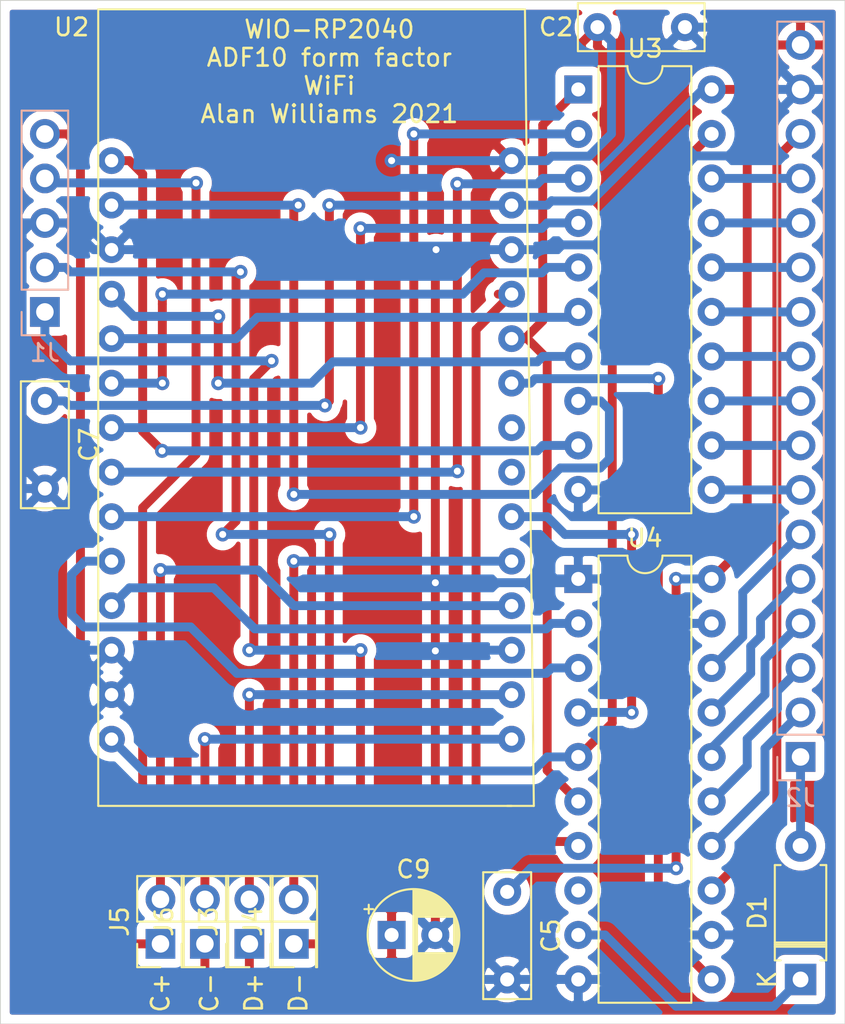
<source format=kicad_pcb>
(kicad_pcb (version 20171130) (host pcbnew "(5.1.10)-1")

  (general
    (thickness 1.6)
    (drawings 9)
    (tracks 300)
    (zones 0)
    (modules 14)
    (nets 46)
  )

  (page A4)
  (layers
    (0 F.Cu signal)
    (31 B.Cu signal)
    (32 B.Adhes user)
    (33 F.Adhes user)
    (34 B.Paste user)
    (35 F.Paste user)
    (36 B.SilkS user)
    (37 F.SilkS user)
    (38 B.Mask user)
    (39 F.Mask user)
    (40 Dwgs.User user)
    (41 Cmts.User user)
    (42 Eco1.User user)
    (43 Eco2.User user)
    (44 Edge.Cuts user)
    (45 Margin user)
    (46 B.CrtYd user)
    (47 F.CrtYd user)
    (48 B.Fab user)
    (49 F.Fab user)
  )

  (setup
    (last_trace_width 0.508)
    (user_trace_width 0.254)
    (user_trace_width 0.508)
    (user_trace_width 1.27)
    (trace_clearance 0.2)
    (zone_clearance 0.508)
    (zone_45_only no)
    (trace_min 0.2)
    (via_size 0.8)
    (via_drill 0.4)
    (via_min_size 0.4)
    (via_min_drill 0.3)
    (uvia_size 0.3)
    (uvia_drill 0.1)
    (uvias_allowed no)
    (uvia_min_size 0.2)
    (uvia_min_drill 0.1)
    (edge_width 0.05)
    (segment_width 0.2)
    (pcb_text_width 0.3)
    (pcb_text_size 1.5 1.5)
    (mod_edge_width 0.12)
    (mod_text_size 1 1)
    (mod_text_width 0.15)
    (pad_size 1.524 1.524)
    (pad_drill 0.762)
    (pad_to_mask_clearance 0)
    (aux_axis_origin 0 0)
    (visible_elements 7FFFFFFF)
    (pcbplotparams
      (layerselection 0x010fc_ffffffff)
      (usegerberextensions false)
      (usegerberattributes true)
      (usegerberadvancedattributes true)
      (creategerberjobfile true)
      (excludeedgelayer true)
      (linewidth 0.100000)
      (plotframeref false)
      (viasonmask false)
      (mode 1)
      (useauxorigin false)
      (hpglpennumber 1)
      (hpglpenspeed 20)
      (hpglpendiameter 15.000000)
      (psnegative false)
      (psa4output false)
      (plotreference true)
      (plotvalue true)
      (plotinvisibletext false)
      (padsonsilk false)
      (subtractmaskfromsilk false)
      (outputformat 1)
      (mirror false)
      (drillshape 1)
      (scaleselection 1)
      (outputdirectory ""))
  )

  (net 0 "")
  (net 1 +5V)
  (net 2 GND)
  (net 3 +3V3)
  (net 4 "Net-(D1-Pad1)")
  (net 5 /HNIRQ)
  (net 6 /D+)
  (net 7 /D-)
  (net 8 /C+)
  (net 9 /C-)
  (net 10 /HRNW)
  (net 11 /HNADLC)
  (net 12 /HE)
  (net 13 /HA0)
  (net 14 /HA1)
  (net 15 "Net-(J2-Pad7)")
  (net 16 "Net-(J2-Pad8)")
  (net 17 "Net-(J2-Pad9)")
  (net 18 "Net-(J2-Pad10)")
  (net 19 "Net-(J2-Pad11)")
  (net 20 "Net-(J2-Pad12)")
  (net 21 "Net-(J2-Pad13)")
  (net 22 "Net-(J2-Pad14)")
  (net 23 /HNRST)
  (net 24 /NRST)
  (net 25 /RNW)
  (net 26 "Net-(U2-Pad23)")
  (net 27 "Net-(U2-Pad22)")
  (net 28 "Net-(U2-Pad21)")
  (net 29 /NADLC)
  (net 30 /E)
  (net 31 /A0)
  (net 32 /A1)
  (net 33 /D7)
  (net 34 /D6)
  (net 35 /D4)
  (net 36 /D3)
  (net 37 /D2)
  (net 38 /D1)
  (net 39 /D0)
  (net 40 "Net-(U4-Pad8)")
  (net 41 /D5)
  (net 42 "Net-(J3-Pad2)")
  (net 43 "Net-(J4-Pad2)")
  (net 44 "Net-(J5-Pad2)")
  (net 45 "Net-(J6-Pad2)")

  (net_class Default "This is the default net class."
    (clearance 0.2)
    (trace_width 0.25)
    (via_dia 0.8)
    (via_drill 0.4)
    (uvia_dia 0.3)
    (uvia_drill 0.1)
    (add_net +3V3)
    (add_net +5V)
    (add_net /A0)
    (add_net /A1)
    (add_net /C+)
    (add_net /C-)
    (add_net /D+)
    (add_net /D-)
    (add_net /D0)
    (add_net /D1)
    (add_net /D2)
    (add_net /D3)
    (add_net /D4)
    (add_net /D5)
    (add_net /D6)
    (add_net /D7)
    (add_net /E)
    (add_net /HA0)
    (add_net /HA1)
    (add_net /HE)
    (add_net /HNADLC)
    (add_net /HNIRQ)
    (add_net /HNRST)
    (add_net /HRNW)
    (add_net /NADLC)
    (add_net /NRST)
    (add_net /RNW)
    (add_net GND)
    (add_net "Net-(D1-Pad1)")
    (add_net "Net-(J2-Pad10)")
    (add_net "Net-(J2-Pad11)")
    (add_net "Net-(J2-Pad12)")
    (add_net "Net-(J2-Pad13)")
    (add_net "Net-(J2-Pad14)")
    (add_net "Net-(J2-Pad7)")
    (add_net "Net-(J2-Pad8)")
    (add_net "Net-(J2-Pad9)")
    (add_net "Net-(J3-Pad2)")
    (add_net "Net-(J4-Pad2)")
    (add_net "Net-(J5-Pad2)")
    (add_net "Net-(J6-Pad2)")
    (add_net "Net-(U2-Pad21)")
    (add_net "Net-(U2-Pad22)")
    (add_net "Net-(U2-Pad23)")
    (add_net "Net-(U4-Pad8)")
  )

  (module wio-RP2040-mini-dev-board:Wio=RP2040-mini-dev-board (layer F.Cu) (tedit 61111F46) (tstamp 61118292)
    (at 168.91 82.804)
    (path /6114280D)
    (fp_text reference U2 (at -7.366 -5.08) (layer F.SilkS)
      (effects (font (size 1 1) (thickness 0.15)))
    )
    (fp_text value wioRP2040minidevboard (at 6.858 9.906 90) (layer F.Fab)
      (effects (font (size 1 1) (thickness 0.15)))
    )
    (fp_line (start 17.526 39.37) (end 19.05 39.37) (layer F.SilkS) (width 0.12))
    (fp_line (start 17.78 39.37) (end -5.842 39.37) (layer F.SilkS) (width 0.12))
    (fp_line (start -5.842 39.37) (end -5.842 -6.096) (layer F.SilkS) (width 0.12))
    (fp_line (start -5.842 -6.096) (end 18.542 -6.096) (layer F.SilkS) (width 0.12))
    (fp_line (start 18.542 -6.096) (end 19.05 39.37) (layer F.SilkS) (width 0.12))
    (pad 28 thru_hole circle (at 17.78 2.54) (size 1.524 1.524) (drill 0.762) (layers *.Cu *.Mask)
      (net 1 +5V))
    (pad 27 thru_hole circle (at 17.78 5.08) (size 1.524 1.524) (drill 0.762) (layers *.Cu *.Mask)
      (net 3 +3V3))
    (pad 26 thru_hole circle (at 17.78 7.62) (size 1.524 1.524) (drill 0.762) (layers *.Cu *.Mask)
      (net 2 GND))
    (pad 25 thru_hole circle (at 17.78 10.16) (size 1.524 1.524) (drill 0.762) (layers *.Cu *.Mask)
      (net 24 /NRST))
    (pad 24 thru_hole circle (at 17.78 12.7) (size 1.524 1.524) (drill 0.762) (layers *.Cu *.Mask)
      (net 25 /RNW))
    (pad 23 thru_hole circle (at 17.78 15.24) (size 1.524 1.524) (drill 0.762) (layers *.Cu *.Mask)
      (net 26 "Net-(U2-Pad23)"))
    (pad 22 thru_hole circle (at 17.78 17.78) (size 1.524 1.524) (drill 0.762) (layers *.Cu *.Mask)
      (net 27 "Net-(U2-Pad22)"))
    (pad 21 thru_hole circle (at 17.78 20.32) (size 1.524 1.524) (drill 0.762) (layers *.Cu *.Mask)
      (net 28 "Net-(U2-Pad21)"))
    (pad 20 thru_hole circle (at 17.78 22.86) (size 1.524 1.524) (drill 0.762) (layers *.Cu *.Mask)
      (net 30 /E))
    (pad 19 thru_hole circle (at 17.78 25.4) (size 1.524 1.524) (drill 0.762) (layers *.Cu *.Mask)
      (net 43 "Net-(J4-Pad2)"))
    (pad 18 thru_hole circle (at 17.78 27.94) (size 1.524 1.524) (drill 0.762) (layers *.Cu *.Mask)
      (net 44 "Net-(J5-Pad2)"))
    (pad 17 thru_hole circle (at 17.78 30.48) (size 1.524 1.524) (drill 0.762) (layers *.Cu *.Mask)
      (net 2 GND))
    (pad 16 thru_hole circle (at 17.78 33.02) (size 1.524 1.524) (drill 0.762) (layers *.Cu *.Mask)
      (net 42 "Net-(J3-Pad2)"))
    (pad 15 thru_hole circle (at 17.78 35.56) (size 1.524 1.524) (drill 0.762) (layers *.Cu *.Mask)
      (net 45 "Net-(J6-Pad2)"))
    (pad 14 thru_hole circle (at -5.08 35.56) (size 1.524 1.524) (drill 0.762) (layers *.Cu *.Mask)
      (net 29 /NADLC))
    (pad 13 thru_hole circle (at -5.08 33.02) (size 1.524 1.524) (drill 0.762) (layers *.Cu *.Mask)
      (net 2 GND))
    (pad 12 thru_hole circle (at -5.08 30.48) (size 1.524 1.524) (drill 0.762) (layers *.Cu *.Mask)
      (net 2 GND))
    (pad 11 thru_hole circle (at -5.08 27.94) (size 1.524 1.524) (drill 0.762) (layers *.Cu *.Mask)
      (net 32 /A1))
    (pad 10 thru_hole circle (at -5.08 25.4) (size 1.524 1.524) (drill 0.762) (layers *.Cu *.Mask)
      (net 31 /A0))
    (pad 9 thru_hole circle (at -5.08 22.86) (size 1.524 1.524) (drill 0.762) (layers *.Cu *.Mask)
      (net 33 /D7))
    (pad 8 thru_hole circle (at -5.08 20.32) (size 1.524 1.524) (drill 0.762) (layers *.Cu *.Mask)
      (net 34 /D6))
    (pad 7 thru_hole circle (at -5.08 17.78) (size 1.524 1.524) (drill 0.762) (layers *.Cu *.Mask)
      (net 41 /D5))
    (pad 6 thru_hole circle (at -5.08 15.24) (size 1.524 1.524) (drill 0.762) (layers *.Cu *.Mask)
      (net 35 /D4))
    (pad 5 thru_hole circle (at -5.08 12.7) (size 1.524 1.524) (drill 0.762) (layers *.Cu *.Mask)
      (net 36 /D3))
    (pad 4 thru_hole circle (at -5.08 10.16) (size 1.524 1.524) (drill 0.762) (layers *.Cu *.Mask)
      (net 37 /D2))
    (pad 3 thru_hole circle (at -5.08 7.62) (size 1.524 1.524) (drill 0.762) (layers *.Cu *.Mask)
      (net 2 GND))
    (pad 2 thru_hole circle (at -5.08 5.08) (size 1.524 1.524) (drill 0.762) (layers *.Cu *.Mask)
      (net 38 /D1))
    (pad 1 thru_hole circle (at -5.08 2.54) (size 1.524 1.524) (drill 0.762) (layers *.Cu *.Mask)
      (net 39 /D0))
  )

  (module Capacitor_THT:C_Rect_L7.0mm_W2.5mm_P5.00mm (layer F.Cu) (tedit 5AE50EF0) (tstamp 61118C15)
    (at 191.596 77.724)
    (descr "C, Rect series, Radial, pin pitch=5.00mm, , length*width=7*2.5mm^2, Capacitor")
    (tags "C Rect series Radial pin pitch 5.00mm  length 7mm width 2.5mm Capacitor")
    (path /611C0D82)
    (fp_text reference C2 (at -2.366 0) (layer F.SilkS)
      (effects (font (size 1 1) (thickness 0.15)))
    )
    (fp_text value 0.1 (at 2.5 2.5) (layer F.Fab)
      (effects (font (size 1 1) (thickness 0.15)))
    )
    (fp_line (start 6.25 -1.5) (end -1.25 -1.5) (layer F.CrtYd) (width 0.05))
    (fp_line (start 6.25 1.5) (end 6.25 -1.5) (layer F.CrtYd) (width 0.05))
    (fp_line (start -1.25 1.5) (end 6.25 1.5) (layer F.CrtYd) (width 0.05))
    (fp_line (start -1.25 -1.5) (end -1.25 1.5) (layer F.CrtYd) (width 0.05))
    (fp_line (start 6.12 -1.37) (end 6.12 1.37) (layer F.SilkS) (width 0.12))
    (fp_line (start -1.12 -1.37) (end -1.12 1.37) (layer F.SilkS) (width 0.12))
    (fp_line (start -1.12 1.37) (end 6.12 1.37) (layer F.SilkS) (width 0.12))
    (fp_line (start -1.12 -1.37) (end 6.12 -1.37) (layer F.SilkS) (width 0.12))
    (fp_line (start 6 -1.25) (end -1 -1.25) (layer F.Fab) (width 0.1))
    (fp_line (start 6 1.25) (end 6 -1.25) (layer F.Fab) (width 0.1))
    (fp_line (start -1 1.25) (end 6 1.25) (layer F.Fab) (width 0.1))
    (fp_line (start -1 -1.25) (end -1 1.25) (layer F.Fab) (width 0.1))
    (fp_text user %R (at 2.5 0) (layer F.Fab)
      (effects (font (size 1 1) (thickness 0.15)))
    )
    (pad 1 thru_hole circle (at 0 0) (size 1.6 1.6) (drill 0.8) (layers *.Cu *.Mask)
      (net 1 +5V))
    (pad 2 thru_hole circle (at 5 0) (size 1.6 1.6) (drill 0.8) (layers *.Cu *.Mask)
      (net 2 GND))
    (model ${KISYS3DMOD}/Capacitor_THT.3dshapes/C_Rect_L7.0mm_W2.5mm_P5.00mm.wrl
      (at (xyz 0 0 0))
      (scale (xyz 1 1 1))
      (rotate (xyz 0 0 0))
    )
  )

  (module Capacitor_THT:C_Rect_L7.0mm_W2.5mm_P5.00mm (layer F.Cu) (tedit 5AE50EF0) (tstamp 61118179)
    (at 186.436 127.08 270)
    (descr "C, Rect series, Radial, pin pitch=5.00mm, , length*width=7*2.5mm^2, Capacitor")
    (tags "C Rect series Radial pin pitch 5.00mm  length 7mm width 2.5mm Capacitor")
    (path /611C0743)
    (fp_text reference C5 (at 2.5 -2.5 90) (layer F.SilkS)
      (effects (font (size 1 1) (thickness 0.15)))
    )
    (fp_text value 0.1 (at 2.5 2.5 90) (layer F.Fab)
      (effects (font (size 1 1) (thickness 0.15)))
    )
    (fp_line (start 6.25 -1.5) (end -1.25 -1.5) (layer F.CrtYd) (width 0.05))
    (fp_line (start 6.25 1.5) (end 6.25 -1.5) (layer F.CrtYd) (width 0.05))
    (fp_line (start -1.25 1.5) (end 6.25 1.5) (layer F.CrtYd) (width 0.05))
    (fp_line (start -1.25 -1.5) (end -1.25 1.5) (layer F.CrtYd) (width 0.05))
    (fp_line (start 6.12 -1.37) (end 6.12 1.37) (layer F.SilkS) (width 0.12))
    (fp_line (start -1.12 -1.37) (end -1.12 1.37) (layer F.SilkS) (width 0.12))
    (fp_line (start -1.12 1.37) (end 6.12 1.37) (layer F.SilkS) (width 0.12))
    (fp_line (start -1.12 -1.37) (end 6.12 -1.37) (layer F.SilkS) (width 0.12))
    (fp_line (start 6 -1.25) (end -1 -1.25) (layer F.Fab) (width 0.1))
    (fp_line (start 6 1.25) (end 6 -1.25) (layer F.Fab) (width 0.1))
    (fp_line (start -1 1.25) (end 6 1.25) (layer F.Fab) (width 0.1))
    (fp_line (start -1 -1.25) (end -1 1.25) (layer F.Fab) (width 0.1))
    (fp_text user %R (at 2.720719 1.624019 90) (layer F.Fab)
      (effects (font (size 1 1) (thickness 0.15)))
    )
    (pad 1 thru_hole circle (at 0 0 270) (size 1.6 1.6) (drill 0.8) (layers *.Cu *.Mask)
      (net 3 +3V3))
    (pad 2 thru_hole circle (at 5 0 270) (size 1.6 1.6) (drill 0.8) (layers *.Cu *.Mask)
      (net 2 GND))
    (model ${KISYS3DMOD}/Capacitor_THT.3dshapes/C_Rect_L7.0mm_W2.5mm_P5.00mm.wrl
      (at (xyz 0 0 0))
      (scale (xyz 1 1 1))
      (rotate (xyz 0 0 0))
    )
  )

  (module Capacitor_THT:C_Rect_L7.0mm_W2.5mm_P5.00mm (layer F.Cu) (tedit 5AE50EF0) (tstamp 6111818C)
    (at 160.02 99.06 270)
    (descr "C, Rect series, Radial, pin pitch=5.00mm, , length*width=7*2.5mm^2, Capacitor")
    (tags "C Rect series Radial pin pitch 5.00mm  length 7mm width 2.5mm Capacitor")
    (path /611C0C71)
    (fp_text reference C7 (at 2.5 -2.5 90) (layer F.SilkS)
      (effects (font (size 1 1) (thickness 0.15)))
    )
    (fp_text value 0.1 (at 2.54 0 90) (layer F.Fab)
      (effects (font (size 1 1) (thickness 0.15)))
    )
    (fp_line (start -1 -1.25) (end -1 1.25) (layer F.Fab) (width 0.1))
    (fp_line (start -1 1.25) (end 6 1.25) (layer F.Fab) (width 0.1))
    (fp_line (start 6 1.25) (end 6 -1.25) (layer F.Fab) (width 0.1))
    (fp_line (start 6 -1.25) (end -1 -1.25) (layer F.Fab) (width 0.1))
    (fp_line (start -1.12 -1.37) (end 6.12 -1.37) (layer F.SilkS) (width 0.12))
    (fp_line (start -1.12 1.37) (end 6.12 1.37) (layer F.SilkS) (width 0.12))
    (fp_line (start -1.12 -1.37) (end -1.12 1.37) (layer F.SilkS) (width 0.12))
    (fp_line (start 6.12 -1.37) (end 6.12 1.37) (layer F.SilkS) (width 0.12))
    (fp_line (start -1.25 -1.5) (end -1.25 1.5) (layer F.CrtYd) (width 0.05))
    (fp_line (start -1.25 1.5) (end 6.25 1.5) (layer F.CrtYd) (width 0.05))
    (fp_line (start 6.25 1.5) (end 6.25 -1.5) (layer F.CrtYd) (width 0.05))
    (fp_line (start 6.25 -1.5) (end -1.25 -1.5) (layer F.CrtYd) (width 0.05))
    (fp_text user %R (at 7.62 -0.254 90) (layer F.Fab)
      (effects (font (size 1 1) (thickness 0.15)))
    )
    (pad 2 thru_hole circle (at 5 0 270) (size 1.6 1.6) (drill 0.8) (layers *.Cu *.Mask)
      (net 2 GND))
    (pad 1 thru_hole circle (at 0 0 270) (size 1.6 1.6) (drill 0.8) (layers *.Cu *.Mask)
      (net 3 +3V3))
    (model ${KISYS3DMOD}/Capacitor_THT.3dshapes/C_Rect_L7.0mm_W2.5mm_P5.00mm.wrl
      (at (xyz 0 0 0))
      (scale (xyz 1 1 1))
      (rotate (xyz 0 0 0))
    )
  )

  (module Capacitor_THT:CP_Radial_D5.0mm_P2.50mm (layer F.Cu) (tedit 5AE50EF0) (tstamp 61118FC7)
    (at 179.832 129.54)
    (descr "CP, Radial series, Radial, pin pitch=2.50mm, , diameter=5mm, Electrolytic Capacitor")
    (tags "CP Radial series Radial pin pitch 2.50mm  diameter 5mm Electrolytic Capacitor")
    (path /611C3BD2)
    (fp_text reference C9 (at 1.25 -3.75) (layer F.SilkS)
      (effects (font (size 1 1) (thickness 0.15)))
    )
    (fp_text value "10uF 10v" (at 1.25 3.75) (layer F.Fab)
      (effects (font (size 1 1) (thickness 0.15)))
    )
    (fp_line (start -1.304775 -1.725) (end -1.304775 -1.225) (layer F.SilkS) (width 0.12))
    (fp_line (start -1.554775 -1.475) (end -1.054775 -1.475) (layer F.SilkS) (width 0.12))
    (fp_line (start 3.851 -0.284) (end 3.851 0.284) (layer F.SilkS) (width 0.12))
    (fp_line (start 3.811 -0.518) (end 3.811 0.518) (layer F.SilkS) (width 0.12))
    (fp_line (start 3.771 -0.677) (end 3.771 0.677) (layer F.SilkS) (width 0.12))
    (fp_line (start 3.731 -0.805) (end 3.731 0.805) (layer F.SilkS) (width 0.12))
    (fp_line (start 3.691 -0.915) (end 3.691 0.915) (layer F.SilkS) (width 0.12))
    (fp_line (start 3.651 -1.011) (end 3.651 1.011) (layer F.SilkS) (width 0.12))
    (fp_line (start 3.611 -1.098) (end 3.611 1.098) (layer F.SilkS) (width 0.12))
    (fp_line (start 3.571 -1.178) (end 3.571 1.178) (layer F.SilkS) (width 0.12))
    (fp_line (start 3.531 1.04) (end 3.531 1.251) (layer F.SilkS) (width 0.12))
    (fp_line (start 3.531 -1.251) (end 3.531 -1.04) (layer F.SilkS) (width 0.12))
    (fp_line (start 3.491 1.04) (end 3.491 1.319) (layer F.SilkS) (width 0.12))
    (fp_line (start 3.491 -1.319) (end 3.491 -1.04) (layer F.SilkS) (width 0.12))
    (fp_line (start 3.451 1.04) (end 3.451 1.383) (layer F.SilkS) (width 0.12))
    (fp_line (start 3.451 -1.383) (end 3.451 -1.04) (layer F.SilkS) (width 0.12))
    (fp_line (start 3.411 1.04) (end 3.411 1.443) (layer F.SilkS) (width 0.12))
    (fp_line (start 3.411 -1.443) (end 3.411 -1.04) (layer F.SilkS) (width 0.12))
    (fp_line (start 3.371 1.04) (end 3.371 1.5) (layer F.SilkS) (width 0.12))
    (fp_line (start 3.371 -1.5) (end 3.371 -1.04) (layer F.SilkS) (width 0.12))
    (fp_line (start 3.331 1.04) (end 3.331 1.554) (layer F.SilkS) (width 0.12))
    (fp_line (start 3.331 -1.554) (end 3.331 -1.04) (layer F.SilkS) (width 0.12))
    (fp_line (start 3.291 1.04) (end 3.291 1.605) (layer F.SilkS) (width 0.12))
    (fp_line (start 3.291 -1.605) (end 3.291 -1.04) (layer F.SilkS) (width 0.12))
    (fp_line (start 3.251 1.04) (end 3.251 1.653) (layer F.SilkS) (width 0.12))
    (fp_line (start 3.251 -1.653) (end 3.251 -1.04) (layer F.SilkS) (width 0.12))
    (fp_line (start 3.211 1.04) (end 3.211 1.699) (layer F.SilkS) (width 0.12))
    (fp_line (start 3.211 -1.699) (end 3.211 -1.04) (layer F.SilkS) (width 0.12))
    (fp_line (start 3.171 1.04) (end 3.171 1.743) (layer F.SilkS) (width 0.12))
    (fp_line (start 3.171 -1.743) (end 3.171 -1.04) (layer F.SilkS) (width 0.12))
    (fp_line (start 3.131 1.04) (end 3.131 1.785) (layer F.SilkS) (width 0.12))
    (fp_line (start 3.131 -1.785) (end 3.131 -1.04) (layer F.SilkS) (width 0.12))
    (fp_line (start 3.091 1.04) (end 3.091 1.826) (layer F.SilkS) (width 0.12))
    (fp_line (start 3.091 -1.826) (end 3.091 -1.04) (layer F.SilkS) (width 0.12))
    (fp_line (start 3.051 1.04) (end 3.051 1.864) (layer F.SilkS) (width 0.12))
    (fp_line (start 3.051 -1.864) (end 3.051 -1.04) (layer F.SilkS) (width 0.12))
    (fp_line (start 3.011 1.04) (end 3.011 1.901) (layer F.SilkS) (width 0.12))
    (fp_line (start 3.011 -1.901) (end 3.011 -1.04) (layer F.SilkS) (width 0.12))
    (fp_line (start 2.971 1.04) (end 2.971 1.937) (layer F.SilkS) (width 0.12))
    (fp_line (start 2.971 -1.937) (end 2.971 -1.04) (layer F.SilkS) (width 0.12))
    (fp_line (start 2.931 1.04) (end 2.931 1.971) (layer F.SilkS) (width 0.12))
    (fp_line (start 2.931 -1.971) (end 2.931 -1.04) (layer F.SilkS) (width 0.12))
    (fp_line (start 2.891 1.04) (end 2.891 2.004) (layer F.SilkS) (width 0.12))
    (fp_line (start 2.891 -2.004) (end 2.891 -1.04) (layer F.SilkS) (width 0.12))
    (fp_line (start 2.851 1.04) (end 2.851 2.035) (layer F.SilkS) (width 0.12))
    (fp_line (start 2.851 -2.035) (end 2.851 -1.04) (layer F.SilkS) (width 0.12))
    (fp_line (start 2.811 1.04) (end 2.811 2.065) (layer F.SilkS) (width 0.12))
    (fp_line (start 2.811 -2.065) (end 2.811 -1.04) (layer F.SilkS) (width 0.12))
    (fp_line (start 2.771 1.04) (end 2.771 2.095) (layer F.SilkS) (width 0.12))
    (fp_line (start 2.771 -2.095) (end 2.771 -1.04) (layer F.SilkS) (width 0.12))
    (fp_line (start 2.731 1.04) (end 2.731 2.122) (layer F.SilkS) (width 0.12))
    (fp_line (start 2.731 -2.122) (end 2.731 -1.04) (layer F.SilkS) (width 0.12))
    (fp_line (start 2.691 1.04) (end 2.691 2.149) (layer F.SilkS) (width 0.12))
    (fp_line (start 2.691 -2.149) (end 2.691 -1.04) (layer F.SilkS) (width 0.12))
    (fp_line (start 2.651 1.04) (end 2.651 2.175) (layer F.SilkS) (width 0.12))
    (fp_line (start 2.651 -2.175) (end 2.651 -1.04) (layer F.SilkS) (width 0.12))
    (fp_line (start 2.611 1.04) (end 2.611 2.2) (layer F.SilkS) (width 0.12))
    (fp_line (start 2.611 -2.2) (end 2.611 -1.04) (layer F.SilkS) (width 0.12))
    (fp_line (start 2.571 1.04) (end 2.571 2.224) (layer F.SilkS) (width 0.12))
    (fp_line (start 2.571 -2.224) (end 2.571 -1.04) (layer F.SilkS) (width 0.12))
    (fp_line (start 2.531 1.04) (end 2.531 2.247) (layer F.SilkS) (width 0.12))
    (fp_line (start 2.531 -2.247) (end 2.531 -1.04) (layer F.SilkS) (width 0.12))
    (fp_line (start 2.491 1.04) (end 2.491 2.268) (layer F.SilkS) (width 0.12))
    (fp_line (start 2.491 -2.268) (end 2.491 -1.04) (layer F.SilkS) (width 0.12))
    (fp_line (start 2.451 1.04) (end 2.451 2.29) (layer F.SilkS) (width 0.12))
    (fp_line (start 2.451 -2.29) (end 2.451 -1.04) (layer F.SilkS) (width 0.12))
    (fp_line (start 2.411 1.04) (end 2.411 2.31) (layer F.SilkS) (width 0.12))
    (fp_line (start 2.411 -2.31) (end 2.411 -1.04) (layer F.SilkS) (width 0.12))
    (fp_line (start 2.371 1.04) (end 2.371 2.329) (layer F.SilkS) (width 0.12))
    (fp_line (start 2.371 -2.329) (end 2.371 -1.04) (layer F.SilkS) (width 0.12))
    (fp_line (start 2.331 1.04) (end 2.331 2.348) (layer F.SilkS) (width 0.12))
    (fp_line (start 2.331 -2.348) (end 2.331 -1.04) (layer F.SilkS) (width 0.12))
    (fp_line (start 2.291 1.04) (end 2.291 2.365) (layer F.SilkS) (width 0.12))
    (fp_line (start 2.291 -2.365) (end 2.291 -1.04) (layer F.SilkS) (width 0.12))
    (fp_line (start 2.251 1.04) (end 2.251 2.382) (layer F.SilkS) (width 0.12))
    (fp_line (start 2.251 -2.382) (end 2.251 -1.04) (layer F.SilkS) (width 0.12))
    (fp_line (start 2.211 1.04) (end 2.211 2.398) (layer F.SilkS) (width 0.12))
    (fp_line (start 2.211 -2.398) (end 2.211 -1.04) (layer F.SilkS) (width 0.12))
    (fp_line (start 2.171 1.04) (end 2.171 2.414) (layer F.SilkS) (width 0.12))
    (fp_line (start 2.171 -2.414) (end 2.171 -1.04) (layer F.SilkS) (width 0.12))
    (fp_line (start 2.131 1.04) (end 2.131 2.428) (layer F.SilkS) (width 0.12))
    (fp_line (start 2.131 -2.428) (end 2.131 -1.04) (layer F.SilkS) (width 0.12))
    (fp_line (start 2.091 1.04) (end 2.091 2.442) (layer F.SilkS) (width 0.12))
    (fp_line (start 2.091 -2.442) (end 2.091 -1.04) (layer F.SilkS) (width 0.12))
    (fp_line (start 2.051 1.04) (end 2.051 2.455) (layer F.SilkS) (width 0.12))
    (fp_line (start 2.051 -2.455) (end 2.051 -1.04) (layer F.SilkS) (width 0.12))
    (fp_line (start 2.011 1.04) (end 2.011 2.468) (layer F.SilkS) (width 0.12))
    (fp_line (start 2.011 -2.468) (end 2.011 -1.04) (layer F.SilkS) (width 0.12))
    (fp_line (start 1.971 1.04) (end 1.971 2.48) (layer F.SilkS) (width 0.12))
    (fp_line (start 1.971 -2.48) (end 1.971 -1.04) (layer F.SilkS) (width 0.12))
    (fp_line (start 1.93 1.04) (end 1.93 2.491) (layer F.SilkS) (width 0.12))
    (fp_line (start 1.93 -2.491) (end 1.93 -1.04) (layer F.SilkS) (width 0.12))
    (fp_line (start 1.89 1.04) (end 1.89 2.501) (layer F.SilkS) (width 0.12))
    (fp_line (start 1.89 -2.501) (end 1.89 -1.04) (layer F.SilkS) (width 0.12))
    (fp_line (start 1.85 1.04) (end 1.85 2.511) (layer F.SilkS) (width 0.12))
    (fp_line (start 1.85 -2.511) (end 1.85 -1.04) (layer F.SilkS) (width 0.12))
    (fp_line (start 1.81 1.04) (end 1.81 2.52) (layer F.SilkS) (width 0.12))
    (fp_line (start 1.81 -2.52) (end 1.81 -1.04) (layer F.SilkS) (width 0.12))
    (fp_line (start 1.77 1.04) (end 1.77 2.528) (layer F.SilkS) (width 0.12))
    (fp_line (start 1.77 -2.528) (end 1.77 -1.04) (layer F.SilkS) (width 0.12))
    (fp_line (start 1.73 1.04) (end 1.73 2.536) (layer F.SilkS) (width 0.12))
    (fp_line (start 1.73 -2.536) (end 1.73 -1.04) (layer F.SilkS) (width 0.12))
    (fp_line (start 1.69 1.04) (end 1.69 2.543) (layer F.SilkS) (width 0.12))
    (fp_line (start 1.69 -2.543) (end 1.69 -1.04) (layer F.SilkS) (width 0.12))
    (fp_line (start 1.65 1.04) (end 1.65 2.55) (layer F.SilkS) (width 0.12))
    (fp_line (start 1.65 -2.55) (end 1.65 -1.04) (layer F.SilkS) (width 0.12))
    (fp_line (start 1.61 1.04) (end 1.61 2.556) (layer F.SilkS) (width 0.12))
    (fp_line (start 1.61 -2.556) (end 1.61 -1.04) (layer F.SilkS) (width 0.12))
    (fp_line (start 1.57 1.04) (end 1.57 2.561) (layer F.SilkS) (width 0.12))
    (fp_line (start 1.57 -2.561) (end 1.57 -1.04) (layer F.SilkS) (width 0.12))
    (fp_line (start 1.53 1.04) (end 1.53 2.565) (layer F.SilkS) (width 0.12))
    (fp_line (start 1.53 -2.565) (end 1.53 -1.04) (layer F.SilkS) (width 0.12))
    (fp_line (start 1.49 1.04) (end 1.49 2.569) (layer F.SilkS) (width 0.12))
    (fp_line (start 1.49 -2.569) (end 1.49 -1.04) (layer F.SilkS) (width 0.12))
    (fp_line (start 1.45 -2.573) (end 1.45 2.573) (layer F.SilkS) (width 0.12))
    (fp_line (start 1.41 -2.576) (end 1.41 2.576) (layer F.SilkS) (width 0.12))
    (fp_line (start 1.37 -2.578) (end 1.37 2.578) (layer F.SilkS) (width 0.12))
    (fp_line (start 1.33 -2.579) (end 1.33 2.579) (layer F.SilkS) (width 0.12))
    (fp_line (start 1.29 -2.58) (end 1.29 2.58) (layer F.SilkS) (width 0.12))
    (fp_line (start 1.25 -2.58) (end 1.25 2.58) (layer F.SilkS) (width 0.12))
    (fp_line (start -0.633605 -1.3375) (end -0.633605 -0.8375) (layer F.Fab) (width 0.1))
    (fp_line (start -0.883605 -1.0875) (end -0.383605 -1.0875) (layer F.Fab) (width 0.1))
    (fp_circle (center 1.25 0) (end 4 0) (layer F.CrtYd) (width 0.05))
    (fp_circle (center 1.25 0) (end 3.87 0) (layer F.SilkS) (width 0.12))
    (fp_circle (center 1.25 0) (end 3.75 0) (layer F.Fab) (width 0.1))
    (fp_text user %R (at 1.25 0) (layer F.Fab)
      (effects (font (size 1 1) (thickness 0.15)))
    )
    (pad 1 thru_hole rect (at 0 0) (size 1.6 1.6) (drill 0.8) (layers *.Cu *.Mask)
      (net 1 +5V))
    (pad 2 thru_hole circle (at 2.5 0) (size 1.6 1.6) (drill 0.8) (layers *.Cu *.Mask)
      (net 2 GND))
    (model ${KISYS3DMOD}/Capacitor_THT.3dshapes/CP_Radial_D5.0mm_P2.50mm.wrl
      (at (xyz 0 0 0))
      (scale (xyz 1 1 1))
      (rotate (xyz 0 0 0))
    )
  )

  (module Diode_THT:D_A-405_P7.62mm_Horizontal (layer F.Cu) (tedit 5AE50CD5) (tstamp 6111822F)
    (at 203.2 132.08 90)
    (descr "Diode, A-405 series, Axial, Horizontal, pin pitch=7.62mm, , length*diameter=5.2*2.7mm^2, , http://www.diodes.com/_files/packages/A-405.pdf")
    (tags "Diode A-405 series Axial Horizontal pin pitch 7.62mm  length 5.2mm diameter 2.7mm")
    (path /6118B7BF)
    (fp_text reference D1 (at 3.81 -2.47 90) (layer F.SilkS)
      (effects (font (size 1 1) (thickness 0.15)))
    )
    (fp_text value D (at 3.048 0 90) (layer F.Fab)
      (effects (font (size 1 1) (thickness 0.15)))
    )
    (fp_line (start 8.77 -1.6) (end -1.15 -1.6) (layer F.CrtYd) (width 0.05))
    (fp_line (start 8.77 1.6) (end 8.77 -1.6) (layer F.CrtYd) (width 0.05))
    (fp_line (start -1.15 1.6) (end 8.77 1.6) (layer F.CrtYd) (width 0.05))
    (fp_line (start -1.15 -1.6) (end -1.15 1.6) (layer F.CrtYd) (width 0.05))
    (fp_line (start 1.87 -1.47) (end 1.87 1.47) (layer F.SilkS) (width 0.12))
    (fp_line (start 2.11 -1.47) (end 2.11 1.47) (layer F.SilkS) (width 0.12))
    (fp_line (start 1.99 -1.47) (end 1.99 1.47) (layer F.SilkS) (width 0.12))
    (fp_line (start 6.53 1.47) (end 6.53 1.14) (layer F.SilkS) (width 0.12))
    (fp_line (start 1.09 1.47) (end 6.53 1.47) (layer F.SilkS) (width 0.12))
    (fp_line (start 1.09 1.14) (end 1.09 1.47) (layer F.SilkS) (width 0.12))
    (fp_line (start 6.53 -1.47) (end 6.53 -1.14) (layer F.SilkS) (width 0.12))
    (fp_line (start 1.09 -1.47) (end 6.53 -1.47) (layer F.SilkS) (width 0.12))
    (fp_line (start 1.09 -1.14) (end 1.09 -1.47) (layer F.SilkS) (width 0.12))
    (fp_line (start 1.89 -1.35) (end 1.89 1.35) (layer F.Fab) (width 0.1))
    (fp_line (start 2.09 -1.35) (end 2.09 1.35) (layer F.Fab) (width 0.1))
    (fp_line (start 1.99 -1.35) (end 1.99 1.35) (layer F.Fab) (width 0.1))
    (fp_line (start 7.62 0) (end 6.41 0) (layer F.Fab) (width 0.1))
    (fp_line (start 0 0) (end 1.21 0) (layer F.Fab) (width 0.1))
    (fp_line (start 6.41 -1.35) (end 1.21 -1.35) (layer F.Fab) (width 0.1))
    (fp_line (start 6.41 1.35) (end 6.41 -1.35) (layer F.Fab) (width 0.1))
    (fp_line (start 1.21 1.35) (end 6.41 1.35) (layer F.Fab) (width 0.1))
    (fp_line (start 1.21 -1.35) (end 1.21 1.35) (layer F.Fab) (width 0.1))
    (fp_text user %R (at 4.572 0 90) (layer F.Fab)
      (effects (font (size 1 1) (thickness 0.15)))
    )
    (fp_text user K (at 0 -1.9 90) (layer F.Fab)
      (effects (font (size 1 1) (thickness 0.15)))
    )
    (fp_text user K (at 0 -1.9 90) (layer F.SilkS)
      (effects (font (size 1 1) (thickness 0.15)))
    )
    (pad 1 thru_hole rect (at 0 0 90) (size 1.8 1.8) (drill 0.9) (layers *.Cu *.Mask)
      (net 4 "Net-(D1-Pad1)"))
    (pad 2 thru_hole oval (at 7.62 0 90) (size 1.8 1.8) (drill 0.9) (layers *.Cu *.Mask)
      (net 5 /HNIRQ))
    (model ${KISYS3DMOD}/Diode_THT.3dshapes/D_A-405_P7.62mm_Horizontal.wrl
      (at (xyz 0 0 0))
      (scale (xyz 1 1 1))
      (rotate (xyz 0 0 0))
    )
  )

  (module Connector_PinHeader_2.54mm:PinHeader_1x05_P2.54mm_Vertical (layer B.Cu) (tedit 59FED5CC) (tstamp 61118248)
    (at 160.02 93.98)
    (descr "Through hole straight pin header, 1x05, 2.54mm pitch, single row")
    (tags "Through hole pin header THT 1x05 2.54mm single row")
    (path /610E1566)
    (fp_text reference J1 (at 0 2.33) (layer B.SilkS)
      (effects (font (size 1 1) (thickness 0.15)) (justify mirror))
    )
    (fp_text value Conn_01x05_Male (at 2.286 -4.826 90) (layer B.Fab)
      (effects (font (size 1 1) (thickness 0.15)) (justify mirror))
    )
    (fp_line (start 1.8 1.8) (end -1.8 1.8) (layer B.CrtYd) (width 0.05))
    (fp_line (start 1.8 -11.95) (end 1.8 1.8) (layer B.CrtYd) (width 0.05))
    (fp_line (start -1.8 -11.95) (end 1.8 -11.95) (layer B.CrtYd) (width 0.05))
    (fp_line (start -1.8 1.8) (end -1.8 -11.95) (layer B.CrtYd) (width 0.05))
    (fp_line (start -1.33 1.33) (end 0 1.33) (layer B.SilkS) (width 0.12))
    (fp_line (start -1.33 0) (end -1.33 1.33) (layer B.SilkS) (width 0.12))
    (fp_line (start -1.33 -1.27) (end 1.33 -1.27) (layer B.SilkS) (width 0.12))
    (fp_line (start 1.33 -1.27) (end 1.33 -11.49) (layer B.SilkS) (width 0.12))
    (fp_line (start -1.33 -1.27) (end -1.33 -11.49) (layer B.SilkS) (width 0.12))
    (fp_line (start -1.33 -11.49) (end 1.33 -11.49) (layer B.SilkS) (width 0.12))
    (fp_line (start -1.27 0.635) (end -0.635 1.27) (layer B.Fab) (width 0.1))
    (fp_line (start -1.27 -11.43) (end -1.27 0.635) (layer B.Fab) (width 0.1))
    (fp_line (start 1.27 -11.43) (end -1.27 -11.43) (layer B.Fab) (width 0.1))
    (fp_line (start 1.27 1.27) (end 1.27 -11.43) (layer B.Fab) (width 0.1))
    (fp_line (start -0.635 1.27) (end 1.27 1.27) (layer B.Fab) (width 0.1))
    (fp_text user %R (at 0 -5.08 270) (layer B.Fab)
      (effects (font (size 1 1) (thickness 0.15)) (justify mirror))
    )
    (pad 1 thru_hole rect (at 0 0) (size 1.7 1.7) (drill 1) (layers *.Cu *.Mask)
      (net 6 /D+))
    (pad 2 thru_hole oval (at 0 -2.54) (size 1.7 1.7) (drill 1) (layers *.Cu *.Mask)
      (net 7 /D-))
    (pad 3 thru_hole oval (at 0 -5.08) (size 1.7 1.7) (drill 1) (layers *.Cu *.Mask)
      (net 2 GND))
    (pad 4 thru_hole oval (at 0 -7.62) (size 1.7 1.7) (drill 1) (layers *.Cu *.Mask)
      (net 8 /C+))
    (pad 5 thru_hole oval (at 0 -10.16) (size 1.7 1.7) (drill 1) (layers *.Cu *.Mask)
      (net 9 /C-))
    (model ${KISYS3DMOD}/Connector_PinHeader_2.54mm.3dshapes/PinHeader_1x05_P2.54mm_Vertical.wrl
      (at (xyz 0 0 0))
      (scale (xyz 1 1 1))
      (rotate (xyz 0 0 0))
    )
  )

  (module Connector_PinHeader_2.54mm:PinHeader_1x17_P2.54mm_Vertical (layer B.Cu) (tedit 59FED5CC) (tstamp 6111826D)
    (at 203.2 119.38)
    (descr "Through hole straight pin header, 1x17, 2.54mm pitch, single row")
    (tags "Through hole pin header THT 1x17 2.54mm single row")
    (path /610B9C87)
    (fp_text reference J2 (at 0 2.33) (layer B.SilkS)
      (effects (font (size 1 1) (thickness 0.15)) (justify mirror))
    )
    (fp_text value Conn_01x17_Male (at -2.286 -18.542 90) (layer B.Fab)
      (effects (font (size 1 1) (thickness 0.15)) (justify mirror))
    )
    (fp_line (start 1.8 1.8) (end -1.8 1.8) (layer B.CrtYd) (width 0.05))
    (fp_line (start 1.8 -42.45) (end 1.8 1.8) (layer B.CrtYd) (width 0.05))
    (fp_line (start -1.8 -42.45) (end 1.8 -42.45) (layer B.CrtYd) (width 0.05))
    (fp_line (start -1.8 1.8) (end -1.8 -42.45) (layer B.CrtYd) (width 0.05))
    (fp_line (start -1.33 1.33) (end 0 1.33) (layer B.SilkS) (width 0.12))
    (fp_line (start -1.33 0) (end -1.33 1.33) (layer B.SilkS) (width 0.12))
    (fp_line (start -1.33 -1.27) (end 1.33 -1.27) (layer B.SilkS) (width 0.12))
    (fp_line (start 1.33 -1.27) (end 1.33 -41.97) (layer B.SilkS) (width 0.12))
    (fp_line (start -1.33 -1.27) (end -1.33 -41.97) (layer B.SilkS) (width 0.12))
    (fp_line (start -1.33 -41.97) (end 1.33 -41.97) (layer B.SilkS) (width 0.12))
    (fp_line (start -1.27 0.635) (end -0.635 1.27) (layer B.Fab) (width 0.1))
    (fp_line (start -1.27 -41.91) (end -1.27 0.635) (layer B.Fab) (width 0.1))
    (fp_line (start 1.27 -41.91) (end -1.27 -41.91) (layer B.Fab) (width 0.1))
    (fp_line (start 1.27 1.27) (end 1.27 -41.91) (layer B.Fab) (width 0.1))
    (fp_line (start -0.635 1.27) (end 1.27 1.27) (layer B.Fab) (width 0.1))
    (fp_text user %R (at 0 -20.32 270) (layer B.Fab)
      (effects (font (size 1 1) (thickness 0.15)) (justify mirror))
    )
    (pad 1 thru_hole rect (at 0 0) (size 1.7 1.7) (drill 1) (layers *.Cu *.Mask)
      (net 5 /HNIRQ))
    (pad 2 thru_hole oval (at 0 -2.54) (size 1.7 1.7) (drill 1) (layers *.Cu *.Mask)
      (net 10 /HRNW))
    (pad 3 thru_hole oval (at 0 -5.08) (size 1.7 1.7) (drill 1) (layers *.Cu *.Mask)
      (net 11 /HNADLC))
    (pad 4 thru_hole oval (at 0 -7.62) (size 1.7 1.7) (drill 1) (layers *.Cu *.Mask)
      (net 12 /HE))
    (pad 5 thru_hole oval (at 0 -10.16) (size 1.7 1.7) (drill 1) (layers *.Cu *.Mask)
      (net 13 /HA0))
    (pad 6 thru_hole oval (at 0 -12.7) (size 1.7 1.7) (drill 1) (layers *.Cu *.Mask)
      (net 14 /HA1))
    (pad 7 thru_hole oval (at 0 -15.24) (size 1.7 1.7) (drill 1) (layers *.Cu *.Mask)
      (net 15 "Net-(J2-Pad7)"))
    (pad 8 thru_hole oval (at 0 -17.78) (size 1.7 1.7) (drill 1) (layers *.Cu *.Mask)
      (net 16 "Net-(J2-Pad8)"))
    (pad 9 thru_hole oval (at 0 -20.32) (size 1.7 1.7) (drill 1) (layers *.Cu *.Mask)
      (net 17 "Net-(J2-Pad9)"))
    (pad 10 thru_hole oval (at 0 -22.86) (size 1.7 1.7) (drill 1) (layers *.Cu *.Mask)
      (net 18 "Net-(J2-Pad10)"))
    (pad 11 thru_hole oval (at 0 -25.4) (size 1.7 1.7) (drill 1) (layers *.Cu *.Mask)
      (net 19 "Net-(J2-Pad11)"))
    (pad 12 thru_hole oval (at 0 -27.94) (size 1.7 1.7) (drill 1) (layers *.Cu *.Mask)
      (net 20 "Net-(J2-Pad12)"))
    (pad 13 thru_hole oval (at 0 -30.48) (size 1.7 1.7) (drill 1) (layers *.Cu *.Mask)
      (net 21 "Net-(J2-Pad13)"))
    (pad 14 thru_hole oval (at 0 -33.02) (size 1.7 1.7) (drill 1) (layers *.Cu *.Mask)
      (net 22 "Net-(J2-Pad14)"))
    (pad 15 thru_hole oval (at 0 -35.56) (size 1.7 1.7) (drill 1) (layers *.Cu *.Mask)
      (net 23 /HNRST))
    (pad 16 thru_hole oval (at 0 -38.1) (size 1.7 1.7) (drill 1) (layers *.Cu *.Mask)
      (net 2 GND))
    (pad 17 thru_hole oval (at 0 -40.64) (size 1.7 1.7) (drill 1) (layers *.Cu *.Mask)
      (net 1 +5V))
    (model ${KISYS3DMOD}/Connector_PinHeader_2.54mm.3dshapes/PinHeader_1x17_P2.54mm_Vertical.wrl
      (at (xyz 0 0 0))
      (scale (xyz 1 1 1))
      (rotate (xyz 0 0 0))
    )
  )

  (module Package_DIP:DIP-20_W7.62mm (layer F.Cu) (tedit 5A02E8C5) (tstamp 611182BA)
    (at 190.5 81.28)
    (descr "20-lead though-hole mounted DIP package, row spacing 7.62 mm (300 mils)")
    (tags "THT DIP DIL PDIP 2.54mm 7.62mm 300mil")
    (path /610B45C4)
    (fp_text reference U3 (at 3.81 -2.33) (layer F.SilkS)
      (effects (font (size 1 1) (thickness 0.15)))
    )
    (fp_text value 74VLC245 (at 3.81 25.19) (layer F.Fab)
      (effects (font (size 1 1) (thickness 0.15)))
    )
    (fp_line (start 8.7 -1.55) (end -1.1 -1.55) (layer F.CrtYd) (width 0.05))
    (fp_line (start 8.7 24.4) (end 8.7 -1.55) (layer F.CrtYd) (width 0.05))
    (fp_line (start -1.1 24.4) (end 8.7 24.4) (layer F.CrtYd) (width 0.05))
    (fp_line (start -1.1 -1.55) (end -1.1 24.4) (layer F.CrtYd) (width 0.05))
    (fp_line (start 6.46 -1.33) (end 4.81 -1.33) (layer F.SilkS) (width 0.12))
    (fp_line (start 6.46 24.19) (end 6.46 -1.33) (layer F.SilkS) (width 0.12))
    (fp_line (start 1.16 24.19) (end 6.46 24.19) (layer F.SilkS) (width 0.12))
    (fp_line (start 1.16 -1.33) (end 1.16 24.19) (layer F.SilkS) (width 0.12))
    (fp_line (start 2.81 -1.33) (end 1.16 -1.33) (layer F.SilkS) (width 0.12))
    (fp_line (start 0.635 -0.27) (end 1.635 -1.27) (layer F.Fab) (width 0.1))
    (fp_line (start 0.635 24.13) (end 0.635 -0.27) (layer F.Fab) (width 0.1))
    (fp_line (start 6.985 24.13) (end 0.635 24.13) (layer F.Fab) (width 0.1))
    (fp_line (start 6.985 -1.27) (end 6.985 24.13) (layer F.Fab) (width 0.1))
    (fp_line (start 1.635 -1.27) (end 6.985 -1.27) (layer F.Fab) (width 0.1))
    (fp_arc (start 3.81 -1.33) (end 2.81 -1.33) (angle -180) (layer F.SilkS) (width 0.12))
    (fp_text user %R (at 3.81 11.43) (layer F.Fab)
      (effects (font (size 1 1) (thickness 0.15)))
    )
    (pad 1 thru_hole rect (at 0 0) (size 1.6 1.6) (drill 0.8) (layers *.Cu *.Mask)
      (net 25 /RNW))
    (pad 11 thru_hole oval (at 7.62 22.86) (size 1.6 1.6) (drill 0.8) (layers *.Cu *.Mask)
      (net 15 "Net-(J2-Pad7)"))
    (pad 2 thru_hole oval (at 0 2.54) (size 1.6 1.6) (drill 0.8) (layers *.Cu *.Mask)
      (net 33 /D7))
    (pad 12 thru_hole oval (at 7.62 20.32) (size 1.6 1.6) (drill 0.8) (layers *.Cu *.Mask)
      (net 16 "Net-(J2-Pad8)"))
    (pad 3 thru_hole oval (at 0 5.08) (size 1.6 1.6) (drill 0.8) (layers *.Cu *.Mask)
      (net 34 /D6))
    (pad 13 thru_hole oval (at 7.62 17.78) (size 1.6 1.6) (drill 0.8) (layers *.Cu *.Mask)
      (net 17 "Net-(J2-Pad9)"))
    (pad 4 thru_hole oval (at 0 7.62) (size 1.6 1.6) (drill 0.8) (layers *.Cu *.Mask)
      (net 41 /D5))
    (pad 14 thru_hole oval (at 7.62 15.24) (size 1.6 1.6) (drill 0.8) (layers *.Cu *.Mask)
      (net 18 "Net-(J2-Pad10)"))
    (pad 5 thru_hole oval (at 0 10.16) (size 1.6 1.6) (drill 0.8) (layers *.Cu *.Mask)
      (net 35 /D4))
    (pad 15 thru_hole oval (at 7.62 12.7) (size 1.6 1.6) (drill 0.8) (layers *.Cu *.Mask)
      (net 19 "Net-(J2-Pad11)"))
    (pad 6 thru_hole oval (at 0 12.7) (size 1.6 1.6) (drill 0.8) (layers *.Cu *.Mask)
      (net 36 /D3))
    (pad 16 thru_hole oval (at 7.62 10.16) (size 1.6 1.6) (drill 0.8) (layers *.Cu *.Mask)
      (net 20 "Net-(J2-Pad12)"))
    (pad 7 thru_hole oval (at 0 15.24) (size 1.6 1.6) (drill 0.8) (layers *.Cu *.Mask)
      (net 37 /D2))
    (pad 17 thru_hole oval (at 7.62 7.62) (size 1.6 1.6) (drill 0.8) (layers *.Cu *.Mask)
      (net 21 "Net-(J2-Pad13)"))
    (pad 8 thru_hole oval (at 0 17.78) (size 1.6 1.6) (drill 0.8) (layers *.Cu *.Mask)
      (net 38 /D1))
    (pad 18 thru_hole oval (at 7.62 5.08) (size 1.6 1.6) (drill 0.8) (layers *.Cu *.Mask)
      (net 22 "Net-(J2-Pad14)"))
    (pad 9 thru_hole oval (at 0 20.32) (size 1.6 1.6) (drill 0.8) (layers *.Cu *.Mask)
      (net 39 /D0))
    (pad 19 thru_hole oval (at 7.62 2.54) (size 1.6 1.6) (drill 0.8) (layers *.Cu *.Mask)
      (net 29 /NADLC))
    (pad 10 thru_hole oval (at 0 22.86) (size 1.6 1.6) (drill 0.8) (layers *.Cu *.Mask)
      (net 2 GND))
    (pad 20 thru_hole oval (at 7.62 0) (size 1.6 1.6) (drill 0.8) (layers *.Cu *.Mask)
      (net 3 +3V3))
    (model ${KISYS3DMOD}/Package_DIP.3dshapes/DIP-20_W7.62mm.wrl
      (at (xyz 0 0 0))
      (scale (xyz 1 1 1))
      (rotate (xyz 0 0 0))
    )
  )

  (module Package_DIP:DIP-20_W7.62mm (layer F.Cu) (tedit 5A02E8C5) (tstamp 611182E2)
    (at 190.5 109.22)
    (descr "20-lead though-hole mounted DIP package, row spacing 7.62 mm (300 mils)")
    (tags "THT DIP DIL PDIP 2.54mm 7.62mm 300mil")
    (path /610BD2F3)
    (fp_text reference U4 (at 3.81 -2.33) (layer F.SilkS)
      (effects (font (size 1 1) (thickness 0.15)))
    )
    (fp_text value 74VLC245 (at 3.81 17.526 90) (layer F.Fab)
      (effects (font (size 1 1) (thickness 0.15)))
    )
    (fp_line (start 1.635 -1.27) (end 6.985 -1.27) (layer F.Fab) (width 0.1))
    (fp_line (start 6.985 -1.27) (end 6.985 24.13) (layer F.Fab) (width 0.1))
    (fp_line (start 6.985 24.13) (end 0.635 24.13) (layer F.Fab) (width 0.1))
    (fp_line (start 0.635 24.13) (end 0.635 -0.27) (layer F.Fab) (width 0.1))
    (fp_line (start 0.635 -0.27) (end 1.635 -1.27) (layer F.Fab) (width 0.1))
    (fp_line (start 2.81 -1.33) (end 1.16 -1.33) (layer F.SilkS) (width 0.12))
    (fp_line (start 1.16 -1.33) (end 1.16 24.19) (layer F.SilkS) (width 0.12))
    (fp_line (start 1.16 24.19) (end 6.46 24.19) (layer F.SilkS) (width 0.12))
    (fp_line (start 6.46 24.19) (end 6.46 -1.33) (layer F.SilkS) (width 0.12))
    (fp_line (start 6.46 -1.33) (end 4.81 -1.33) (layer F.SilkS) (width 0.12))
    (fp_line (start -1.1 -1.55) (end -1.1 24.4) (layer F.CrtYd) (width 0.05))
    (fp_line (start -1.1 24.4) (end 8.7 24.4) (layer F.CrtYd) (width 0.05))
    (fp_line (start 8.7 24.4) (end 8.7 -1.55) (layer F.CrtYd) (width 0.05))
    (fp_line (start 8.7 -1.55) (end -1.1 -1.55) (layer F.CrtYd) (width 0.05))
    (fp_text user %R (at 3.81 11.43) (layer F.Fab)
      (effects (font (size 1 1) (thickness 0.15)))
    )
    (fp_arc (start 3.81 -1.33) (end 2.81 -1.33) (angle -180) (layer F.SilkS) (width 0.12))
    (pad 20 thru_hole oval (at 7.62 0) (size 1.6 1.6) (drill 0.8) (layers *.Cu *.Mask)
      (net 3 +3V3))
    (pad 10 thru_hole oval (at 0 22.86) (size 1.6 1.6) (drill 0.8) (layers *.Cu *.Mask)
      (net 2 GND))
    (pad 19 thru_hole oval (at 7.62 2.54) (size 1.6 1.6) (drill 0.8) (layers *.Cu *.Mask)
      (net 2 GND))
    (pad 9 thru_hole oval (at 0 20.32) (size 1.6 1.6) (drill 0.8) (layers *.Cu *.Mask)
      (net 4 "Net-(D1-Pad1)"))
    (pad 18 thru_hole oval (at 7.62 5.08) (size 1.6 1.6) (drill 0.8) (layers *.Cu *.Mask)
      (net 14 /HA1))
    (pad 8 thru_hole oval (at 0 17.78) (size 1.6 1.6) (drill 0.8) (layers *.Cu *.Mask)
      (net 40 "Net-(U4-Pad8)"))
    (pad 17 thru_hole oval (at 7.62 7.62) (size 1.6 1.6) (drill 0.8) (layers *.Cu *.Mask)
      (net 13 /HA0))
    (pad 7 thru_hole oval (at 0 15.24) (size 1.6 1.6) (drill 0.8) (layers *.Cu *.Mask)
      (net 24 /NRST))
    (pad 16 thru_hole oval (at 7.62 10.16) (size 1.6 1.6) (drill 0.8) (layers *.Cu *.Mask)
      (net 12 /HE))
    (pad 6 thru_hole oval (at 0 12.7) (size 1.6 1.6) (drill 0.8) (layers *.Cu *.Mask)
      (net 25 /RNW))
    (pad 15 thru_hole oval (at 7.62 12.7) (size 1.6 1.6) (drill 0.8) (layers *.Cu *.Mask)
      (net 11 /HNADLC))
    (pad 5 thru_hole oval (at 0 10.16) (size 1.6 1.6) (drill 0.8) (layers *.Cu *.Mask)
      (net 29 /NADLC))
    (pad 14 thru_hole oval (at 7.62 15.24) (size 1.6 1.6) (drill 0.8) (layers *.Cu *.Mask)
      (net 10 /HRNW))
    (pad 4 thru_hole oval (at 0 7.62) (size 1.6 1.6) (drill 0.8) (layers *.Cu *.Mask)
      (net 30 /E))
    (pad 13 thru_hole oval (at 7.62 17.78) (size 1.6 1.6) (drill 0.8) (layers *.Cu *.Mask)
      (net 23 /HNRST))
    (pad 3 thru_hole oval (at 0 5.08) (size 1.6 1.6) (drill 0.8) (layers *.Cu *.Mask)
      (net 31 /A0))
    (pad 12 thru_hole oval (at 7.62 20.32) (size 1.6 1.6) (drill 0.8) (layers *.Cu *.Mask)
      (net 2 GND))
    (pad 2 thru_hole oval (at 0 2.54) (size 1.6 1.6) (drill 0.8) (layers *.Cu *.Mask)
      (net 32 /A1))
    (pad 11 thru_hole oval (at 7.62 22.86) (size 1.6 1.6) (drill 0.8) (layers *.Cu *.Mask)
      (net 26 "Net-(U2-Pad23)"))
    (pad 1 thru_hole rect (at 0 0) (size 1.6 1.6) (drill 0.8) (layers *.Cu *.Mask)
      (net 2 GND))
    (model ${KISYS3DMOD}/Package_DIP.3dshapes/DIP-20_W7.62mm.wrl
      (at (xyz 0 0 0))
      (scale (xyz 1 1 1))
      (rotate (xyz 0 0 0))
    )
  )

  (module Connector_PinHeader_2.54mm:PinHeader_2x01_P2.54mm_Vertical (layer F.Cu) (tedit 59FED5CC) (tstamp 612A4101)
    (at 171.704 130.048 90)
    (descr "Through hole straight pin header, 2x01, 2.54mm pitch, double rows")
    (tags "Through hole pin header THT 2x01 2.54mm double row")
    (path /612A6BB0)
    (fp_text reference J3 (at 1.27 -2.33 90) (layer F.SilkS)
      (effects (font (size 1 1) (thickness 0.15)))
    )
    (fp_text value Conn_01x02_Male (at 3.048 2.286 90) (layer F.Fab)
      (effects (font (size 1 1) (thickness 0.15)))
    )
    (fp_line (start 0 -1.27) (end 3.81 -1.27) (layer F.Fab) (width 0.1))
    (fp_line (start 3.81 -1.27) (end 3.81 1.27) (layer F.Fab) (width 0.1))
    (fp_line (start 3.81 1.27) (end -1.27 1.27) (layer F.Fab) (width 0.1))
    (fp_line (start -1.27 1.27) (end -1.27 0) (layer F.Fab) (width 0.1))
    (fp_line (start -1.27 0) (end 0 -1.27) (layer F.Fab) (width 0.1))
    (fp_line (start -1.33 1.33) (end 3.87 1.33) (layer F.SilkS) (width 0.12))
    (fp_line (start -1.33 1.27) (end -1.33 1.33) (layer F.SilkS) (width 0.12))
    (fp_line (start 3.87 -1.33) (end 3.87 1.33) (layer F.SilkS) (width 0.12))
    (fp_line (start -1.33 1.27) (end 1.27 1.27) (layer F.SilkS) (width 0.12))
    (fp_line (start 1.27 1.27) (end 1.27 -1.33) (layer F.SilkS) (width 0.12))
    (fp_line (start 1.27 -1.33) (end 3.87 -1.33) (layer F.SilkS) (width 0.12))
    (fp_line (start -1.33 0) (end -1.33 -1.33) (layer F.SilkS) (width 0.12))
    (fp_line (start -1.33 -1.33) (end 0 -1.33) (layer F.SilkS) (width 0.12))
    (fp_line (start -1.8 -1.8) (end -1.8 1.8) (layer F.CrtYd) (width 0.05))
    (fp_line (start -1.8 1.8) (end 4.35 1.8) (layer F.CrtYd) (width 0.05))
    (fp_line (start 4.35 1.8) (end 4.35 -1.8) (layer F.CrtYd) (width 0.05))
    (fp_line (start 4.35 -1.8) (end -1.8 -1.8) (layer F.CrtYd) (width 0.05))
    (fp_text user %R (at 1.27 0) (layer F.Fab)
      (effects (font (size 1 1) (thickness 0.15)))
    )
    (pad 1 thru_hole rect (at 0 0 90) (size 1.7 1.7) (drill 1) (layers *.Cu *.Mask)
      (net 6 /D+))
    (pad 2 thru_hole oval (at 2.54 0 90) (size 1.7 1.7) (drill 1) (layers *.Cu *.Mask)
      (net 42 "Net-(J3-Pad2)"))
    (model ${KISYS3DMOD}/Connector_PinHeader_2.54mm.3dshapes/PinHeader_2x01_P2.54mm_Vertical.wrl
      (at (xyz 0 0 0))
      (scale (xyz 1 1 1))
      (rotate (xyz 0 0 0))
    )
  )

  (module Connector_PinHeader_2.54mm:PinHeader_2x01_P2.54mm_Vertical (layer F.Cu) (tedit 59FED5CC) (tstamp 612A3AF4)
    (at 174.244 130.048 90)
    (descr "Through hole straight pin header, 2x01, 2.54mm pitch, double rows")
    (tags "Through hole pin header THT 2x01 2.54mm double row")
    (path /612AF1BF)
    (fp_text reference J4 (at 1.27 -2.33 90) (layer F.SilkS)
      (effects (font (size 1 1) (thickness 0.15)))
    )
    (fp_text value Conn_01x02_Male (at 3.048 2.286 90) (layer F.Fab)
      (effects (font (size 1 1) (thickness 0.15)))
    )
    (fp_line (start 4.35 -1.8) (end -1.8 -1.8) (layer F.CrtYd) (width 0.05))
    (fp_line (start 4.35 1.8) (end 4.35 -1.8) (layer F.CrtYd) (width 0.05))
    (fp_line (start -1.8 1.8) (end 4.35 1.8) (layer F.CrtYd) (width 0.05))
    (fp_line (start -1.8 -1.8) (end -1.8 1.8) (layer F.CrtYd) (width 0.05))
    (fp_line (start -1.33 -1.33) (end 0 -1.33) (layer F.SilkS) (width 0.12))
    (fp_line (start -1.33 0) (end -1.33 -1.33) (layer F.SilkS) (width 0.12))
    (fp_line (start 1.27 -1.33) (end 3.87 -1.33) (layer F.SilkS) (width 0.12))
    (fp_line (start 1.27 1.27) (end 1.27 -1.33) (layer F.SilkS) (width 0.12))
    (fp_line (start -1.33 1.27) (end 1.27 1.27) (layer F.SilkS) (width 0.12))
    (fp_line (start 3.87 -1.33) (end 3.87 1.33) (layer F.SilkS) (width 0.12))
    (fp_line (start -1.33 1.27) (end -1.33 1.33) (layer F.SilkS) (width 0.12))
    (fp_line (start -1.33 1.33) (end 3.87 1.33) (layer F.SilkS) (width 0.12))
    (fp_line (start -1.27 0) (end 0 -1.27) (layer F.Fab) (width 0.1))
    (fp_line (start -1.27 1.27) (end -1.27 0) (layer F.Fab) (width 0.1))
    (fp_line (start 3.81 1.27) (end -1.27 1.27) (layer F.Fab) (width 0.1))
    (fp_line (start 3.81 -1.27) (end 3.81 1.27) (layer F.Fab) (width 0.1))
    (fp_line (start 0 -1.27) (end 3.81 -1.27) (layer F.Fab) (width 0.1))
    (fp_text user %R (at 1.27 0) (layer F.Fab)
      (effects (font (size 1 1) (thickness 0.15)))
    )
    (pad 2 thru_hole oval (at 2.54 0 90) (size 1.7 1.7) (drill 1) (layers *.Cu *.Mask)
      (net 43 "Net-(J4-Pad2)"))
    (pad 1 thru_hole rect (at 0 0 90) (size 1.7 1.7) (drill 1) (layers *.Cu *.Mask)
      (net 7 /D-))
    (model ${KISYS3DMOD}/Connector_PinHeader_2.54mm.3dshapes/PinHeader_2x01_P2.54mm_Vertical.wrl
      (at (xyz 0 0 0))
      (scale (xyz 1 1 1))
      (rotate (xyz 0 0 0))
    )
  )

  (module Connector_PinHeader_2.54mm:PinHeader_2x01_P2.54mm_Vertical (layer F.Cu) (tedit 59FED5CC) (tstamp 612A40BC)
    (at 166.624 130.048 90)
    (descr "Through hole straight pin header, 2x01, 2.54mm pitch, double rows")
    (tags "Through hole pin header THT 2x01 2.54mm double row")
    (path /612B20AC)
    (fp_text reference J5 (at 1.27 -2.33 90) (layer F.SilkS)
      (effects (font (size 1 1) (thickness 0.15)))
    )
    (fp_text value Conn_01x02_Male (at 3.556 2.33 90) (layer F.Fab)
      (effects (font (size 1 1) (thickness 0.15)))
    )
    (fp_line (start 4.35 -1.8) (end -1.8 -1.8) (layer F.CrtYd) (width 0.05))
    (fp_line (start 4.35 1.8) (end 4.35 -1.8) (layer F.CrtYd) (width 0.05))
    (fp_line (start -1.8 1.8) (end 4.35 1.8) (layer F.CrtYd) (width 0.05))
    (fp_line (start -1.8 -1.8) (end -1.8 1.8) (layer F.CrtYd) (width 0.05))
    (fp_line (start -1.33 -1.33) (end 0 -1.33) (layer F.SilkS) (width 0.12))
    (fp_line (start -1.33 0) (end -1.33 -1.33) (layer F.SilkS) (width 0.12))
    (fp_line (start 1.27 -1.33) (end 3.87 -1.33) (layer F.SilkS) (width 0.12))
    (fp_line (start 1.27 1.27) (end 1.27 -1.33) (layer F.SilkS) (width 0.12))
    (fp_line (start -1.33 1.27) (end 1.27 1.27) (layer F.SilkS) (width 0.12))
    (fp_line (start 3.87 -1.33) (end 3.87 1.33) (layer F.SilkS) (width 0.12))
    (fp_line (start -1.33 1.27) (end -1.33 1.33) (layer F.SilkS) (width 0.12))
    (fp_line (start -1.33 1.33) (end 3.87 1.33) (layer F.SilkS) (width 0.12))
    (fp_line (start -1.27 0) (end 0 -1.27) (layer F.Fab) (width 0.1))
    (fp_line (start -1.27 1.27) (end -1.27 0) (layer F.Fab) (width 0.1))
    (fp_line (start 3.81 1.27) (end -1.27 1.27) (layer F.Fab) (width 0.1))
    (fp_line (start 3.81 -1.27) (end 3.81 1.27) (layer F.Fab) (width 0.1))
    (fp_line (start 0 -1.27) (end 3.81 -1.27) (layer F.Fab) (width 0.1))
    (fp_text user %R (at 1.27 0) (layer F.Fab)
      (effects (font (size 1 1) (thickness 0.15)))
    )
    (pad 2 thru_hole oval (at 2.54 0 90) (size 1.7 1.7) (drill 1) (layers *.Cu *.Mask)
      (net 44 "Net-(J5-Pad2)"))
    (pad 1 thru_hole rect (at 0 0 90) (size 1.7 1.7) (drill 1) (layers *.Cu *.Mask)
      (net 8 /C+))
    (model ${KISYS3DMOD}/Connector_PinHeader_2.54mm.3dshapes/PinHeader_2x01_P2.54mm_Vertical.wrl
      (at (xyz 0 0 0))
      (scale (xyz 1 1 1))
      (rotate (xyz 0 0 0))
    )
  )

  (module Connector_PinHeader_2.54mm:PinHeader_2x01_P2.54mm_Vertical (layer F.Cu) (tedit 59FED5CC) (tstamp 612A4461)
    (at 169.164 130.048 90)
    (descr "Through hole straight pin header, 2x01, 2.54mm pitch, double rows")
    (tags "Through hole pin header THT 2x01 2.54mm double row")
    (path /612B41AA)
    (fp_text reference J6 (at 1.27 -2.33 90) (layer F.SilkS)
      (effects (font (size 1 1) (thickness 0.15)))
    )
    (fp_text value Conn_01x02_Male (at 3.302 2.54 90) (layer F.Fab)
      (effects (font (size 1 1) (thickness 0.15)))
    )
    (fp_line (start 0 -1.27) (end 3.81 -1.27) (layer F.Fab) (width 0.1))
    (fp_line (start 3.81 -1.27) (end 3.81 1.27) (layer F.Fab) (width 0.1))
    (fp_line (start 3.81 1.27) (end -1.27 1.27) (layer F.Fab) (width 0.1))
    (fp_line (start -1.27 1.27) (end -1.27 0) (layer F.Fab) (width 0.1))
    (fp_line (start -1.27 0) (end 0 -1.27) (layer F.Fab) (width 0.1))
    (fp_line (start -1.33 1.33) (end 3.87 1.33) (layer F.SilkS) (width 0.12))
    (fp_line (start -1.33 1.27) (end -1.33 1.33) (layer F.SilkS) (width 0.12))
    (fp_line (start 3.87 -1.33) (end 3.87 1.33) (layer F.SilkS) (width 0.12))
    (fp_line (start -1.33 1.27) (end 1.27 1.27) (layer F.SilkS) (width 0.12))
    (fp_line (start 1.27 1.27) (end 1.27 -1.33) (layer F.SilkS) (width 0.12))
    (fp_line (start 1.27 -1.33) (end 3.87 -1.33) (layer F.SilkS) (width 0.12))
    (fp_line (start -1.33 0) (end -1.33 -1.33) (layer F.SilkS) (width 0.12))
    (fp_line (start -1.33 -1.33) (end 0 -1.33) (layer F.SilkS) (width 0.12))
    (fp_line (start -1.8 -1.8) (end -1.8 1.8) (layer F.CrtYd) (width 0.05))
    (fp_line (start -1.8 1.8) (end 4.35 1.8) (layer F.CrtYd) (width 0.05))
    (fp_line (start 4.35 1.8) (end 4.35 -1.8) (layer F.CrtYd) (width 0.05))
    (fp_line (start 4.35 -1.8) (end -1.8 -1.8) (layer F.CrtYd) (width 0.05))
    (fp_text user %R (at 1.27 0) (layer F.Fab)
      (effects (font (size 1 1) (thickness 0.15)))
    )
    (pad 1 thru_hole rect (at 0 0 90) (size 1.7 1.7) (drill 1) (layers *.Cu *.Mask)
      (net 9 /C-))
    (pad 2 thru_hole oval (at 2.54 0 90) (size 1.7 1.7) (drill 1) (layers *.Cu *.Mask)
      (net 45 "Net-(J6-Pad2)"))
    (model ${KISYS3DMOD}/Connector_PinHeader_2.54mm.3dshapes/PinHeader_2x01_P2.54mm_Vertical.wrl
      (at (xyz 0 0 0))
      (scale (xyz 1 1 1))
      (rotate (xyz 0 0 0))
    )
  )

  (gr_text D- (at 174.498 132.842 90) (layer F.SilkS)
    (effects (font (size 1 1) (thickness 0.15)))
  )
  (gr_text D+ (at 171.958 132.842 90) (layer F.SilkS)
    (effects (font (size 1 1) (thickness 0.15)))
  )
  (gr_text C- (at 169.418 132.842 90) (layer F.SilkS)
    (effects (font (size 1 1) (thickness 0.15)))
  )
  (gr_text C+ (at 166.624 132.842 90) (layer F.SilkS)
    (effects (font (size 1 1) (thickness 0.15)))
  )
  (gr_text "WIO-RP2040\nADF10 form factor\nWiFi\nAlan Williams 2021" (at 176.276 80.264) (layer F.SilkS) (tstamp 612A400E)
    (effects (font (size 1 1) (thickness 0.15)))
  )
  (gr_line (start 157.48 134.62) (end 205.74 134.62) (layer Edge.Cuts) (width 0.05) (tstamp 612A4011))
  (gr_line (start 157.48 76.2) (end 157.48 134.62) (layer Edge.Cuts) (width 0.05))
  (gr_line (start 205.74 76.2) (end 157.48 76.2) (layer Edge.Cuts) (width 0.05))
  (gr_line (start 205.74 134.62) (end 205.74 76.2) (layer Edge.Cuts) (width 0.05))

  (segment (start 186.69 85.344) (end 179.832 85.344) (width 0.508) (layer B.Cu) (net 1) (status 10))
  (via (at 179.832 85.344) (size 0.8) (drill 0.4) (layers F.Cu B.Cu) (net 1))
  (segment (start 179.832 129.54) (end 179.832 128.27) (width 0.508) (layer F.Cu) (net 1) (status 10))
  (segment (start 179.832 128.27) (end 179.832 85.344) (width 0.508) (layer F.Cu) (net 1))
  (segment (start 179.832 128.524) (end 179.832 128.27) (width 0.508) (layer F.Cu) (net 1))
  (segment (start 188.722 85.344) (end 186.69 85.344) (width 0.508) (layer B.Cu) (net 1) (status 20))
  (segment (start 188.976 85.09) (end 188.722 85.344) (width 0.508) (layer B.Cu) (net 1))
  (segment (start 191.11792 85.09) (end 188.976 85.09) (width 0.508) (layer B.Cu) (net 1))
  (segment (start 192.395999 83.811921) (end 191.11792 85.09) (width 0.508) (layer B.Cu) (net 1))
  (segment (start 192.395999 78.523999) (end 192.395999 83.811921) (width 0.508) (layer B.Cu) (net 1))
  (segment (start 191.596 77.724) (end 192.395999 78.523999) (width 0.508) (layer B.Cu) (net 1) (status 10))
  (segment (start 199.644 78.74) (end 203.2 78.74) (width 0.508) (layer F.Cu) (net 1) (status 20))
  (segment (start 198.794001 79.589999) (end 199.644 78.74) (width 0.508) (layer F.Cu) (net 1))
  (segment (start 192.365999 79.589999) (end 198.794001 79.589999) (width 0.508) (layer F.Cu) (net 1))
  (segment (start 191.596 78.82) (end 192.365999 79.589999) (width 0.508) (layer F.Cu) (net 1))
  (segment (start 191.596 77.724) (end 191.596 78.82) (width 0.508) (layer F.Cu) (net 1) (status 10))
  (segment (start 163.83 113.03) (end 163.83 113.284) (width 0.508) (layer F.Cu) (net 2) (status 30))
  (segment (start 199.644 77.724) (end 203.2 81.28) (width 0.508) (layer B.Cu) (net 2) (status 20))
  (segment (start 196.596 77.724) (end 199.644 77.724) (width 0.508) (layer B.Cu) (net 2) (status 10))
  (segment (start 186.436 132.08) (end 190.5 132.08) (width 0.508) (layer B.Cu) (net 2) (status 30))
  (segment (start 182.332 129.54) (end 182.332 113.324) (width 0.508) (layer F.Cu) (net 2) (status 10))
  (segment (start 182.332 113.324) (end 182.332 107.736) (width 0.508) (layer F.Cu) (net 2) (tstamp 61119562))
  (segment (start 184.872 132.08) (end 182.332 129.54) (width 0.508) (layer B.Cu) (net 2) (status 20))
  (segment (start 186.436 132.08) (end 184.872 132.08) (width 0.508) (layer B.Cu) (net 2) (status 10))
  (segment (start 158.855998 104.06) (end 158.715999 103.920001) (width 0.508) (layer B.Cu) (net 2))
  (segment (start 160.02 104.06) (end 158.855998 104.06) (width 0.508) (layer B.Cu) (net 2) (status 10))
  (segment (start 161.036 113.284) (end 163.83 113.284) (width 0.508) (layer B.Cu) (net 2) (status 20))
  (segment (start 158.715999 110.963999) (end 161.036 113.284) (width 0.508) (layer B.Cu) (net 2))
  (segment (start 158.715999 103.920001) (end 158.715999 110.963999) (width 0.508) (layer B.Cu) (net 2))
  (via (at 182.332 113.324) (size 0.8) (drill 0.4) (layers F.Cu B.Cu) (net 2))
  (segment (start 182.372 113.284) (end 182.332 113.324) (width 0.508) (layer B.Cu) (net 2))
  (segment (start 186.69 113.284) (end 182.372 113.284) (width 0.508) (layer B.Cu) (net 2) (status 10))
  (segment (start 162.814 90.424) (end 163.83 90.424) (width 0.508) (layer B.Cu) (net 2) (status 20))
  (segment (start 161.29 88.9) (end 162.814 90.424) (width 0.508) (layer B.Cu) (net 2))
  (segment (start 160.02 88.9) (end 161.29 88.9) (width 0.508) (layer B.Cu) (net 2) (status 10))
  (segment (start 158.715999 89.442001) (end 158.715999 103.920001) (width 0.508) (layer B.Cu) (net 2))
  (segment (start 159.258 88.9) (end 158.715999 89.442001) (width 0.508) (layer B.Cu) (net 2) (status 10))
  (segment (start 160.02 88.9) (end 159.258 88.9) (width 0.508) (layer B.Cu) (net 2) (status 30))
  (segment (start 199.405999 85.074001) (end 203.2 81.28) (width 0.508) (layer B.Cu) (net 2) (status 20))
  (segment (start 196.580001 85.074001) (end 199.405999 85.074001) (width 0.508) (layer B.Cu) (net 2))
  (segment (start 191.500001 90.154001) (end 196.580001 85.074001) (width 0.508) (layer B.Cu) (net 2))
  (segment (start 188.483999 90.154001) (end 191.500001 90.154001) (width 0.508) (layer B.Cu) (net 2))
  (segment (start 188.214 90.424) (end 188.483999 90.154001) (width 0.508) (layer B.Cu) (net 2))
  (segment (start 186.69 90.424) (end 188.214 90.424) (width 0.508) (layer B.Cu) (net 2) (status 10))
  (segment (start 191.77 109.22) (end 190.5 109.22) (width 0.508) (layer B.Cu) (net 2) (status 20))
  (segment (start 194.31 111.76) (end 191.77 109.22) (width 0.508) (layer B.Cu) (net 2))
  (segment (start 198.12 111.76) (end 194.31 111.76) (width 0.508) (layer B.Cu) (net 2) (status 10))
  (segment (start 190.286 109.434) (end 182.332 109.434) (width 0.508) (layer B.Cu) (net 2) (status 10))
  (segment (start 190.5 109.22) (end 190.286 109.434) (width 0.508) (layer B.Cu) (net 2) (status 30))
  (via (at 182.332 109.434) (size 0.8) (drill 0.4) (layers F.Cu B.Cu) (net 2))
  (segment (start 163.83 90.424) (end 181.864 90.424) (width 0.508) (layer B.Cu) (net 2) (status 10))
  (via (at 182.372 90.423998) (size 0.8) (drill 0.4) (layers F.Cu B.Cu) (net 2))
  (segment (start 186.69 90.424) (end 182.372002 90.424) (width 0.508) (layer B.Cu) (net 2) (status 10))
  (segment (start 182.372002 90.424) (end 182.372 90.423998) (width 0.508) (layer B.Cu) (net 2))
  (segment (start 182.332 109.434) (end 182.332 90.463998) (width 0.508) (layer F.Cu) (net 2))
  (segment (start 182.332 90.463998) (end 182.372 90.423998) (width 0.508) (layer F.Cu) (net 2))
  (segment (start 198.12 81.28) (end 199.644 81.28) (width 0.508) (layer F.Cu) (net 3) (status 10))
  (segment (start 199.644 81.28) (end 200.152 81.788) (width 0.508) (layer F.Cu) (net 3))
  (segment (start 200.152 107.188) (end 198.12 109.22) (width 0.508) (layer F.Cu) (net 3) (status 20))
  (segment (start 200.152 81.788) (end 200.152 107.188) (width 0.508) (layer F.Cu) (net 3))
  (segment (start 197.612 81.28) (end 198.12 81.28) (width 0.508) (layer B.Cu) (net 3) (status 30))
  (segment (start 191.246001 87.645999) (end 197.612 81.28) (width 0.508) (layer B.Cu) (net 3) (status 20))
  (segment (start 188.991999 87.645999) (end 191.246001 87.645999) (width 0.508) (layer B.Cu) (net 3))
  (segment (start 188.976 87.63) (end 188.991999 87.645999) (width 0.508) (layer B.Cu) (net 3))
  (segment (start 188.722 87.884) (end 188.976 87.63) (width 0.508) (layer B.Cu) (net 3))
  (segment (start 186.69 87.884) (end 188.722 87.884) (width 0.508) (layer B.Cu) (net 3) (status 10))
  (segment (start 176.276004 87.884) (end 176.276 87.883996) (width 0.508) (layer B.Cu) (net 3))
  (segment (start 186.69 87.884) (end 176.276004 87.884) (width 0.508) (layer B.Cu) (net 3) (status 10))
  (via (at 176.276 87.883996) (size 0.8) (drill 0.4) (layers F.Cu B.Cu) (net 3))
  (via (at 176.022 99.314001) (size 0.8) (drill 0.4) (layers F.Cu B.Cu) (net 3))
  (segment (start 176.276 87.883996) (end 176.276 99.060001) (width 0.508) (layer F.Cu) (net 3))
  (segment (start 176.276 99.060001) (end 176.022 99.314001) (width 0.508) (layer F.Cu) (net 3))
  (segment (start 160.02 99.06) (end 161.15137 99.06) (width 0.508) (layer B.Cu) (net 3) (status 10))
  (segment (start 161.15137 99.06) (end 161.405371 99.314001) (width 0.508) (layer B.Cu) (net 3))
  (segment (start 161.405371 99.314001) (end 176.022 99.314001) (width 0.508) (layer B.Cu) (net 3))
  (via (at 196.088004 109.22) (size 0.8) (drill 0.4) (layers F.Cu B.Cu) (net 3))
  (segment (start 198.12 109.22) (end 196.088004 109.22) (width 0.508) (layer B.Cu) (net 3) (status 10))
  (via (at 196.088 125.73) (size 0.8) (drill 0.4) (layers F.Cu B.Cu) (net 3))
  (segment (start 196.088004 109.22) (end 196.088004 125.729996) (width 0.508) (layer F.Cu) (net 3))
  (segment (start 186.436 127.08) (end 187.786 125.73) (width 0.508) (layer B.Cu) (net 3) (status 10))
  (segment (start 187.786 125.73) (end 196.088 125.73) (width 0.508) (layer B.Cu) (net 3))
  (segment (start 196.088004 125.729996) (end 196.088 125.73) (width 0.508) (layer F.Cu) (net 3))
  (segment (start 201.676 133.604) (end 203.2 132.08) (width 0.508) (layer B.Cu) (net 4) (status 20))
  (segment (start 196.088 133.604) (end 201.676 133.604) (width 0.508) (layer B.Cu) (net 4))
  (segment (start 192.024 129.54) (end 196.088 133.604) (width 0.508) (layer B.Cu) (net 4))
  (segment (start 190.5 129.54) (end 192.024 129.54) (width 0.508) (layer B.Cu) (net 4) (status 10))
  (segment (start 203.2 119.38) (end 203.2 124.46) (width 0.508) (layer B.Cu) (net 5) (status 30))
  (segment (start 160.02 93.98) (end 160.02 95.338) (width 0.508) (layer B.Cu) (net 6) (status 10))
  (segment (start 160.02 95.338) (end 161.456 96.774) (width 0.508) (layer B.Cu) (net 6))
  (segment (start 161.456 96.774) (end 172.974 96.774) (width 0.508) (layer B.Cu) (net 6))
  (via (at 172.974 96.774) (size 0.8) (drill 0.4) (layers F.Cu B.Cu) (net 6))
  (via (at 178.054 113.284) (size 0.8) (drill 0.4) (layers F.Cu B.Cu) (net 6))
  (segment (start 178.054 131.572) (end 178.054 113.284) (width 0.508) (layer F.Cu) (net 6))
  (segment (start 177.038 132.588) (end 178.054 131.572) (width 0.508) (layer F.Cu) (net 6))
  (segment (start 172.466 132.588) (end 177.038 132.588) (width 0.508) (layer F.Cu) (net 6))
  (segment (start 171.704 131.826) (end 172.466 132.588) (width 0.508) (layer F.Cu) (net 6))
  (segment (start 171.704 130.048) (end 171.704 131.826) (width 0.508) (layer F.Cu) (net 6) (status 10))
  (segment (start 178.054 113.284) (end 171.704 113.284) (width 0.508) (layer B.Cu) (net 6))
  (via (at 171.704 113.284) (size 0.8) (drill 0.4) (layers F.Cu B.Cu) (net 6))
  (segment (start 171.958 113.03) (end 171.704 113.284) (width 0.508) (layer F.Cu) (net 6))
  (segment (start 171.958 97.79) (end 171.958 113.03) (width 0.508) (layer F.Cu) (net 6))
  (segment (start 172.974 96.774) (end 171.958 97.79) (width 0.508) (layer F.Cu) (net 6))
  (via (at 171.196 91.693962) (size 0.8) (drill 0.4) (layers F.Cu B.Cu) (net 7))
  (segment (start 161.476043 91.693962) (end 171.196 91.693962) (width 0.508) (layer B.Cu) (net 7))
  (segment (start 160.02 91.44) (end 161.222081 91.44) (width 0.508) (layer B.Cu) (net 7) (status 10))
  (segment (start 161.222081 91.44) (end 161.476043 91.693962) (width 0.508) (layer B.Cu) (net 7))
  (via (at 176.276 106.680008) (size 0.8) (drill 0.4) (layers F.Cu B.Cu) (net 7))
  (segment (start 175.602 130.048) (end 176.276 129.374) (width 0.508) (layer F.Cu) (net 7))
  (segment (start 174.244 130.048) (end 175.602 130.048) (width 0.508) (layer F.Cu) (net 7) (status 10))
  (segment (start 176.276 129.374) (end 176.276 106.680008) (width 0.508) (layer F.Cu) (net 7))
  (via (at 170.179998 106.68) (size 0.8) (drill 0.4) (layers F.Cu B.Cu) (net 7))
  (segment (start 176.276 106.680008) (end 170.180006 106.680008) (width 0.508) (layer B.Cu) (net 7))
  (segment (start 170.180006 106.680008) (end 170.179998 106.68) (width 0.508) (layer B.Cu) (net 7))
  (segment (start 170.942 91.947962) (end 170.942 105.917998) (width 0.508) (layer F.Cu) (net 7))
  (segment (start 170.942 105.917998) (end 170.179998 106.68) (width 0.508) (layer F.Cu) (net 7))
  (segment (start 171.196 91.693962) (end 170.942 91.947962) (width 0.508) (layer F.Cu) (net 7))
  (via (at 168.656 86.614008) (size 0.8) (drill 0.4) (layers F.Cu B.Cu) (net 8))
  (segment (start 160.02 86.36) (end 160.274008 86.614008) (width 0.508) (layer B.Cu) (net 8) (status 30))
  (segment (start 160.274008 86.614008) (end 168.656 86.614008) (width 0.508) (layer B.Cu) (net 8) (status 10))
  (segment (start 164.973 130.048) (end 166.624 130.048) (width 0.508) (layer F.Cu) (net 8) (status 20))
  (segment (start 163.83 128.905) (end 164.973 130.048) (width 0.508) (layer F.Cu) (net 8))
  (segment (start 165.608 123.317) (end 163.83 125.095) (width 0.508) (layer F.Cu) (net 8))
  (segment (start 163.83 125.095) (end 163.83 128.905) (width 0.508) (layer F.Cu) (net 8))
  (segment (start 165.608 105.156) (end 165.608 123.317) (width 0.508) (layer F.Cu) (net 8))
  (segment (start 168.656 102.108) (end 165.608 105.156) (width 0.508) (layer F.Cu) (net 8))
  (segment (start 168.656 86.614008) (end 168.656 102.108) (width 0.508) (layer F.Cu) (net 8))
  (segment (start 168.402 132.588) (end 169.164 131.826) (width 0.508) (layer F.Cu) (net 9))
  (segment (start 162.433024 132.588) (end 168.402 132.588) (width 0.508) (layer F.Cu) (net 9))
  (segment (start 169.164 131.826) (end 169.164 130.048) (width 0.508) (layer F.Cu) (net 9) (status 20))
  (segment (start 162.052 132.206976) (end 162.433024 132.588) (width 0.508) (layer F.Cu) (net 9))
  (segment (start 162.052 84.582) (end 162.052 132.206976) (width 0.508) (layer F.Cu) (net 9))
  (segment (start 161.29 83.82) (end 162.052 84.582) (width 0.508) (layer F.Cu) (net 9))
  (segment (start 160.02 83.82) (end 161.29 83.82) (width 0.508) (layer F.Cu) (net 9) (status 10))
  (segment (start 201.168 121.412) (end 198.12 124.46) (width 0.508) (layer B.Cu) (net 10) (status 20))
  (segment (start 201.168 118.894798) (end 201.168 121.412) (width 0.508) (layer B.Cu) (net 10))
  (segment (start 203.2 116.862798) (end 201.168 118.894798) (width 0.508) (layer B.Cu) (net 10) (status 10))
  (segment (start 203.2 116.84) (end 203.2 116.862798) (width 0.508) (layer B.Cu) (net 10) (status 30))
  (segment (start 201.876011 116.625267) (end 201.876011 115.623989) (width 0.508) (layer B.Cu) (net 11))
  (segment (start 200.152 118.349278) (end 201.876011 116.625267) (width 0.508) (layer B.Cu) (net 11))
  (segment (start 200.152 119.888) (end 200.152 118.349278) (width 0.508) (layer B.Cu) (net 11))
  (segment (start 201.876011 115.623989) (end 203.2 114.3) (width 0.508) (layer B.Cu) (net 11) (status 20))
  (segment (start 198.12 121.92) (end 200.152 119.888) (width 0.508) (layer B.Cu) (net 11) (status 10))
  (segment (start 201.168 113.792) (end 203.2 111.76) (width 0.508) (layer B.Cu) (net 12) (status 20))
  (segment (start 201.168 115.824) (end 201.168 113.792) (width 0.508) (layer B.Cu) (net 12))
  (segment (start 198.12 118.872) (end 201.168 115.824) (width 0.508) (layer B.Cu) (net 12) (status 10))
  (segment (start 198.12 119.38) (end 198.12 118.872) (width 0.508) (layer B.Cu) (net 12) (status 30))
  (segment (start 200.914 111.506) (end 203.2 109.22) (width 0.508) (layer B.Cu) (net 13) (status 20))
  (segment (start 200.914 112.507278) (end 200.914 111.506) (width 0.508) (layer B.Cu) (net 13))
  (segment (start 200.352011 113.069267) (end 200.914 112.507278) (width 0.508) (layer B.Cu) (net 13))
  (segment (start 200.352011 114.607989) (end 200.352011 113.069267) (width 0.508) (layer B.Cu) (net 13))
  (segment (start 198.12 116.84) (end 200.352011 114.607989) (width 0.508) (layer B.Cu) (net 13) (status 10))
  (segment (start 199.898 109.982) (end 203.2 106.68) (width 0.508) (layer B.Cu) (net 14) (status 20))
  (segment (start 199.898 112.522) (end 199.898 109.982) (width 0.508) (layer B.Cu) (net 14))
  (segment (start 198.12 114.3) (end 199.898 112.522) (width 0.508) (layer B.Cu) (net 14) (status 10))
  (segment (start 198.12 104.14) (end 203.2 104.14) (width 0.508) (layer B.Cu) (net 15) (status 30))
  (segment (start 198.12 101.6) (end 203.2 101.6) (width 0.508) (layer B.Cu) (net 16) (status 30))
  (segment (start 198.12 99.06) (end 203.2 99.06) (width 0.508) (layer B.Cu) (net 17) (status 30))
  (segment (start 198.12 96.52) (end 203.2 96.52) (width 0.508) (layer B.Cu) (net 18) (status 30))
  (segment (start 198.12 93.98) (end 203.2 93.98) (width 0.508) (layer B.Cu) (net 19) (status 30))
  (segment (start 198.12 91.44) (end 203.2 91.44) (width 0.508) (layer B.Cu) (net 20) (status 30))
  (segment (start 198.12 88.9) (end 203.2 88.9) (width 0.508) (layer B.Cu) (net 21) (status 30))
  (segment (start 198.12 86.36) (end 203.2 86.36) (width 0.508) (layer B.Cu) (net 22) (status 30))
  (segment (start 201.845999 123.274001) (end 198.12 127) (width 0.508) (layer F.Cu) (net 23) (status 20))
  (segment (start 201.845999 85.174001) (end 201.845999 123.274001) (width 0.508) (layer F.Cu) (net 23))
  (segment (start 203.2 83.82) (end 201.845999 85.174001) (width 0.508) (layer F.Cu) (net 23) (status 10))
  (segment (start 185.928 92.964) (end 186.69 92.964) (width 0.508) (layer F.Cu) (net 24) (status 30))
  (segment (start 184.658 94.996) (end 186.69 92.964) (width 0.508) (layer F.Cu) (net 24) (status 20))
  (segment (start 184.658 121.158) (end 184.658 94.996) (width 0.508) (layer F.Cu) (net 24))
  (segment (start 187.706 124.206) (end 184.658 121.158) (width 0.508) (layer F.Cu) (net 24))
  (segment (start 190.246 124.206) (end 187.706 124.206) (width 0.508) (layer F.Cu) (net 24) (status 10))
  (segment (start 190.5 124.46) (end 190.246 124.206) (width 0.508) (layer F.Cu) (net 24) (status 30))
  (segment (start 187.452 95.504) (end 186.69 95.504) (width 0.508) (layer F.Cu) (net 25) (status 30))
  (segment (start 188.468 94.488) (end 187.452 95.504) (width 0.508) (layer F.Cu) (net 25) (status 20))
  (segment (start 188.468 83.312) (end 188.468 94.488) (width 0.508) (layer F.Cu) (net 25))
  (segment (start 190.5 81.28) (end 188.468 83.312) (width 0.508) (layer F.Cu) (net 25) (status 10))
  (segment (start 188.722 120.142) (end 190.5 121.92) (width 0.508) (layer F.Cu) (net 25) (status 20))
  (segment (start 188.722 96.647) (end 188.722 120.142) (width 0.508) (layer F.Cu) (net 25))
  (segment (start 187.579 95.504) (end 188.722 96.647) (width 0.508) (layer F.Cu) (net 25))
  (segment (start 186.69 95.504) (end 187.579 95.504) (width 0.508) (layer F.Cu) (net 25) (status 10))
  (segment (start 194.564 97.79) (end 195.072002 97.79) (width 0.508) (layer B.Cu) (net 26))
  (via (at 195.072002 97.79) (size 0.8) (drill 0.4) (layers F.Cu B.Cu) (net 26))
  (segment (start 186.69 98.044) (end 187.76763 98.044) (width 0.508) (layer B.Cu) (net 26) (status 10))
  (segment (start 195.072002 129.032002) (end 195.072002 97.79) (width 0.508) (layer F.Cu) (net 26))
  (segment (start 198.12 132.08) (end 195.072002 129.032002) (width 0.508) (layer F.Cu) (net 26) (status 10))
  (segment (start 188.02163 97.79) (end 194.564 97.79) (width 0.508) (layer B.Cu) (net 26))
  (segment (start 187.76763 98.044) (end 188.02163 97.79) (width 0.508) (layer B.Cu) (net 26))
  (segment (start 165.645999 120.179999) (end 163.83 118.364) (width 0.508) (layer B.Cu) (net 29) (status 20))
  (segment (start 187.922001 120.179999) (end 165.645999 120.179999) (width 0.508) (layer B.Cu) (net 29))
  (segment (start 188.722 119.38) (end 187.922001 120.179999) (width 0.508) (layer B.Cu) (net 29))
  (segment (start 190.5 119.38) (end 188.722 119.38) (width 0.508) (layer B.Cu) (net 29) (status 10))
  (segment (start 192.439999 117.440001) (end 191.299999 118.580001) (width 0.508) (layer F.Cu) (net 29))
  (segment (start 192.439999 89.500001) (end 192.439999 117.440001) (width 0.508) (layer F.Cu) (net 29))
  (segment (start 191.299999 118.580001) (end 190.5 119.38) (width 0.508) (layer F.Cu) (net 29) (status 20))
  (segment (start 198.12 83.82) (end 192.439999 89.500001) (width 0.508) (layer F.Cu) (net 29) (status 10))
  (segment (start 186.69 105.664) (end 188.722 105.664) (width 0.508) (layer B.Cu) (net 30))
  (segment (start 188.722 105.664) (end 189.738 106.68) (width 0.508) (layer B.Cu) (net 30))
  (segment (start 189.738 106.68) (end 193.548 106.68) (width 0.508) (layer B.Cu) (net 30))
  (segment (start 193.548 106.68) (end 193.548 106.68) (width 0.508) (layer B.Cu) (net 30) (tstamp 612A4E7D))
  (via (at 193.548 106.68) (size 0.8) (drill 0.4) (layers F.Cu B.Cu) (net 30))
  (segment (start 193.548 106.68) (end 193.548 116.84) (width 0.508) (layer F.Cu) (net 30))
  (segment (start 193.548 116.84) (end 193.548 116.84) (width 0.508) (layer F.Cu) (net 30) (tstamp 612A4E7F))
  (via (at 193.548 116.84) (size 0.8) (drill 0.4) (layers F.Cu B.Cu) (net 30))
  (segment (start 190.5 116.84) (end 193.548 116.84) (width 0.508) (layer B.Cu) (net 30))
  (segment (start 162.306 108.204) (end 163.83 108.204) (width 0.508) (layer B.Cu) (net 31) (status 20))
  (segment (start 161.544 108.966) (end 162.306 108.204) (width 0.508) (layer B.Cu) (net 31))
  (segment (start 161.544 111.252) (end 161.544 108.966) (width 0.508) (layer B.Cu) (net 31))
  (segment (start 162.252001 111.960001) (end 161.544 111.252) (width 0.508) (layer B.Cu) (net 31))
  (segment (start 168.348001 111.960001) (end 162.252001 111.960001) (width 0.508) (layer B.Cu) (net 31))
  (segment (start 170.995999 114.607999) (end 168.348001 111.960001) (width 0.508) (layer B.Cu) (net 31))
  (segment (start 188.668001 114.607999) (end 170.995999 114.607999) (width 0.508) (layer B.Cu) (net 31))
  (segment (start 188.976 114.3) (end 188.668001 114.607999) (width 0.508) (layer B.Cu) (net 31))
  (segment (start 190.5 114.3) (end 188.976 114.3) (width 0.508) (layer B.Cu) (net 31) (status 10))
  (segment (start 169.672 109.728) (end 164.846 109.728) (width 0.508) (layer B.Cu) (net 32))
  (segment (start 172.011999 112.067999) (end 169.672 109.728) (width 0.508) (layer B.Cu) (net 32))
  (segment (start 188.668001 112.067999) (end 172.011999 112.067999) (width 0.508) (layer B.Cu) (net 32))
  (segment (start 188.976 111.76) (end 188.668001 112.067999) (width 0.508) (layer B.Cu) (net 32))
  (segment (start 164.846 109.728) (end 163.83 110.744) (width 0.508) (layer B.Cu) (net 32) (status 20))
  (segment (start 190.5 111.76) (end 188.976 111.76) (width 0.508) (layer B.Cu) (net 32) (status 10))
  (segment (start 190.5 83.82) (end 181.102 83.82) (width 0.508) (layer B.Cu) (net 33) (status 10))
  (via (at 181.102 83.82) (size 0.8) (drill 0.4) (layers F.Cu B.Cu) (net 33))
  (segment (start 163.83 105.664) (end 181.102 105.664) (width 0.508) (layer B.Cu) (net 33) (status 10))
  (segment (start 181.102 83.82) (end 181.102 105.664) (width 0.508) (layer F.Cu) (net 33))
  (via (at 181.102 105.664) (size 0.8) (drill 0.4) (layers F.Cu B.Cu) (net 33))
  (segment (start 188.160001 86.667999) (end 183.588001 86.667999) (width 0.508) (layer B.Cu) (net 34))
  (segment (start 188.468 86.36) (end 188.160001 86.667999) (width 0.508) (layer B.Cu) (net 34))
  (segment (start 190.5 86.36) (end 188.468 86.36) (width 0.508) (layer B.Cu) (net 34) (status 10))
  (via (at 183.588001 86.667999) (size 0.8) (drill 0.4) (layers F.Cu B.Cu) (net 34))
  (via (at 183.588001 103.069939) (size 0.8) (drill 0.4) (layers F.Cu B.Cu) (net 34))
  (segment (start 183.588001 103.070001) (end 183.588001 103.177999) (width 0.508) (layer F.Cu) (net 34))
  (segment (start 183.588001 86.667999) (end 183.588001 103.177999) (width 0.508) (layer F.Cu) (net 34))
  (segment (start 183.588001 103.177999) (end 183.588001 103.069939) (width 0.508) (layer F.Cu) (net 34))
  (segment (start 163.83 103.124) (end 183.53394 103.124) (width 0.508) (layer B.Cu) (net 34) (status 10))
  (segment (start 183.53394 103.124) (end 183.588001 103.069939) (width 0.508) (layer B.Cu) (net 34))
  (segment (start 163.83 98.044) (end 166.732008 98.044) (width 0.508) (layer B.Cu) (net 35) (status 10))
  (segment (start 190.5 91.44) (end 188.722 91.44) (width 0.508) (layer B.Cu) (net 35) (status 10))
  (via (at 166.732008 92.964) (size 0.8) (drill 0.4) (layers F.Cu B.Cu) (net 35))
  (segment (start 166.732008 93.529685) (end 166.732008 98.044) (width 0.508) (layer F.Cu) (net 35))
  (segment (start 188.722 91.44) (end 188.414001 91.747999) (width 0.508) (layer B.Cu) (net 35))
  (segment (start 188.414001 91.747999) (end 185.112001 91.747999) (width 0.508) (layer B.Cu) (net 35))
  (via (at 166.732008 98.044) (size 0.8) (drill 0.4) (layers F.Cu B.Cu) (net 35))
  (segment (start 185.112001 91.747999) (end 183.896 92.964) (width 0.508) (layer B.Cu) (net 35))
  (segment (start 183.896 92.964) (end 166.732008 92.964) (width 0.508) (layer B.Cu) (net 35))
  (segment (start 166.732008 92.964) (end 166.732008 93.529685) (width 0.508) (layer F.Cu) (net 35))
  (segment (start 170.942 95.504) (end 163.83 95.504) (width 0.508) (layer B.Cu) (net 36) (status 20))
  (segment (start 172.158001 94.287999) (end 170.942 95.504) (width 0.508) (layer B.Cu) (net 36))
  (segment (start 190.192001 94.287999) (end 172.158001 94.287999) (width 0.508) (layer B.Cu) (net 36) (status 10))
  (segment (start 190.5 93.98) (end 190.192001 94.287999) (width 0.508) (layer B.Cu) (net 36) (status 30))
  (via (at 169.926 94.234) (size 0.8) (drill 0.4) (layers F.Cu B.Cu) (net 37))
  (segment (start 169.926 94.234) (end 169.926 98.044) (width 0.508) (layer F.Cu) (net 37))
  (via (at 169.926 98.044) (size 0.8) (drill 0.4) (layers F.Cu B.Cu) (net 37))
  (segment (start 175.26 98.044) (end 169.926 98.044) (width 0.508) (layer B.Cu) (net 37))
  (segment (start 188.160001 96.827999) (end 176.476001 96.827999) (width 0.508) (layer B.Cu) (net 37))
  (segment (start 176.476001 96.827999) (end 175.26 98.044) (width 0.508) (layer B.Cu) (net 37))
  (segment (start 188.468 96.52) (end 188.160001 96.827999) (width 0.508) (layer B.Cu) (net 37))
  (segment (start 190.5 96.52) (end 188.468 96.52) (width 0.508) (layer B.Cu) (net 37) (status 10))
  (segment (start 165.1 94.234) (end 169.926 94.234) (width 0.508) (layer B.Cu) (net 37))
  (segment (start 163.83 92.964) (end 165.1 94.234) (width 0.508) (layer B.Cu) (net 37) (status 10))
  (via (at 174.244 104.394) (size 0.8) (drill 0.4) (layers F.Cu B.Cu) (net 38))
  (segment (start 174.244 88.138) (end 174.498 87.884) (width 0.508) (layer F.Cu) (net 38))
  (segment (start 174.244 104.394) (end 174.244 88.138) (width 0.508) (layer F.Cu) (net 38))
  (segment (start 163.83 87.884) (end 174.498 87.884) (width 0.508) (layer B.Cu) (net 38) (status 10))
  (via (at 174.498 87.884) (size 0.8) (drill 0.4) (layers F.Cu B.Cu) (net 38))
  (segment (start 187.96 104.394) (end 174.244 104.394) (width 0.508) (layer B.Cu) (net 38))
  (segment (start 189.468001 102.885999) (end 187.96 104.394) (width 0.508) (layer B.Cu) (net 38))
  (segment (start 191.754001 102.885999) (end 189.468001 102.885999) (width 0.508) (layer B.Cu) (net 38))
  (segment (start 192.278 102.362) (end 191.754001 102.885999) (width 0.508) (layer B.Cu) (net 38))
  (segment (start 192.278 99.568) (end 192.278 102.362) (width 0.508) (layer B.Cu) (net 38))
  (segment (start 191.77 99.06) (end 192.278 99.568) (width 0.508) (layer B.Cu) (net 38))
  (segment (start 190.5 99.06) (end 191.77 99.06) (width 0.508) (layer B.Cu) (net 38) (status 10))
  (segment (start 188.468 101.6) (end 188.160001 101.907999) (width 0.508) (layer B.Cu) (net 39))
  (via (at 166.71601 101.907999) (size 0.8) (drill 0.4) (layers F.Cu B.Cu) (net 39))
  (segment (start 190.5 101.6) (end 188.468 101.6) (width 0.508) (layer B.Cu) (net 39) (status 10))
  (segment (start 188.160001 101.907999) (end 166.71601 101.907999) (width 0.508) (layer B.Cu) (net 39))
  (segment (start 165.608 100.799989) (end 166.71601 101.907999) (width 0.508) (layer F.Cu) (net 39))
  (segment (start 165.608 86.106) (end 165.608 100.799989) (width 0.508) (layer F.Cu) (net 39))
  (segment (start 164.846 85.344) (end 165.608 86.106) (width 0.508) (layer F.Cu) (net 39))
  (segment (start 163.83 85.344) (end 164.846 85.344) (width 0.508) (layer F.Cu) (net 39) (status 10))
  (segment (start 163.83 100.584) (end 178.054 100.584) (width 0.508) (layer B.Cu) (net 41) (status 10))
  (via (at 178.054 100.584) (size 0.8) (drill 0.4) (layers F.Cu B.Cu) (net 41))
  (segment (start 178.054 100.584) (end 178.054 89.154) (width 0.508) (layer F.Cu) (net 41))
  (via (at 178.054 89.207999) (size 0.8) (drill 0.4) (layers F.Cu B.Cu) (net 41))
  (segment (start 178.254001 89.207999) (end 178.107999 89.207999) (width 0.508) (layer B.Cu) (net 41))
  (segment (start 188.414001 89.207999) (end 178.254001 89.207999) (width 0.508) (layer B.Cu) (net 41))
  (segment (start 188.722 88.9) (end 188.414001 89.207999) (width 0.508) (layer B.Cu) (net 41))
  (segment (start 190.5 88.9) (end 188.722 88.9) (width 0.508) (layer B.Cu) (net 41) (status 10))
  (segment (start 186.69 115.824) (end 174.244 115.824) (width 0.508) (layer B.Cu) (net 42) (status 10))
  (segment (start 174.244 115.824) (end 171.704 115.824) (width 0.508) (layer B.Cu) (net 42))
  (via (at 171.704 115.824) (size 0.8) (drill 0.4) (layers F.Cu B.Cu) (net 42))
  (segment (start 171.704 115.824) (end 171.704 127.508) (width 0.508) (layer F.Cu) (net 42) (status 20))
  (segment (start 186.69 108.204) (end 174.244 108.204) (width 0.508) (layer B.Cu) (net 43) (status 10))
  (via (at 174.244 108.204) (size 0.8) (drill 0.4) (layers F.Cu B.Cu) (net 43))
  (segment (start 174.244 108.204) (end 174.244 127.508) (width 0.508) (layer F.Cu) (net 43) (status 20))
  (via (at 166.624 108.712) (size 0.8) (drill 0.4) (layers F.Cu B.Cu) (net 44))
  (segment (start 166.624 108.712) (end 166.624 127.508) (width 0.508) (layer F.Cu) (net 44) (status 20))
  (segment (start 172.212 108.712) (end 166.624 108.712) (width 0.508) (layer B.Cu) (net 44))
  (segment (start 174.244 110.744) (end 172.212 108.712) (width 0.508) (layer B.Cu) (net 44))
  (segment (start 186.69 110.744) (end 174.244 110.744) (width 0.508) (layer B.Cu) (net 44) (status 10))
  (segment (start 186.69 118.364) (end 169.164 118.364) (width 0.508) (layer B.Cu) (net 45) (status 10))
  (via (at 169.164 118.364) (size 0.8) (drill 0.4) (layers F.Cu B.Cu) (net 45))
  (segment (start 169.164 118.364) (end 169.164 127.508) (width 0.508) (layer F.Cu) (net 45) (status 20))

  (zone (net 2) (net_name GND) (layer B.Cu) (tstamp 612A4017) (hatch edge 0.508)
    (connect_pads (clearance 0.508))
    (min_thickness 0.254)
    (fill yes (arc_segments 32) (thermal_gap 0.508) (thermal_bridge_width 0.508))
    (polygon
      (pts
        (xy 205.486 134.366) (xy 157.734 134.366) (xy 157.734 76.454) (xy 205.486 76.454)
      )
    )
    (filled_polygon
      (pts
        (xy 195.603296 76.910903) (xy 195.359329 76.982486) (xy 195.238429 77.237996) (xy 195.1697 77.512184) (xy 195.155783 77.794512)
        (xy 195.197213 78.07413) (xy 195.292397 78.340292) (xy 195.359329 78.465514) (xy 195.603298 78.537097) (xy 196.416395 77.724)
        (xy 196.402253 77.709858) (xy 196.581858 77.530253) (xy 196.596 77.544395) (xy 196.610143 77.530253) (xy 196.789748 77.709858)
        (xy 196.775605 77.724) (xy 197.588702 78.537097) (xy 197.832671 78.465514) (xy 197.953571 78.210004) (xy 198.0223 77.935816)
        (xy 198.036217 77.653488) (xy 197.994787 77.37387) (xy 197.899603 77.107708) (xy 197.832671 76.982486) (xy 197.588704 76.910903)
        (xy 197.639607 76.86) (xy 205.080001 76.86) (xy 205.08 133.96) (xy 202.577235 133.96) (xy 202.919163 133.618072)
        (xy 204.1 133.618072) (xy 204.224482 133.605812) (xy 204.34418 133.569502) (xy 204.454494 133.510537) (xy 204.551185 133.431185)
        (xy 204.630537 133.334494) (xy 204.689502 133.22418) (xy 204.725812 133.104482) (xy 204.738072 132.98) (xy 204.738072 131.18)
        (xy 204.725812 131.055518) (xy 204.689502 130.93582) (xy 204.630537 130.825506) (xy 204.551185 130.728815) (xy 204.454494 130.649463)
        (xy 204.34418 130.590498) (xy 204.224482 130.554188) (xy 204.1 130.541928) (xy 202.3 130.541928) (xy 202.175518 130.554188)
        (xy 202.05582 130.590498) (xy 201.945506 130.649463) (xy 201.848815 130.728815) (xy 201.769463 130.825506) (xy 201.710498 130.93582)
        (xy 201.674188 131.055518) (xy 201.661928 131.18) (xy 201.661928 132.360837) (xy 201.307765 132.715) (xy 199.410207 132.715)
        (xy 199.499853 132.498574) (xy 199.555 132.221335) (xy 199.555 131.938665) (xy 199.499853 131.661426) (xy 199.39168 131.400273)
        (xy 199.234637 131.165241) (xy 199.034759 130.965363) (xy 198.799727 130.80832) (xy 198.789135 130.803933) (xy 198.975131 130.692385)
        (xy 199.183519 130.503414) (xy 199.351037 130.27742) (xy 199.471246 130.023087) (xy 199.511904 129.889039) (xy 199.389915 129.667)
        (xy 198.247 129.667) (xy 198.247 129.687) (xy 197.993 129.687) (xy 197.993 129.667) (xy 196.850085 129.667)
        (xy 196.728096 129.889039) (xy 196.768754 130.023087) (xy 196.888963 130.27742) (xy 197.056481 130.503414) (xy 197.264869 130.692385)
        (xy 197.450865 130.803933) (xy 197.440273 130.80832) (xy 197.205241 130.965363) (xy 197.005363 131.165241) (xy 196.84832 131.400273)
        (xy 196.740147 131.661426) (xy 196.685 131.938665) (xy 196.685 132.221335) (xy 196.740147 132.498574) (xy 196.829793 132.715)
        (xy 196.456236 132.715) (xy 192.683499 128.942264) (xy 192.655659 128.908341) (xy 192.520291 128.797247) (xy 192.365851 128.714697)
        (xy 192.198274 128.663864) (xy 192.067667 128.651) (xy 192.06766 128.651) (xy 192.024 128.6467) (xy 191.98034 128.651)
        (xy 191.631849 128.651) (xy 191.614637 128.625241) (xy 191.414759 128.425363) (xy 191.182241 128.27) (xy 191.414759 128.114637)
        (xy 191.614637 127.914759) (xy 191.77168 127.679727) (xy 191.879853 127.418574) (xy 191.935 127.141335) (xy 191.935 126.858665)
        (xy 191.887327 126.619) (xy 195.555532 126.619) (xy 195.597744 126.647205) (xy 195.786102 126.725226) (xy 195.986061 126.765)
        (xy 196.189939 126.765) (xy 196.389898 126.725226) (xy 196.578256 126.647205) (xy 196.747774 126.533937) (xy 196.768334 126.513377)
        (xy 196.740147 126.581426) (xy 196.685 126.858665) (xy 196.685 127.141335) (xy 196.740147 127.418574) (xy 196.84832 127.679727)
        (xy 197.005363 127.914759) (xy 197.205241 128.114637) (xy 197.440273 128.27168) (xy 197.450865 128.276067) (xy 197.264869 128.387615)
        (xy 197.056481 128.576586) (xy 196.888963 128.80258) (xy 196.768754 129.056913) (xy 196.728096 129.190961) (xy 196.850085 129.413)
        (xy 197.993 129.413) (xy 197.993 129.393) (xy 198.247 129.393) (xy 198.247 129.413) (xy 199.389915 129.413)
        (xy 199.511904 129.190961) (xy 199.471246 129.056913) (xy 199.351037 128.80258) (xy 199.183519 128.576586) (xy 198.975131 128.387615)
        (xy 198.789135 128.276067) (xy 198.799727 128.27168) (xy 199.034759 128.114637) (xy 199.234637 127.914759) (xy 199.39168 127.679727)
        (xy 199.499853 127.418574) (xy 199.555 127.141335) (xy 199.555 126.858665) (xy 199.499853 126.581426) (xy 199.39168 126.320273)
        (xy 199.234637 126.085241) (xy 199.034759 125.885363) (xy 198.802241 125.73) (xy 199.034759 125.574637) (xy 199.234637 125.374759)
        (xy 199.39168 125.139727) (xy 199.499853 124.878574) (xy 199.555 124.601335) (xy 199.555 124.318665) (xy 199.548956 124.288279)
        (xy 201.765742 122.071494) (xy 201.799659 122.043659) (xy 201.910753 121.908291) (xy 201.993303 121.753851) (xy 202.044136 121.586274)
        (xy 202.057 121.455667) (xy 202.057 121.45566) (xy 202.0613 121.412) (xy 202.057 121.36834) (xy 202.057 120.793407)
        (xy 202.10582 120.819502) (xy 202.225518 120.855812) (xy 202.311 120.864231) (xy 202.311001 123.207882) (xy 202.221495 123.267688)
        (xy 202.007688 123.481495) (xy 201.839701 123.732905) (xy 201.723989 124.012257) (xy 201.665 124.308816) (xy 201.665 124.611184)
        (xy 201.723989 124.907743) (xy 201.839701 125.187095) (xy 202.007688 125.438505) (xy 202.221495 125.652312) (xy 202.472905 125.820299)
        (xy 202.752257 125.936011) (xy 203.048816 125.995) (xy 203.351184 125.995) (xy 203.647743 125.936011) (xy 203.927095 125.820299)
        (xy 204.178505 125.652312) (xy 204.392312 125.438505) (xy 204.560299 125.187095) (xy 204.676011 124.907743) (xy 204.735 124.611184)
        (xy 204.735 124.308816) (xy 204.676011 124.012257) (xy 204.560299 123.732905) (xy 204.392312 123.481495) (xy 204.178505 123.267688)
        (xy 204.089 123.207883) (xy 204.089 120.864231) (xy 204.174482 120.855812) (xy 204.29418 120.819502) (xy 204.404494 120.760537)
        (xy 204.501185 120.681185) (xy 204.580537 120.584494) (xy 204.639502 120.47418) (xy 204.675812 120.354482) (xy 204.688072 120.23)
        (xy 204.688072 118.53) (xy 204.675812 118.405518) (xy 204.639502 118.28582) (xy 204.580537 118.175506) (xy 204.501185 118.078815)
        (xy 204.404494 117.999463) (xy 204.29418 117.940498) (xy 204.22162 117.918487) (xy 204.353475 117.786632) (xy 204.51599 117.543411)
        (xy 204.627932 117.273158) (xy 204.685 116.98626) (xy 204.685 116.69374) (xy 204.627932 116.406842) (xy 204.51599 116.136589)
        (xy 204.353475 115.893368) (xy 204.146632 115.686525) (xy 203.97224 115.57) (xy 204.146632 115.453475) (xy 204.353475 115.246632)
        (xy 204.51599 115.003411) (xy 204.627932 114.733158) (xy 204.685 114.44626) (xy 204.685 114.15374) (xy 204.627932 113.866842)
        (xy 204.51599 113.596589) (xy 204.353475 113.353368) (xy 204.146632 113.146525) (xy 203.97224 113.03) (xy 204.146632 112.913475)
        (xy 204.353475 112.706632) (xy 204.51599 112.463411) (xy 204.627932 112.193158) (xy 204.685 111.90626) (xy 204.685 111.61374)
        (xy 204.627932 111.326842) (xy 204.51599 111.056589) (xy 204.353475 110.813368) (xy 204.146632 110.606525) (xy 203.97224 110.49)
        (xy 204.146632 110.373475) (xy 204.353475 110.166632) (xy 204.51599 109.923411) (xy 204.627932 109.653158) (xy 204.685 109.36626)
        (xy 204.685 109.07374) (xy 204.627932 108.786842) (xy 204.51599 108.516589) (xy 204.353475 108.273368) (xy 204.146632 108.066525)
        (xy 203.97224 107.95) (xy 204.146632 107.833475) (xy 204.353475 107.626632) (xy 204.51599 107.383411) (xy 204.627932 107.113158)
        (xy 204.685 106.82626) (xy 204.685 106.53374) (xy 204.627932 106.246842) (xy 204.51599 105.976589) (xy 204.353475 105.733368)
        (xy 204.146632 105.526525) (xy 203.97224 105.41) (xy 204.146632 105.293475) (xy 204.353475 105.086632) (xy 204.51599 104.843411)
        (xy 204.627932 104.573158) (xy 204.685 104.28626) (xy 204.685 103.99374) (xy 204.627932 103.706842) (xy 204.51599 103.436589)
        (xy 204.353475 103.193368) (xy 204.146632 102.986525) (xy 203.97224 102.87) (xy 204.146632 102.753475) (xy 204.353475 102.546632)
        (xy 204.51599 102.303411) (xy 204.627932 102.033158) (xy 204.685 101.74626) (xy 204.685 101.45374) (xy 204.627932 101.166842)
        (xy 204.51599 100.896589) (xy 204.353475 100.653368) (xy 204.146632 100.446525) (xy 203.97224 100.33) (xy 204.146632 100.213475)
        (xy 204.353475 100.006632) (xy 204.51599 99.763411) (xy 204.627932 99.493158) (xy 204.685 99.20626) (xy 204.685 98.91374)
        (xy 204.627932 98.626842) (xy 204.51599 98.356589) (xy 204.353475 98.113368) (xy 204.146632 97.906525) (xy 203.97224 97.79)
        (xy 204.146632 97.673475) (xy 204.353475 97.466632) (xy 204.51599 97.223411) (xy 204.627932 96.953158) (xy 204.685 96.66626)
        (xy 204.685 96.37374) (xy 204.627932 96.086842) (xy 204.51599 95.816589) (xy 204.353475 95.573368) (xy 204.146632 95.366525)
        (xy 203.97224 95.25) (xy 204.146632 95.133475) (xy 204.353475 94.926632) (xy 204.51599 94.683411) (xy 204.627932 94.413158)
        (xy 204.685 94.12626) (xy 204.685 93.83374) (xy 204.627932 93.546842) (xy 204.51599 93.276589) (xy 204.353475 93.033368)
        (xy 204.146632 92.826525) (xy 203.97224 92.71) (xy 204.146632 92.593475) (xy 204.353475 92.386632) (xy 204.51599 92.143411)
        (xy 204.627932 91.873158) (xy 204.685 91.58626) (xy 204.685 91.29374) (xy 204.627932 91.006842) (xy 204.51599 90.736589)
        (xy 204.353475 90.493368) (xy 204.146632 90.286525) (xy 203.97224 90.17) (xy 204.146632 90.053475) (xy 204.353475 89.846632)
        (xy 204.51599 89.603411) (xy 204.627932 89.333158) (xy 204.685 89.04626) (xy 204.685 88.75374) (xy 204.627932 88.466842)
        (xy 204.51599 88.196589) (xy 204.353475 87.953368) (xy 204.146632 87.746525) (xy 203.97224 87.63) (xy 204.146632 87.513475)
        (xy 204.353475 87.306632) (xy 204.51599 87.063411) (xy 204.627932 86.793158) (xy 204.685 86.50626) (xy 204.685 86.21374)
        (xy 204.627932 85.926842) (xy 204.51599 85.656589) (xy 204.353475 85.413368) (xy 204.146632 85.206525) (xy 203.97224 85.09)
        (xy 204.146632 84.973475) (xy 204.353475 84.766632) (xy 204.51599 84.523411) (xy 204.627932 84.253158) (xy 204.685 83.96626)
        (xy 204.685 83.67374) (xy 204.627932 83.386842) (xy 204.51599 83.116589) (xy 204.353475 82.873368) (xy 204.146632 82.666525)
        (xy 203.964466 82.544805) (xy 204.081355 82.475178) (xy 204.297588 82.280269) (xy 204.471641 82.04692) (xy 204.596825 81.784099)
        (xy 204.641476 81.63689) (xy 204.520155 81.407) (xy 203.327 81.407) (xy 203.327 81.427) (xy 203.073 81.427)
        (xy 203.073 81.407) (xy 201.879845 81.407) (xy 201.758524 81.63689) (xy 201.803175 81.784099) (xy 201.928359 82.04692)
        (xy 202.102412 82.280269) (xy 202.318645 82.475178) (xy 202.435534 82.544805) (xy 202.253368 82.666525) (xy 202.046525 82.873368)
        (xy 201.88401 83.116589) (xy 201.772068 83.386842) (xy 201.715 83.67374) (xy 201.715 83.96626) (xy 201.772068 84.253158)
        (xy 201.88401 84.523411) (xy 202.046525 84.766632) (xy 202.253368 84.973475) (xy 202.42776 85.09) (xy 202.253368 85.206525)
        (xy 202.046525 85.413368) (xy 202.008017 85.471) (xy 199.251849 85.471) (xy 199.234637 85.445241) (xy 199.034759 85.245363)
        (xy 198.802241 85.09) (xy 199.034759 84.934637) (xy 199.234637 84.734759) (xy 199.39168 84.499727) (xy 199.499853 84.238574)
        (xy 199.555 83.961335) (xy 199.555 83.678665) (xy 199.499853 83.401426) (xy 199.39168 83.140273) (xy 199.234637 82.905241)
        (xy 199.034759 82.705363) (xy 198.802241 82.55) (xy 199.034759 82.394637) (xy 199.234637 82.194759) (xy 199.39168 81.959727)
        (xy 199.499853 81.698574) (xy 199.555 81.421335) (xy 199.555 81.138665) (xy 199.499853 80.861426) (xy 199.39168 80.600273)
        (xy 199.234637 80.365241) (xy 199.034759 80.165363) (xy 198.799727 80.00832) (xy 198.538574 79.900147) (xy 198.261335 79.845)
        (xy 197.978665 79.845) (xy 197.701426 79.900147) (xy 197.440273 80.00832) (xy 197.205241 80.165363) (xy 197.005363 80.365241)
        (xy 196.84832 80.600273) (xy 196.740147 80.861426) (xy 196.731905 80.902859) (xy 191.825224 85.809541) (xy 191.775659 85.68988)
        (xy 191.777419 85.687736) (xy 192.99374 84.471415) (xy 193.027658 84.44358) (xy 193.138752 84.308212) (xy 193.221302 84.153772)
        (xy 193.256715 84.037029) (xy 193.272135 83.986196) (xy 193.278464 83.921939) (xy 193.284999 83.855588) (xy 193.284999 83.855581)
        (xy 193.289299 83.811921) (xy 193.284999 83.768261) (xy 193.284999 78.716702) (xy 195.782903 78.716702) (xy 195.854486 78.960671)
        (xy 196.109996 79.081571) (xy 196.384184 79.1503) (xy 196.666512 79.164217) (xy 196.94613 79.122787) (xy 197.212292 79.027603)
        (xy 197.337514 78.960671) (xy 197.409097 78.716702) (xy 197.286135 78.59374) (xy 201.715 78.59374) (xy 201.715 78.88626)
        (xy 201.772068 79.173158) (xy 201.88401 79.443411) (xy 202.046525 79.686632) (xy 202.253368 79.893475) (xy 202.435534 80.015195)
        (xy 202.318645 80.084822) (xy 202.102412 80.279731) (xy 201.928359 80.51308) (xy 201.803175 80.775901) (xy 201.758524 80.92311)
        (xy 201.879845 81.153) (xy 203.073 81.153) (xy 203.073 81.133) (xy 203.327 81.133) (xy 203.327 81.153)
        (xy 204.520155 81.153) (xy 204.641476 80.92311) (xy 204.596825 80.775901) (xy 204.471641 80.51308) (xy 204.297588 80.279731)
        (xy 204.081355 80.084822) (xy 203.964466 80.015195) (xy 204.146632 79.893475) (xy 204.353475 79.686632) (xy 204.51599 79.443411)
        (xy 204.627932 79.173158) (xy 204.685 78.88626) (xy 204.685 78.59374) (xy 204.627932 78.306842) (xy 204.51599 78.036589)
        (xy 204.353475 77.793368) (xy 204.146632 77.586525) (xy 203.903411 77.42401) (xy 203.633158 77.312068) (xy 203.34626 77.255)
        (xy 203.05374 77.255) (xy 202.766842 77.312068) (xy 202.496589 77.42401) (xy 202.253368 77.586525) (xy 202.046525 77.793368)
        (xy 201.88401 78.036589) (xy 201.772068 78.306842) (xy 201.715 78.59374) (xy 197.286135 78.59374) (xy 196.596 77.903605)
        (xy 195.782903 78.716702) (xy 193.284999 78.716702) (xy 193.284999 78.567658) (xy 193.289299 78.523998) (xy 193.284999 78.480333)
        (xy 193.284999 78.480332) (xy 193.272135 78.349725) (xy 193.272135 78.349723) (xy 193.221301 78.182146) (xy 193.200149 78.142574)
        (xy 193.138752 78.027708) (xy 193.027658 77.89234) (xy 193.025913 77.890908) (xy 193.031 77.865335) (xy 193.031 77.582665)
        (xy 192.975853 77.305426) (xy 192.86768 77.044273) (xy 192.744553 76.86) (xy 195.552393 76.86)
      )
    )
    (filled_polygon
      (pts
        (xy 190.32432 77.044273) (xy 190.216147 77.305426) (xy 190.161 77.582665) (xy 190.161 77.865335) (xy 190.216147 78.142574)
        (xy 190.32432 78.403727) (xy 190.481363 78.638759) (xy 190.681241 78.838637) (xy 190.916273 78.99568) (xy 191.177426 79.103853)
        (xy 191.454665 79.159) (xy 191.506999 79.159) (xy 191.506999 79.879219) (xy 191.424482 79.854188) (xy 191.3 79.841928)
        (xy 189.7 79.841928) (xy 189.575518 79.854188) (xy 189.45582 79.890498) (xy 189.345506 79.949463) (xy 189.248815 80.028815)
        (xy 189.169463 80.125506) (xy 189.110498 80.23582) (xy 189.074188 80.355518) (xy 189.061928 80.48) (xy 189.061928 82.08)
        (xy 189.074188 82.204482) (xy 189.110498 82.32418) (xy 189.169463 82.434494) (xy 189.248815 82.531185) (xy 189.345506 82.610537)
        (xy 189.45582 82.669502) (xy 189.575518 82.705812) (xy 189.583961 82.706643) (xy 189.385363 82.905241) (xy 189.368151 82.931)
        (xy 181.634468 82.931) (xy 181.592256 82.902795) (xy 181.403898 82.824774) (xy 181.203939 82.785) (xy 181.000061 82.785)
        (xy 180.800102 82.824774) (xy 180.611744 82.902795) (xy 180.442226 83.016063) (xy 180.298063 83.160226) (xy 180.184795 83.329744)
        (xy 180.106774 83.518102) (xy 180.067 83.718061) (xy 180.067 83.921939) (xy 180.106774 84.121898) (xy 180.184795 84.310256)
        (xy 180.239859 84.392665) (xy 180.133898 84.348774) (xy 179.933939 84.309) (xy 179.730061 84.309) (xy 179.530102 84.348774)
        (xy 179.341744 84.426795) (xy 179.172226 84.540063) (xy 179.028063 84.684226) (xy 178.914795 84.853744) (xy 178.836774 85.042102)
        (xy 178.797 85.242061) (xy 178.797 85.445939) (xy 178.836774 85.645898) (xy 178.914795 85.834256) (xy 179.028063 86.003774)
        (xy 179.172226 86.147937) (xy 179.341744 86.261205) (xy 179.530102 86.339226) (xy 179.730061 86.379) (xy 179.933939 86.379)
        (xy 180.133898 86.339226) (xy 180.322256 86.261205) (xy 180.364468 86.233) (xy 182.647908 86.233) (xy 182.592775 86.366101)
        (xy 182.553001 86.56606) (xy 182.553001 86.769938) (xy 182.592775 86.969897) (xy 182.603173 86.995) (xy 176.808474 86.995)
        (xy 176.766256 86.966791) (xy 176.577898 86.88877) (xy 176.377939 86.848996) (xy 176.174061 86.848996) (xy 175.974102 86.88877)
        (xy 175.785744 86.966791) (xy 175.616226 87.080059) (xy 175.472063 87.224222) (xy 175.386999 87.35153) (xy 175.301937 87.224226)
        (xy 175.157774 87.080063) (xy 174.988256 86.966795) (xy 174.799898 86.888774) (xy 174.599939 86.849) (xy 174.396061 86.849)
        (xy 174.196102 86.888774) (xy 174.007744 86.966795) (xy 173.965532 86.995) (xy 169.618464 86.995) (xy 169.651226 86.915906)
        (xy 169.691 86.715947) (xy 169.691 86.512069) (xy 169.651226 86.31211) (xy 169.573205 86.123752) (xy 169.459937 85.954234)
        (xy 169.315774 85.810071) (xy 169.146256 85.696803) (xy 168.957898 85.618782) (xy 168.757939 85.579008) (xy 168.554061 85.579008)
        (xy 168.354102 85.618782) (xy 168.165744 85.696803) (xy 168.123532 85.725008) (xy 165.178582 85.725008) (xy 165.227 85.481592)
        (xy 165.227 85.206408) (xy 165.173314 84.93651) (xy 165.068005 84.682273) (xy 164.91512 84.453465) (xy 164.720535 84.25888)
        (xy 164.491727 84.105995) (xy 164.23749 84.000686) (xy 163.967592 83.947) (xy 163.692408 83.947) (xy 163.42251 84.000686)
        (xy 163.168273 84.105995) (xy 162.939465 84.25888) (xy 162.74488 84.453465) (xy 162.591995 84.682273) (xy 162.486686 84.93651)
        (xy 162.433 85.206408) (xy 162.433 85.481592) (xy 162.481418 85.725008) (xy 161.36433 85.725008) (xy 161.33599 85.656589)
        (xy 161.173475 85.413368) (xy 160.966632 85.206525) (xy 160.79224 85.09) (xy 160.966632 84.973475) (xy 161.173475 84.766632)
        (xy 161.33599 84.523411) (xy 161.447932 84.253158) (xy 161.505 83.96626) (xy 161.505 83.67374) (xy 161.447932 83.386842)
        (xy 161.33599 83.116589) (xy 161.173475 82.873368) (xy 160.966632 82.666525) (xy 160.723411 82.50401) (xy 160.453158 82.392068)
        (xy 160.16626 82.335) (xy 159.87374 82.335) (xy 159.586842 82.392068) (xy 159.316589 82.50401) (xy 159.073368 82.666525)
        (xy 158.866525 82.873368) (xy 158.70401 83.116589) (xy 158.592068 83.386842) (xy 158.535 83.67374) (xy 158.535 83.96626)
        (xy 158.592068 84.253158) (xy 158.70401 84.523411) (xy 158.866525 84.766632) (xy 159.073368 84.973475) (xy 159.24776 85.09)
        (xy 159.073368 85.206525) (xy 158.866525 85.413368) (xy 158.70401 85.656589) (xy 158.592068 85.926842) (xy 158.535 86.21374)
        (xy 158.535 86.50626) (xy 158.592068 86.793158) (xy 158.70401 87.063411) (xy 158.866525 87.306632) (xy 159.073368 87.513475)
        (xy 159.255534 87.635195) (xy 159.138645 87.704822) (xy 158.922412 87.899731) (xy 158.748359 88.13308) (xy 158.623175 88.395901)
        (xy 158.578524 88.54311) (xy 158.699845 88.773) (xy 159.893 88.773) (xy 159.893 88.753) (xy 160.147 88.753)
        (xy 160.147 88.773) (xy 161.340155 88.773) (xy 161.461476 88.54311) (xy 161.416825 88.395901) (xy 161.291641 88.13308)
        (xy 161.117588 87.899731) (xy 160.901355 87.704822) (xy 160.784466 87.635195) (xy 160.966632 87.513475) (xy 160.977099 87.503008)
        (xy 162.481415 87.503008) (xy 162.433 87.746408) (xy 162.433 88.021592) (xy 162.486686 88.29149) (xy 162.591995 88.545727)
        (xy 162.74488 88.774535) (xy 162.939465 88.96912) (xy 163.168273 89.122005) (xy 163.239943 89.151692) (xy 163.226977 89.156364)
        (xy 163.11102 89.218344) (xy 163.04404 89.458435) (xy 163.83 90.244395) (xy 164.61596 89.458435) (xy 164.54898 89.218344)
        (xy 164.41324 89.154515) (xy 164.491727 89.122005) (xy 164.720535 88.96912) (xy 164.91512 88.774535) (xy 164.916146 88.773)
        (xy 173.965532 88.773) (xy 174.007744 88.801205) (xy 174.196102 88.879226) (xy 174.396061 88.919) (xy 174.599939 88.919)
        (xy 174.799898 88.879226) (xy 174.988256 88.801205) (xy 175.157774 88.687937) (xy 175.301937 88.543774) (xy 175.387001 88.416466)
        (xy 175.472063 88.54377) (xy 175.616226 88.687933) (xy 175.785744 88.801201) (xy 175.974102 88.879222) (xy 176.174061 88.918996)
        (xy 176.377939 88.918996) (xy 176.577898 88.879222) (xy 176.766256 88.801201) (xy 176.808462 88.773) (xy 177.113907 88.773)
        (xy 177.058774 88.906101) (xy 177.019 89.10606) (xy 177.019 89.309938) (xy 177.058774 89.509897) (xy 177.136795 89.698255)
        (xy 177.250063 89.867773) (xy 177.394226 90.011936) (xy 177.563744 90.125204) (xy 177.752102 90.203225) (xy 177.952061 90.242999)
        (xy 178.155939 90.242999) (xy 178.355898 90.203225) (xy 178.544256 90.125204) (xy 178.586468 90.096999) (xy 185.331776 90.096999)
        (xy 185.300977 90.221135) (xy 185.28809 90.496017) (xy 185.329078 90.768133) (xy 185.36182 90.858999) (xy 185.15566 90.858999)
        (xy 185.112 90.854699) (xy 185.06834 90.858999) (xy 185.068334 90.858999) (xy 184.970925 90.868593) (xy 184.937725 90.871863)
        (xy 184.836059 90.902703) (xy 184.77015 90.922696) (xy 184.61571 91.005246) (xy 184.480342 91.11634) (xy 184.452506 91.150258)
        (xy 183.527765 92.075) (xy 172.158445 92.075) (xy 172.191226 91.99586) (xy 172.231 91.795901) (xy 172.231 91.592023)
        (xy 172.191226 91.392064) (xy 172.113205 91.203706) (xy 171.999937 91.034188) (xy 171.855774 90.890025) (xy 171.686256 90.776757)
        (xy 171.497898 90.698736) (xy 171.297939 90.658962) (xy 171.094061 90.658962) (xy 170.894102 90.698736) (xy 170.705744 90.776757)
        (xy 170.663532 90.804962) (xy 165.174835 90.804962) (xy 165.219023 90.626865) (xy 165.23191 90.351983) (xy 165.190922 90.079867)
        (xy 165.097636 89.820977) (xy 165.035656 89.70502) (xy 164.795565 89.63804) (xy 164.009605 90.424) (xy 164.023748 90.438143)
        (xy 163.844143 90.617748) (xy 163.83 90.603605) (xy 163.815858 90.617748) (xy 163.636253 90.438143) (xy 163.650395 90.424)
        (xy 162.864435 89.63804) (xy 162.624344 89.70502) (xy 162.507244 89.954048) (xy 162.440977 90.221135) (xy 162.42809 90.496017)
        (xy 162.469078 90.768133) (xy 162.482349 90.804962) (xy 161.849623 90.804962) (xy 161.718372 90.697247) (xy 161.563932 90.614697)
        (xy 161.396355 90.563864) (xy 161.265748 90.551) (xy 161.265741 90.551) (xy 161.222081 90.5467) (xy 161.209911 90.547899)
        (xy 161.173475 90.493368) (xy 160.966632 90.286525) (xy 160.784466 90.164805) (xy 160.901355 90.095178) (xy 161.117588 89.900269)
        (xy 161.291641 89.66692) (xy 161.416825 89.404099) (xy 161.461476 89.25689) (xy 161.340155 89.027) (xy 160.147 89.027)
        (xy 160.147 89.047) (xy 159.893 89.047) (xy 159.893 89.027) (xy 158.699845 89.027) (xy 158.578524 89.25689)
        (xy 158.623175 89.404099) (xy 158.748359 89.66692) (xy 158.922412 89.900269) (xy 159.138645 90.095178) (xy 159.255534 90.164805)
        (xy 159.073368 90.286525) (xy 158.866525 90.493368) (xy 158.70401 90.736589) (xy 158.592068 91.006842) (xy 158.535 91.29374)
        (xy 158.535 91.58626) (xy 158.592068 91.873158) (xy 158.70401 92.143411) (xy 158.866525 92.386632) (xy 158.99838 92.518487)
        (xy 158.92582 92.540498) (xy 158.815506 92.599463) (xy 158.718815 92.678815) (xy 158.639463 92.775506) (xy 158.580498 92.88582)
        (xy 158.544188 93.005518) (xy 158.531928 93.13) (xy 158.531928 94.83) (xy 158.544188 94.954482) (xy 158.580498 95.07418)
        (xy 158.639463 95.184494) (xy 158.718815 95.281185) (xy 158.815506 95.360537) (xy 158.92582 95.419502) (xy 159.045518 95.455812)
        (xy 159.139212 95.46504) (xy 159.143864 95.512274) (xy 159.194698 95.679852) (xy 159.277248 95.834291) (xy 159.321607 95.888342)
        (xy 159.388342 95.969659) (xy 159.422259 95.997494) (xy 160.796506 97.371741) (xy 160.824341 97.405659) (xy 160.959709 97.516753)
        (xy 161.114149 97.599303) (xy 161.222163 97.632068) (xy 161.281725 97.650136) (xy 161.298325 97.651771) (xy 161.412333 97.663)
        (xy 161.41234 97.663) (xy 161.456 97.6673) (xy 161.49966 97.663) (xy 162.481417 97.663) (xy 162.433 97.906408)
        (xy 162.433 98.181592) (xy 162.481417 98.425001) (xy 161.778959 98.425001) (xy 161.647661 98.317247) (xy 161.493221 98.234697)
        (xy 161.325644 98.183864) (xy 161.195037 98.171) (xy 161.19503 98.171) (xy 161.15137 98.1667) (xy 161.149123 98.166921)
        (xy 161.134637 98.145241) (xy 160.934759 97.945363) (xy 160.699727 97.78832) (xy 160.438574 97.680147) (xy 160.161335 97.625)
        (xy 159.878665 97.625) (xy 159.601426 97.680147) (xy 159.340273 97.78832) (xy 159.105241 97.945363) (xy 158.905363 98.145241)
        (xy 158.74832 98.380273) (xy 158.640147 98.641426) (xy 158.585 98.918665) (xy 158.585 99.201335) (xy 158.640147 99.478574)
        (xy 158.74832 99.739727) (xy 158.905363 99.974759) (xy 159.105241 100.174637) (xy 159.340273 100.33168) (xy 159.601426 100.439853)
        (xy 159.878665 100.495) (xy 160.161335 100.495) (xy 160.438574 100.439853) (xy 160.699727 100.33168) (xy 160.934759 100.174637)
        (xy 161.002635 100.106761) (xy 161.06352 100.139304) (xy 161.186174 100.17651) (xy 161.231096 100.190137) (xy 161.247696 100.191772)
        (xy 161.361704 100.203001) (xy 161.361711 100.203001) (xy 161.405371 100.207301) (xy 161.449031 100.203001) (xy 162.481417 100.203001)
        (xy 162.433 100.446408) (xy 162.433 100.721592) (xy 162.486686 100.99149) (xy 162.591995 101.245727) (xy 162.74488 101.474535)
        (xy 162.939465 101.66912) (xy 163.168273 101.822005) (xy 163.245515 101.854) (xy 163.168273 101.885995) (xy 162.939465 102.03888)
        (xy 162.74488 102.233465) (xy 162.591995 102.462273) (xy 162.486686 102.71651) (xy 162.433 102.986408) (xy 162.433 103.261592)
        (xy 162.486686 103.53149) (xy 162.591995 103.785727) (xy 162.74488 104.014535) (xy 162.939465 104.20912) (xy 163.168273 104.362005)
        (xy 163.245515 104.394) (xy 163.168273 104.425995) (xy 162.939465 104.57888) (xy 162.74488 104.773465) (xy 162.591995 105.002273)
        (xy 162.486686 105.25651) (xy 162.433 105.526408) (xy 162.433 105.801592) (xy 162.486686 106.07149) (xy 162.591995 106.325727)
        (xy 162.74488 106.554535) (xy 162.939465 106.74912) (xy 163.168273 106.902005) (xy 163.245515 106.934) (xy 163.168273 106.965995)
        (xy 162.939465 107.11888) (xy 162.74488 107.313465) (xy 162.743854 107.315) (xy 162.34966 107.315) (xy 162.306 107.3107)
        (xy 162.26234 107.315) (xy 162.262333 107.315) (xy 162.148325 107.326229) (xy 162.131725 107.327864) (xy 162.093383 107.339495)
        (xy 161.964149 107.378697) (xy 161.809709 107.461247) (xy 161.674341 107.572341) (xy 161.646505 107.606259) (xy 160.946259 108.306506)
        (xy 160.912342 108.334341) (xy 160.884507 108.368258) (xy 160.884505 108.36826) (xy 160.801248 108.469709) (xy 160.718698 108.624148)
        (xy 160.667864 108.791726) (xy 160.6507 108.966) (xy 160.655001 109.00967) (xy 160.655 111.20834) (xy 160.6507 111.252)
        (xy 160.655 111.29566) (xy 160.655 111.295666) (xy 160.658552 111.331726) (xy 160.667864 111.426274) (xy 160.678802 111.462333)
        (xy 160.718697 111.59385) (xy 160.801247 111.74829) (xy 160.912341 111.883659) (xy 160.946263 111.911498) (xy 161.592505 112.557741)
        (xy 161.620342 112.59166) (xy 161.75571 112.702754) (xy 161.91015 112.785304) (xy 162.026893 112.820717) (xy 162.077726 112.836137)
        (xy 162.094326 112.837772) (xy 162.208334 112.849001) (xy 162.208341 112.849001) (xy 162.252001 112.853301) (xy 162.295661 112.849001)
        (xy 162.498572 112.849001) (xy 162.440977 113.081135) (xy 162.42809 113.356017) (xy 162.469078 113.628133) (xy 162.562364 113.887023)
        (xy 162.624344 114.00298) (xy 162.864435 114.06996) (xy 163.650395 113.284) (xy 163.636253 113.269858) (xy 163.815858 113.090253)
        (xy 163.83 113.104395) (xy 163.844143 113.090253) (xy 164.023748 113.269858) (xy 164.009605 113.284) (xy 164.795565 114.06996)
        (xy 165.035656 114.00298) (xy 165.152756 113.753952) (xy 165.219023 113.486865) (xy 165.23191 113.211983) (xy 165.190922 112.939867)
        (xy 165.15818 112.849001) (xy 167.979766 112.849001) (xy 170.336505 115.205741) (xy 170.36434 115.239658) (xy 170.499708 115.350752)
        (xy 170.654148 115.433302) (xy 170.735353 115.457935) (xy 170.708774 115.522102) (xy 170.669 115.722061) (xy 170.669 115.925939)
        (xy 170.708774 116.125898) (xy 170.786795 116.314256) (xy 170.900063 116.483774) (xy 171.044226 116.627937) (xy 171.213744 116.741205)
        (xy 171.402102 116.819226) (xy 171.602061 116.859) (xy 171.805939 116.859) (xy 172.005898 116.819226) (xy 172.194256 116.741205)
        (xy 172.236468 116.713) (xy 185.603854 116.713) (xy 185.60488 116.714535) (xy 185.799465 116.90912) (xy 186.028273 117.062005)
        (xy 186.105515 117.094) (xy 186.028273 117.125995) (xy 185.799465 117.27888) (xy 185.60488 117.473465) (xy 185.603854 117.475)
        (xy 169.696468 117.475) (xy 169.654256 117.446795) (xy 169.465898 117.368774) (xy 169.265939 117.329) (xy 169.062061 117.329)
        (xy 168.862102 117.368774) (xy 168.673744 117.446795) (xy 168.504226 117.560063) (xy 168.360063 117.704226) (xy 168.246795 117.873744)
        (xy 168.168774 118.062102) (xy 168.129 118.262061) (xy 168.129 118.465939) (xy 168.168774 118.665898) (xy 168.246795 118.854256)
        (xy 168.360063 119.023774) (xy 168.504226 119.167937) (xy 168.673744 119.281205) (xy 168.697389 119.290999) (xy 166.014234 119.290999)
        (xy 165.226639 118.503404) (xy 165.227 118.501592) (xy 165.227 118.226408) (xy 165.173314 117.95651) (xy 165.068005 117.702273)
        (xy 164.91512 117.473465) (xy 164.720535 117.27888) (xy 164.491727 117.125995) (xy 164.420057 117.096308) (xy 164.433023 117.091636)
        (xy 164.54898 117.029656) (xy 164.61596 116.789565) (xy 163.83 116.003605) (xy 163.04404 116.789565) (xy 163.11102 117.029656)
        (xy 163.24676 117.093485) (xy 163.168273 117.125995) (xy 162.939465 117.27888) (xy 162.74488 117.473465) (xy 162.591995 117.702273)
        (xy 162.486686 117.95651) (xy 162.433 118.226408) (xy 162.433 118.501592) (xy 162.486686 118.77149) (xy 162.591995 119.025727)
        (xy 162.74488 119.254535) (xy 162.939465 119.44912) (xy 163.168273 119.602005) (xy 163.42251 119.707314) (xy 163.692408 119.761)
        (xy 163.967592 119.761) (xy 163.969404 119.760639) (xy 164.9865 120.777735) (xy 165.01434 120.811658) (xy 165.149708 120.922752)
        (xy 165.304148 121.005302) (xy 165.370057 121.025295) (xy 165.471723 121.056135) (xy 165.504923 121.059405) (xy 165.602332 121.068999)
        (xy 165.602338 121.068999) (xy 165.645998 121.073299) (xy 165.689658 121.068999) (xy 187.878341 121.068999) (xy 187.922001 121.073299)
        (xy 187.965661 121.068999) (xy 187.965668 121.068999) (xy 188.096275 121.056135) (xy 188.263852 121.005302) (xy 188.418292 120.922752)
        (xy 188.55366 120.811658) (xy 188.5815 120.777736) (xy 189.090236 120.269) (xy 189.368151 120.269) (xy 189.385363 120.294759)
        (xy 189.585241 120.494637) (xy 189.817759 120.65) (xy 189.585241 120.805363) (xy 189.385363 121.005241) (xy 189.22832 121.240273)
        (xy 189.120147 121.501426) (xy 189.065 121.778665) (xy 189.065 122.061335) (xy 189.120147 122.338574) (xy 189.22832 122.599727)
        (xy 189.385363 122.834759) (xy 189.585241 123.034637) (xy 189.817759 123.19) (xy 189.585241 123.345363) (xy 189.385363 123.545241)
        (xy 189.22832 123.780273) (xy 189.120147 124.041426) (xy 189.065 124.318665) (xy 189.065 124.601335) (xy 189.112673 124.841)
        (xy 187.829659 124.841) (xy 187.785999 124.8367) (xy 187.742339 124.841) (xy 187.742333 124.841) (xy 187.644924 124.850594)
        (xy 187.611724 124.853864) (xy 187.510058 124.884704) (xy 187.444149 124.904697) (xy 187.289709 124.987247) (xy 187.154341 125.098341)
        (xy 187.126501 125.132264) (xy 186.607721 125.651044) (xy 186.577335 125.645) (xy 186.294665 125.645) (xy 186.017426 125.700147)
        (xy 185.756273 125.80832) (xy 185.521241 125.965363) (xy 185.321363 126.165241) (xy 185.16432 126.400273) (xy 185.056147 126.661426)
        (xy 185.001 126.938665) (xy 185.001 127.221335) (xy 185.056147 127.498574) (xy 185.16432 127.759727) (xy 185.321363 127.994759)
        (xy 185.521241 128.194637) (xy 185.756273 128.35168) (xy 186.017426 128.459853) (xy 186.294665 128.515) (xy 186.577335 128.515)
        (xy 186.854574 128.459853) (xy 187.115727 128.35168) (xy 187.350759 128.194637) (xy 187.550637 127.994759) (xy 187.70768 127.759727)
        (xy 187.815853 127.498574) (xy 187.871 127.221335) (xy 187.871 126.938665) (xy 187.864956 126.908279) (xy 188.154235 126.619)
        (xy 189.112673 126.619) (xy 189.065 126.858665) (xy 189.065 127.141335) (xy 189.120147 127.418574) (xy 189.22832 127.679727)
        (xy 189.385363 127.914759) (xy 189.585241 128.114637) (xy 189.817759 128.27) (xy 189.585241 128.425363) (xy 189.385363 128.625241)
        (xy 189.22832 128.860273) (xy 189.120147 129.121426) (xy 189.065 129.398665) (xy 189.065 129.681335) (xy 189.120147 129.958574)
        (xy 189.22832 130.219727) (xy 189.385363 130.454759) (xy 189.585241 130.654637) (xy 189.820273 130.81168) (xy 189.830865 130.816067)
        (xy 189.644869 130.927615) (xy 189.436481 131.116586) (xy 189.268963 131.34258) (xy 189.148754 131.596913) (xy 189.108096 131.730961)
        (xy 189.230085 131.953) (xy 190.373 131.953) (xy 190.373 131.933) (xy 190.627 131.933) (xy 190.627 131.953)
        (xy 191.769915 131.953) (xy 191.891904 131.730961) (xy 191.851246 131.596913) (xy 191.731037 131.34258) (xy 191.563519 131.116586)
        (xy 191.355131 130.927615) (xy 191.169135 130.816067) (xy 191.179727 130.81168) (xy 191.414759 130.654637) (xy 191.614637 130.454759)
        (xy 191.631849 130.429) (xy 191.655765 130.429) (xy 195.186764 133.96) (xy 158.14 133.96) (xy 158.14 133.072702)
        (xy 185.622903 133.072702) (xy 185.694486 133.316671) (xy 185.949996 133.437571) (xy 186.224184 133.5063) (xy 186.506512 133.520217)
        (xy 186.78613 133.478787) (xy 187.052292 133.383603) (xy 187.177514 133.316671) (xy 187.249097 133.072702) (xy 186.436 132.259605)
        (xy 185.622903 133.072702) (xy 158.14 133.072702) (xy 158.14 132.150512) (xy 184.995783 132.150512) (xy 185.037213 132.43013)
        (xy 185.132397 132.696292) (xy 185.199329 132.821514) (xy 185.443298 132.893097) (xy 186.256395 132.08) (xy 186.615605 132.08)
        (xy 187.428702 132.893097) (xy 187.672671 132.821514) (xy 187.793571 132.566004) (xy 187.827903 132.429039) (xy 189.108096 132.429039)
        (xy 189.148754 132.563087) (xy 189.268963 132.81742) (xy 189.436481 133.043414) (xy 189.644869 133.232385) (xy 189.886119 133.37707)
        (xy 190.15096 133.471909) (xy 190.373 133.350624) (xy 190.373 132.207) (xy 190.627 132.207) (xy 190.627 133.350624)
        (xy 190.84904 133.471909) (xy 191.113881 133.37707) (xy 191.355131 133.232385) (xy 191.563519 133.043414) (xy 191.731037 132.81742)
        (xy 191.851246 132.563087) (xy 191.891904 132.429039) (xy 191.769915 132.207) (xy 190.627 132.207) (xy 190.373 132.207)
        (xy 189.230085 132.207) (xy 189.108096 132.429039) (xy 187.827903 132.429039) (xy 187.8623 132.291816) (xy 187.876217 132.009488)
        (xy 187.834787 131.72987) (xy 187.739603 131.463708) (xy 187.672671 131.338486) (xy 187.428702 131.266903) (xy 186.615605 132.08)
        (xy 186.256395 132.08) (xy 185.443298 131.266903) (xy 185.199329 131.338486) (xy 185.078429 131.593996) (xy 185.0097 131.868184)
        (xy 184.995783 132.150512) (xy 158.14 132.150512) (xy 158.14 129.198) (xy 165.135928 129.198) (xy 165.135928 130.898)
        (xy 165.148188 131.022482) (xy 165.184498 131.14218) (xy 165.243463 131.252494) (xy 165.322815 131.349185) (xy 165.419506 131.428537)
        (xy 165.52982 131.487502) (xy 165.649518 131.523812) (xy 165.774 131.536072) (xy 167.474 131.536072) (xy 167.598482 131.523812)
        (xy 167.71818 131.487502) (xy 167.828494 131.428537) (xy 167.894 131.374778) (xy 167.959506 131.428537) (xy 168.06982 131.487502)
        (xy 168.189518 131.523812) (xy 168.314 131.536072) (xy 170.014 131.536072) (xy 170.138482 131.523812) (xy 170.25818 131.487502)
        (xy 170.368494 131.428537) (xy 170.434 131.374778) (xy 170.499506 131.428537) (xy 170.60982 131.487502) (xy 170.729518 131.523812)
        (xy 170.854 131.536072) (xy 172.554 131.536072) (xy 172.678482 131.523812) (xy 172.79818 131.487502) (xy 172.908494 131.428537)
        (xy 172.974 131.374778) (xy 173.039506 131.428537) (xy 173.14982 131.487502) (xy 173.269518 131.523812) (xy 173.394 131.536072)
        (xy 175.094 131.536072) (xy 175.218482 131.523812) (xy 175.33818 131.487502) (xy 175.448494 131.428537) (xy 175.545185 131.349185)
        (xy 175.624537 131.252494) (xy 175.683502 131.14218) (xy 175.70015 131.087298) (xy 185.622903 131.087298) (xy 186.436 131.900395)
        (xy 187.249097 131.087298) (xy 187.177514 130.843329) (xy 186.922004 130.722429) (xy 186.647816 130.6537) (xy 186.365488 130.639783)
        (xy 186.08587 130.681213) (xy 185.819708 130.776397) (xy 185.694486 130.843329) (xy 185.622903 131.087298) (xy 175.70015 131.087298)
        (xy 175.719812 131.022482) (xy 175.732072 130.898) (xy 175.732072 129.198) (xy 175.719812 129.073518) (xy 175.683502 128.95382)
        (xy 175.624537 128.843506) (xy 175.545185 128.746815) (xy 175.536881 128.74) (xy 178.393928 128.74) (xy 178.393928 130.34)
        (xy 178.406188 130.464482) (xy 178.442498 130.58418) (xy 178.501463 130.694494) (xy 178.580815 130.791185) (xy 178.677506 130.870537)
        (xy 178.78782 130.929502) (xy 178.907518 130.965812) (xy 179.032 130.978072) (xy 180.632 130.978072) (xy 180.756482 130.965812)
        (xy 180.87618 130.929502) (xy 180.986494 130.870537) (xy 181.083185 130.791185) (xy 181.162537 130.694494) (xy 181.221502 130.58418)
        (xy 181.237117 130.532702) (xy 181.518903 130.532702) (xy 181.590486 130.776671) (xy 181.845996 130.897571) (xy 182.120184 130.9663)
        (xy 182.402512 130.980217) (xy 182.68213 130.938787) (xy 182.948292 130.843603) (xy 183.073514 130.776671) (xy 183.145097 130.532702)
        (xy 182.332 129.719605) (xy 181.518903 130.532702) (xy 181.237117 130.532702) (xy 181.257812 130.464482) (xy 181.270072 130.34)
        (xy 181.270072 130.332785) (xy 181.339298 130.353097) (xy 182.152395 129.54) (xy 182.511605 129.54) (xy 183.324702 130.353097)
        (xy 183.568671 130.281514) (xy 183.689571 130.026004) (xy 183.7583 129.751816) (xy 183.772217 129.469488) (xy 183.730787 129.18987)
        (xy 183.635603 128.923708) (xy 183.568671 128.798486) (xy 183.324702 128.726903) (xy 182.511605 129.54) (xy 182.152395 129.54)
        (xy 181.339298 128.726903) (xy 181.270072 128.747215) (xy 181.270072 128.74) (xy 181.257812 128.615518) (xy 181.237118 128.547298)
        (xy 181.518903 128.547298) (xy 182.332 129.360395) (xy 183.145097 128.547298) (xy 183.073514 128.303329) (xy 182.818004 128.182429)
        (xy 182.543816 128.1137) (xy 182.261488 128.099783) (xy 181.98187 128.141213) (xy 181.715708 128.236397) (xy 181.590486 128.303329)
        (xy 181.518903 128.547298) (xy 181.237118 128.547298) (xy 181.221502 128.49582) (xy 181.162537 128.385506) (xy 181.083185 128.288815)
        (xy 180.986494 128.209463) (xy 180.87618 128.150498) (xy 180.756482 128.114188) (xy 180.632 128.101928) (xy 179.032 128.101928)
        (xy 178.907518 128.114188) (xy 178.78782 128.150498) (xy 178.677506 128.209463) (xy 178.580815 128.288815) (xy 178.501463 128.385506)
        (xy 178.442498 128.49582) (xy 178.406188 128.615518) (xy 178.393928 128.74) (xy 175.536881 128.74) (xy 175.448494 128.667463)
        (xy 175.33818 128.608498) (xy 175.26562 128.586487) (xy 175.397475 128.454632) (xy 175.55999 128.211411) (xy 175.671932 127.941158)
        (xy 175.729 127.65426) (xy 175.729 127.36174) (xy 175.671932 127.074842) (xy 175.55999 126.804589) (xy 175.397475 126.561368)
        (xy 175.190632 126.354525) (xy 174.947411 126.19201) (xy 174.677158 126.080068) (xy 174.39026 126.023) (xy 174.09774 126.023)
        (xy 173.810842 126.080068) (xy 173.540589 126.19201) (xy 173.297368 126.354525) (xy 173.090525 126.561368) (xy 172.974 126.73576)
        (xy 172.857475 126.561368) (xy 172.650632 126.354525) (xy 172.407411 126.19201) (xy 172.137158 126.080068) (xy 171.85026 126.023)
        (xy 171.55774 126.023) (xy 171.270842 126.080068) (xy 171.000589 126.19201) (xy 170.757368 126.354525) (xy 170.550525 126.561368)
        (xy 170.434 126.73576) (xy 170.317475 126.561368) (xy 170.110632 126.354525) (xy 169.867411 126.19201) (xy 169.597158 126.080068)
        (xy 169.31026 126.023) (xy 169.01774 126.023) (xy 168.730842 126.080068) (xy 168.460589 126.19201) (xy 168.217368 126.354525)
        (xy 168.010525 126.561368) (xy 167.894 126.73576) (xy 167.777475 126.561368) (xy 167.570632 126.354525) (xy 167.327411 126.19201)
        (xy 167.057158 126.080068) (xy 166.77026 126.023) (xy 166.47774 126.023) (xy 166.190842 126.080068) (xy 165.920589 126.19201)
        (xy 165.677368 126.354525) (xy 165.470525 126.561368) (xy 165.30801 126.804589) (xy 165.196068 127.074842) (xy 165.139 127.36174)
        (xy 165.139 127.65426) (xy 165.196068 127.941158) (xy 165.30801 128.211411) (xy 165.470525 128.454632) (xy 165.60238 128.586487)
        (xy 165.52982 128.608498) (xy 165.419506 128.667463) (xy 165.322815 128.746815) (xy 165.243463 128.843506) (xy 165.184498 128.95382)
        (xy 165.148188 129.073518) (xy 165.135928 129.198) (xy 158.14 129.198) (xy 158.14 115.896017) (xy 162.42809 115.896017)
        (xy 162.469078 116.168133) (xy 162.562364 116.427023) (xy 162.624344 116.54298) (xy 162.864435 116.60996) (xy 163.650395 115.824)
        (xy 164.009605 115.824) (xy 164.795565 116.60996) (xy 165.035656 116.54298) (xy 165.152756 116.293952) (xy 165.219023 116.026865)
        (xy 165.23191 115.751983) (xy 165.190922 115.479867) (xy 165.097636 115.220977) (xy 165.035656 115.10502) (xy 164.795565 115.03804)
        (xy 164.009605 115.824) (xy 163.650395 115.824) (xy 162.864435 115.03804) (xy 162.624344 115.10502) (xy 162.507244 115.354048)
        (xy 162.440977 115.621135) (xy 162.42809 115.896017) (xy 158.14 115.896017) (xy 158.14 114.249565) (xy 163.04404 114.249565)
        (xy 163.11102 114.489656) (xy 163.241644 114.551079) (xy 163.226977 114.556364) (xy 163.11102 114.618344) (xy 163.04404 114.858435)
        (xy 163.83 115.644395) (xy 164.61596 114.858435) (xy 164.54898 114.618344) (xy 164.418356 114.556921) (xy 164.433023 114.551636)
        (xy 164.54898 114.489656) (xy 164.61596 114.249565) (xy 163.83 113.463605) (xy 163.04404 114.249565) (xy 158.14 114.249565)
        (xy 158.14 105.052702) (xy 159.206903 105.052702) (xy 159.278486 105.296671) (xy 159.533996 105.417571) (xy 159.808184 105.4863)
        (xy 160.090512 105.500217) (xy 160.37013 105.458787) (xy 160.636292 105.363603) (xy 160.761514 105.296671) (xy 160.833097 105.052702)
        (xy 160.02 104.239605) (xy 159.206903 105.052702) (xy 158.14 105.052702) (xy 158.14 104.130512) (xy 158.579783 104.130512)
        (xy 158.621213 104.41013) (xy 158.716397 104.676292) (xy 158.783329 104.801514) (xy 159.027298 104.873097) (xy 159.840395 104.06)
        (xy 160.199605 104.06) (xy 161.012702 104.873097) (xy 161.256671 104.801514) (xy 161.377571 104.546004) (xy 161.4463 104.271816)
        (xy 161.460217 103.989488) (xy 161.418787 103.70987) (xy 161.323603 103.443708) (xy 161.256671 103.318486) (xy 161.012702 103.246903)
        (xy 160.199605 104.06) (xy 159.840395 104.06) (xy 159.027298 103.246903) (xy 158.783329 103.318486) (xy 158.662429 103.573996)
        (xy 158.5937 103.848184) (xy 158.579783 104.130512) (xy 158.14 104.130512) (xy 158.14 103.067298) (xy 159.206903 103.067298)
        (xy 160.02 103.880395) (xy 160.833097 103.067298) (xy 160.761514 102.823329) (xy 160.506004 102.702429) (xy 160.231816 102.6337)
        (xy 159.949488 102.619783) (xy 159.66987 102.661213) (xy 159.403708 102.756397) (xy 159.278486 102.823329) (xy 159.206903 103.067298)
        (xy 158.14 103.067298) (xy 158.14 76.86) (xy 190.447447 76.86)
      )
    )
    (filled_polygon
      (pts
        (xy 196.685 83.678665) (xy 196.685 83.961335) (xy 196.740147 84.238574) (xy 196.84832 84.499727) (xy 197.005363 84.734759)
        (xy 197.205241 84.934637) (xy 197.437759 85.09) (xy 197.205241 85.245363) (xy 197.005363 85.445241) (xy 196.84832 85.680273)
        (xy 196.740147 85.941426) (xy 196.685 86.218665) (xy 196.685 86.501335) (xy 196.740147 86.778574) (xy 196.84832 87.039727)
        (xy 197.005363 87.274759) (xy 197.205241 87.474637) (xy 197.437759 87.63) (xy 197.205241 87.785363) (xy 197.005363 87.985241)
        (xy 196.84832 88.220273) (xy 196.740147 88.481426) (xy 196.685 88.758665) (xy 196.685 89.041335) (xy 196.740147 89.318574)
        (xy 196.84832 89.579727) (xy 197.005363 89.814759) (xy 197.205241 90.014637) (xy 197.437759 90.17) (xy 197.205241 90.325363)
        (xy 197.005363 90.525241) (xy 196.84832 90.760273) (xy 196.740147 91.021426) (xy 196.685 91.298665) (xy 196.685 91.581335)
        (xy 196.740147 91.858574) (xy 196.84832 92.119727) (xy 197.005363 92.354759) (xy 197.205241 92.554637) (xy 197.437759 92.71)
        (xy 197.205241 92.865363) (xy 197.005363 93.065241) (xy 196.84832 93.300273) (xy 196.740147 93.561426) (xy 196.685 93.838665)
        (xy 196.685 94.121335) (xy 196.740147 94.398574) (xy 196.84832 94.659727) (xy 197.005363 94.894759) (xy 197.205241 95.094637)
        (xy 197.437759 95.25) (xy 197.205241 95.405363) (xy 197.005363 95.605241) (xy 196.84832 95.840273) (xy 196.740147 96.101426)
        (xy 196.685 96.378665) (xy 196.685 96.661335) (xy 196.740147 96.938574) (xy 196.84832 97.199727) (xy 197.005363 97.434759)
        (xy 197.205241 97.634637) (xy 197.437759 97.79) (xy 197.205241 97.945363) (xy 197.005363 98.145241) (xy 196.84832 98.380273)
        (xy 196.740147 98.641426) (xy 196.685 98.918665) (xy 196.685 99.201335) (xy 196.740147 99.478574) (xy 196.84832 99.739727)
        (xy 197.005363 99.974759) (xy 197.205241 100.174637) (xy 197.437759 100.33) (xy 197.205241 100.485363) (xy 197.005363 100.685241)
        (xy 196.84832 100.920273) (xy 196.740147 101.181426) (xy 196.685 101.458665) (xy 196.685 101.741335) (xy 196.740147 102.018574)
        (xy 196.84832 102.279727) (xy 197.005363 102.514759) (xy 197.205241 102.714637) (xy 197.437759 102.87) (xy 197.205241 103.025363)
        (xy 197.005363 103.225241) (xy 196.84832 103.460273) (xy 196.740147 103.721426) (xy 196.685 103.998665) (xy 196.685 104.281335)
        (xy 196.740147 104.558574) (xy 196.84832 104.819727) (xy 197.005363 105.054759) (xy 197.205241 105.254637) (xy 197.440273 105.41168)
        (xy 197.701426 105.519853) (xy 197.978665 105.575) (xy 198.261335 105.575) (xy 198.538574 105.519853) (xy 198.799727 105.41168)
        (xy 199.034759 105.254637) (xy 199.234637 105.054759) (xy 199.251849 105.029) (xy 202.008017 105.029) (xy 202.046525 105.086632)
        (xy 202.253368 105.293475) (xy 202.42776 105.41) (xy 202.253368 105.526525) (xy 202.046525 105.733368) (xy 201.88401 105.976589)
        (xy 201.772068 106.246842) (xy 201.715 106.53374) (xy 201.715 106.82626) (xy 201.728523 106.894242) (xy 199.553192 109.069573)
        (xy 199.499853 108.801426) (xy 199.39168 108.540273) (xy 199.234637 108.305241) (xy 199.034759 108.105363) (xy 198.799727 107.94832)
        (xy 198.538574 107.840147) (xy 198.261335 107.785) (xy 197.978665 107.785) (xy 197.701426 107.840147) (xy 197.440273 107.94832)
        (xy 197.205241 108.105363) (xy 197.005363 108.305241) (xy 196.988151 108.331) (xy 196.620472 108.331) (xy 196.57826 108.302795)
        (xy 196.389902 108.224774) (xy 196.189943 108.185) (xy 195.986065 108.185) (xy 195.786106 108.224774) (xy 195.597748 108.302795)
        (xy 195.42823 108.416063) (xy 195.284067 108.560226) (xy 195.170799 108.729744) (xy 195.092778 108.918102) (xy 195.053004 109.118061)
        (xy 195.053004 109.321939) (xy 195.092778 109.521898) (xy 195.170799 109.710256) (xy 195.284067 109.879774) (xy 195.42823 110.023937)
        (xy 195.597748 110.137205) (xy 195.786106 110.215226) (xy 195.986065 110.255) (xy 196.189943 110.255) (xy 196.389902 110.215226)
        (xy 196.57826 110.137205) (xy 196.620472 110.109) (xy 196.988151 110.109) (xy 197.005363 110.134759) (xy 197.205241 110.334637)
        (xy 197.440273 110.49168) (xy 197.450865 110.496067) (xy 197.264869 110.607615) (xy 197.056481 110.796586) (xy 196.888963 111.02258)
        (xy 196.768754 111.276913) (xy 196.728096 111.410961) (xy 196.850085 111.633) (xy 197.993 111.633) (xy 197.993 111.613)
        (xy 198.247 111.613) (xy 198.247 111.633) (xy 198.267 111.633) (xy 198.267 111.887) (xy 198.247 111.887)
        (xy 198.247 111.907) (xy 197.993 111.907) (xy 197.993 111.887) (xy 196.850085 111.887) (xy 196.728096 112.109039)
        (xy 196.768754 112.243087) (xy 196.888963 112.49742) (xy 197.056481 112.723414) (xy 197.264869 112.912385) (xy 197.450865 113.023933)
        (xy 197.440273 113.02832) (xy 197.205241 113.185363) (xy 197.005363 113.385241) (xy 196.84832 113.620273) (xy 196.740147 113.881426)
        (xy 196.685 114.158665) (xy 196.685 114.441335) (xy 196.740147 114.718574) (xy 196.84832 114.979727) (xy 197.005363 115.214759)
        (xy 197.205241 115.414637) (xy 197.437759 115.57) (xy 197.205241 115.725363) (xy 197.005363 115.925241) (xy 196.84832 116.160273)
        (xy 196.740147 116.421426) (xy 196.685 116.698665) (xy 196.685 116.981335) (xy 196.740147 117.258574) (xy 196.84832 117.519727)
        (xy 197.005363 117.754759) (xy 197.205241 117.954637) (xy 197.437759 118.11) (xy 197.205241 118.265363) (xy 197.005363 118.465241)
        (xy 196.84832 118.700273) (xy 196.740147 118.961426) (xy 196.685 119.238665) (xy 196.685 119.521335) (xy 196.740147 119.798574)
        (xy 196.84832 120.059727) (xy 197.005363 120.294759) (xy 197.205241 120.494637) (xy 197.437759 120.65) (xy 197.205241 120.805363)
        (xy 197.005363 121.005241) (xy 196.84832 121.240273) (xy 196.740147 121.501426) (xy 196.685 121.778665) (xy 196.685 122.061335)
        (xy 196.740147 122.338574) (xy 196.84832 122.599727) (xy 197.005363 122.834759) (xy 197.205241 123.034637) (xy 197.437759 123.19)
        (xy 197.205241 123.345363) (xy 197.005363 123.545241) (xy 196.84832 123.780273) (xy 196.740147 124.041426) (xy 196.685 124.318665)
        (xy 196.685 124.601335) (xy 196.740147 124.878574) (xy 196.768334 124.946623) (xy 196.747774 124.926063) (xy 196.578256 124.812795)
        (xy 196.389898 124.734774) (xy 196.189939 124.695) (xy 195.986061 124.695) (xy 195.786102 124.734774) (xy 195.597744 124.812795)
        (xy 195.555532 124.841) (xy 191.887327 124.841) (xy 191.935 124.601335) (xy 191.935 124.318665) (xy 191.879853 124.041426)
        (xy 191.77168 123.780273) (xy 191.614637 123.545241) (xy 191.414759 123.345363) (xy 191.182241 123.19) (xy 191.414759 123.034637)
        (xy 191.614637 122.834759) (xy 191.77168 122.599727) (xy 191.879853 122.338574) (xy 191.935 122.061335) (xy 191.935 121.778665)
        (xy 191.879853 121.501426) (xy 191.77168 121.240273) (xy 191.614637 121.005241) (xy 191.414759 120.805363) (xy 191.182241 120.65)
        (xy 191.414759 120.494637) (xy 191.614637 120.294759) (xy 191.77168 120.059727) (xy 191.879853 119.798574) (xy 191.935 119.521335)
        (xy 191.935 119.238665) (xy 191.879853 118.961426) (xy 191.77168 118.700273) (xy 191.614637 118.465241) (xy 191.414759 118.265363)
        (xy 191.182241 118.11) (xy 191.414759 117.954637) (xy 191.614637 117.754759) (xy 191.631849 117.729) (xy 193.015532 117.729)
        (xy 193.057744 117.757205) (xy 193.246102 117.835226) (xy 193.446061 117.875) (xy 193.649939 117.875) (xy 193.849898 117.835226)
        (xy 194.038256 117.757205) (xy 194.207774 117.643937) (xy 194.351937 117.499774) (xy 194.465205 117.330256) (xy 194.543226 117.141898)
        (xy 194.583 116.941939) (xy 194.583 116.738061) (xy 194.543226 116.538102) (xy 194.465205 116.349744) (xy 194.351937 116.180226)
        (xy 194.207774 116.036063) (xy 194.038256 115.922795) (xy 193.849898 115.844774) (xy 193.649939 115.805) (xy 193.446061 115.805)
        (xy 193.246102 115.844774) (xy 193.057744 115.922795) (xy 193.015532 115.951) (xy 191.631849 115.951) (xy 191.614637 115.925241)
        (xy 191.414759 115.725363) (xy 191.182241 115.57) (xy 191.414759 115.414637) (xy 191.614637 115.214759) (xy 191.77168 114.979727)
        (xy 191.879853 114.718574) (xy 191.935 114.441335) (xy 191.935 114.158665) (xy 191.879853 113.881426) (xy 191.77168 113.620273)
        (xy 191.614637 113.385241) (xy 191.414759 113.185363) (xy 191.182241 113.03) (xy 191.414759 112.874637) (xy 191.614637 112.674759)
        (xy 191.77168 112.439727) (xy 191.879853 112.178574) (xy 191.935 111.901335) (xy 191.935 111.618665) (xy 191.879853 111.341426)
        (xy 191.77168 111.080273) (xy 191.614637 110.845241) (xy 191.416039 110.646643) (xy 191.424482 110.645812) (xy 191.54418 110.609502)
        (xy 191.654494 110.550537) (xy 191.751185 110.471185) (xy 191.830537 110.374494) (xy 191.889502 110.26418) (xy 191.925812 110.144482)
        (xy 191.938072 110.02) (xy 191.935 109.50575) (xy 191.77625 109.347) (xy 190.627 109.347) (xy 190.627 109.367)
        (xy 190.373 109.367) (xy 190.373 109.347) (xy 189.22375 109.347) (xy 189.065 109.50575) (xy 189.061928 110.02)
        (xy 189.074188 110.144482) (xy 189.110498 110.26418) (xy 189.169463 110.374494) (xy 189.248815 110.471185) (xy 189.345506 110.550537)
        (xy 189.45582 110.609502) (xy 189.575518 110.645812) (xy 189.583961 110.646643) (xy 189.385363 110.845241) (xy 189.368151 110.871)
        (xy 189.019659 110.871) (xy 188.975999 110.8667) (xy 188.932339 110.871) (xy 188.932333 110.871) (xy 188.834924 110.880594)
        (xy 188.801724 110.883864) (xy 188.72372 110.907526) (xy 188.634149 110.934697) (xy 188.479709 111.017247) (xy 188.344341 111.128341)
        (xy 188.316497 111.162269) (xy 188.299767 111.178999) (xy 188.021919 111.178999) (xy 188.033314 111.15149) (xy 188.087 110.881592)
        (xy 188.087 110.606408) (xy 188.033314 110.33651) (xy 187.928005 110.082273) (xy 187.77512 109.853465) (xy 187.580535 109.65888)
        (xy 187.351727 109.505995) (xy 187.274485 109.474) (xy 187.351727 109.442005) (xy 187.580535 109.28912) (xy 187.77512 109.094535)
        (xy 187.928005 108.865727) (xy 188.033314 108.61149) (xy 188.071403 108.42) (xy 189.061928 108.42) (xy 189.065 108.93425)
        (xy 189.22375 109.093) (xy 190.373 109.093) (xy 190.373 107.94375) (xy 190.627 107.94375) (xy 190.627 109.093)
        (xy 191.77625 109.093) (xy 191.935 108.93425) (xy 191.938072 108.42) (xy 191.925812 108.295518) (xy 191.889502 108.17582)
        (xy 191.830537 108.065506) (xy 191.751185 107.968815) (xy 191.654494 107.889463) (xy 191.54418 107.830498) (xy 191.424482 107.794188)
        (xy 191.3 107.781928) (xy 190.78575 107.785) (xy 190.627 107.94375) (xy 190.373 107.94375) (xy 190.21425 107.785)
        (xy 189.7 107.781928) (xy 189.575518 107.794188) (xy 189.45582 107.830498) (xy 189.345506 107.889463) (xy 189.248815 107.968815)
        (xy 189.169463 108.065506) (xy 189.110498 108.17582) (xy 189.074188 108.295518) (xy 189.061928 108.42) (xy 188.071403 108.42)
        (xy 188.087 108.341592) (xy 188.087 108.066408) (xy 188.033314 107.79651) (xy 187.928005 107.542273) (xy 187.77512 107.313465)
        (xy 187.580535 107.11888) (xy 187.351727 106.965995) (xy 187.274485 106.934) (xy 187.351727 106.902005) (xy 187.580535 106.74912)
        (xy 187.77512 106.554535) (xy 187.776146 106.553) (xy 188.353765 106.553) (xy 189.078504 107.27774) (xy 189.106341 107.311659)
        (xy 189.241709 107.422753) (xy 189.396149 107.505303) (xy 189.490758 107.534002) (xy 189.563725 107.556136) (xy 189.580325 107.557771)
        (xy 189.694333 107.569) (xy 189.69434 107.569) (xy 189.738 107.5733) (xy 189.78166 107.569) (xy 193.015532 107.569)
        (xy 193.057744 107.597205) (xy 193.246102 107.675226) (xy 193.446061 107.715) (xy 193.649939 107.715) (xy 193.849898 107.675226)
        (xy 194.038256 107.597205) (xy 194.207774 107.483937) (xy 194.351937 107.339774) (xy 194.465205 107.170256) (xy 194.543226 106.981898)
        (xy 194.583 106.781939) (xy 194.583 106.578061) (xy 194.543226 106.378102) (xy 194.465205 106.189744) (xy 194.351937 106.020226)
        (xy 194.207774 105.876063) (xy 194.038256 105.762795) (xy 193.849898 105.684774) (xy 193.649939 105.645) (xy 193.446061 105.645)
        (xy 193.246102 105.684774) (xy 193.057744 105.762795) (xy 193.015532 105.791) (xy 190.106236 105.791) (xy 189.381499 105.066264)
        (xy 189.353659 105.032341) (xy 189.218291 104.921247) (xy 189.063851 104.838697) (xy 188.896274 104.787864) (xy 188.829908 104.781327)
        (xy 189.111377 104.499858) (xy 189.148754 104.623087) (xy 189.268963 104.87742) (xy 189.436481 105.103414) (xy 189.644869 105.292385)
        (xy 189.886119 105.43707) (xy 190.15096 105.531909) (xy 190.373 105.410624) (xy 190.373 104.267) (xy 190.627 104.267)
        (xy 190.627 105.410624) (xy 190.84904 105.531909) (xy 191.113881 105.43707) (xy 191.355131 105.292385) (xy 191.563519 105.103414)
        (xy 191.731037 104.87742) (xy 191.851246 104.623087) (xy 191.891904 104.489039) (xy 191.769915 104.267) (xy 190.627 104.267)
        (xy 190.373 104.267) (xy 190.353 104.267) (xy 190.353 104.013) (xy 190.373 104.013) (xy 190.373 103.993)
        (xy 190.627 103.993) (xy 190.627 104.013) (xy 191.769915 104.013) (xy 191.891904 103.790961) (xy 191.884469 103.76645)
        (xy 191.928275 103.762135) (xy 192.095852 103.711302) (xy 192.250292 103.628752) (xy 192.38566 103.517658) (xy 192.4135 103.483735)
        (xy 192.875736 103.021499) (xy 192.909659 102.993659) (xy 193.020753 102.858291) (xy 193.103303 102.703851) (xy 193.128804 102.619783)
        (xy 193.154136 102.536276) (xy 193.160059 102.476136) (xy 193.167 102.405667) (xy 193.167 102.405661) (xy 193.1713 102.362001)
        (xy 193.167 102.318341) (xy 193.167 99.611659) (xy 193.1713 99.567999) (xy 193.167 99.524334) (xy 193.167 99.524333)
        (xy 193.156324 99.41594) (xy 193.154136 99.393724) (xy 193.120246 99.282005) (xy 193.103303 99.226149) (xy 193.020753 99.071709)
        (xy 192.909659 98.936341) (xy 192.875737 98.908502) (xy 192.646235 98.679) (xy 194.539534 98.679) (xy 194.581746 98.707205)
        (xy 194.770104 98.785226) (xy 194.970063 98.825) (xy 195.173941 98.825) (xy 195.3739 98.785226) (xy 195.562258 98.707205)
        (xy 195.731776 98.593937) (xy 195.875939 98.449774) (xy 195.989207 98.280256) (xy 196.067228 98.091898) (xy 196.107002 97.891939)
        (xy 196.107002 97.688061) (xy 196.067228 97.488102) (xy 195.989207 97.299744) (xy 195.875939 97.130226) (xy 195.731776 96.986063)
        (xy 195.562258 96.872795) (xy 195.3739 96.794774) (xy 195.173941 96.755) (xy 194.970063 96.755) (xy 194.770104 96.794774)
        (xy 194.581746 96.872795) (xy 194.539534 96.901) (xy 191.887327 96.901) (xy 191.935 96.661335) (xy 191.935 96.378665)
        (xy 191.879853 96.101426) (xy 191.77168 95.840273) (xy 191.614637 95.605241) (xy 191.414759 95.405363) (xy 191.182241 95.25)
        (xy 191.414759 95.094637) (xy 191.614637 94.894759) (xy 191.77168 94.659727) (xy 191.879853 94.398574) (xy 191.935 94.121335)
        (xy 191.935 93.838665) (xy 191.879853 93.561426) (xy 191.77168 93.300273) (xy 191.614637 93.065241) (xy 191.414759 92.865363)
        (xy 191.182241 92.71) (xy 191.414759 92.554637) (xy 191.614637 92.354759) (xy 191.77168 92.119727) (xy 191.879853 91.858574)
        (xy 191.935 91.581335) (xy 191.935 91.298665) (xy 191.879853 91.021426) (xy 191.77168 90.760273) (xy 191.614637 90.525241)
        (xy 191.414759 90.325363) (xy 191.182241 90.17) (xy 191.414759 90.014637) (xy 191.614637 89.814759) (xy 191.77168 89.579727)
        (xy 191.879853 89.318574) (xy 191.935 89.041335) (xy 191.935 88.758665) (xy 191.879853 88.481426) (xy 191.816306 88.32801)
        (xy 191.87766 88.277658) (xy 191.9055 88.243735) (xy 196.738244 83.410991)
      )
    )
    (filled_polygon
      (pts
        (xy 185.300977 113.081135) (xy 185.28809 113.356017) (xy 185.329078 113.628133) (xy 185.36182 113.718999) (xy 178.994093 113.718999)
        (xy 179.049226 113.585898) (xy 179.089 113.385939) (xy 179.089 113.182061) (xy 179.049226 112.982102) (xy 179.038828 112.956999)
        (xy 185.331776 112.956999)
      )
    )
    (filled_polygon
      (pts
        (xy 186.883748 113.269858) (xy 186.869605 113.284) (xy 186.883748 113.298143) (xy 186.704143 113.477748) (xy 186.69 113.463605)
        (xy 186.675858 113.477748) (xy 186.496253 113.298143) (xy 186.510395 113.284) (xy 186.496253 113.269858) (xy 186.675858 113.090253)
        (xy 186.69 113.104395) (xy 186.704143 113.090253)
      )
    )
    (filled_polygon
      (pts
        (xy 185.60488 109.094535) (xy 185.799465 109.28912) (xy 186.028273 109.442005) (xy 186.105515 109.474) (xy 186.028273 109.505995)
        (xy 185.799465 109.65888) (xy 185.60488 109.853465) (xy 185.603854 109.855) (xy 174.612236 109.855) (xy 173.960027 109.202791)
        (xy 174.142061 109.239) (xy 174.345939 109.239) (xy 174.545898 109.199226) (xy 174.734256 109.121205) (xy 174.776468 109.093)
        (xy 185.603854 109.093)
      )
    )
    (filled_polygon
      (pts
        (xy 189.385363 89.814759) (xy 189.585241 90.014637) (xy 189.817759 90.17) (xy 189.585241 90.325363) (xy 189.385363 90.525241)
        (xy 189.368151 90.551) (xy 188.765659 90.551) (xy 188.721999 90.5467) (xy 188.678339 90.551) (xy 188.678333 90.551)
        (xy 188.580924 90.560594) (xy 188.547724 90.563864) (xy 188.46972 90.587526) (xy 188.380149 90.614697) (xy 188.225709 90.697247)
        (xy 188.090341 90.808341) (xy 188.062497 90.842269) (xy 188.045767 90.858999) (xy 188.021428 90.858999) (xy 188.079023 90.626865)
        (xy 188.09191 90.351983) (xy 188.053503 90.096999) (xy 188.370341 90.096999) (xy 188.414001 90.101299) (xy 188.457661 90.096999)
        (xy 188.457668 90.096999) (xy 188.588275 90.084135) (xy 188.755852 90.033302) (xy 188.910292 89.950752) (xy 189.04566 89.839658)
        (xy 189.073501 89.805734) (xy 189.090235 89.789) (xy 189.368151 89.789)
      )
    )
    (filled_polygon
      (pts
        (xy 186.883748 90.409858) (xy 186.869605 90.424) (xy 186.883748 90.438143) (xy 186.704143 90.617748) (xy 186.69 90.603605)
        (xy 186.675858 90.617748) (xy 186.496253 90.438143) (xy 186.510395 90.424) (xy 186.496253 90.409858) (xy 186.675858 90.230253)
        (xy 186.69 90.244395) (xy 186.704143 90.230253)
      )
    )
  )
  (zone (net 1) (net_name +5V) (layer F.Cu) (tstamp 612A4014) (hatch edge 0.508)
    (connect_pads (clearance 0.508))
    (min_thickness 0.254)
    (fill yes (arc_segments 32) (thermal_gap 0.508) (thermal_bridge_width 0.508))
    (polygon
      (pts
        (xy 205.486 134.366) (xy 157.734 134.366) (xy 157.734 76.454) (xy 205.486 76.454)
      )
    )
    (filled_polygon
      (pts
        (xy 190.603296 76.910903) (xy 190.359329 76.982486) (xy 190.238429 77.237996) (xy 190.1697 77.512184) (xy 190.155783 77.794512)
        (xy 190.197213 78.07413) (xy 190.292397 78.340292) (xy 190.359329 78.465514) (xy 190.603298 78.537097) (xy 191.416395 77.724)
        (xy 191.402253 77.709858) (xy 191.581858 77.530253) (xy 191.596 77.544395) (xy 191.610143 77.530253) (xy 191.789748 77.709858)
        (xy 191.775605 77.724) (xy 192.588702 78.537097) (xy 192.832671 78.465514) (xy 192.953571 78.210004) (xy 193.0223 77.935816)
        (xy 193.036217 77.653488) (xy 192.994787 77.37387) (xy 192.899603 77.107708) (xy 192.832671 76.982486) (xy 192.588704 76.910903)
        (xy 192.639607 76.86) (xy 195.447447 76.86) (xy 195.32432 77.044273) (xy 195.216147 77.305426) (xy 195.161 77.582665)
        (xy 195.161 77.865335) (xy 195.216147 78.142574) (xy 195.32432 78.403727) (xy 195.481363 78.638759) (xy 195.681241 78.838637)
        (xy 195.916273 78.99568) (xy 196.177426 79.103853) (xy 196.454665 79.159) (xy 196.737335 79.159) (xy 197.014574 79.103853)
        (xy 197.275727 78.99568) (xy 197.510759 78.838637) (xy 197.710637 78.638759) (xy 197.86768 78.403727) (xy 197.876219 78.38311)
        (xy 201.758524 78.38311) (xy 201.879845 78.613) (xy 203.073 78.613) (xy 203.073 77.419186) (xy 203.327 77.419186)
        (xy 203.327 78.613) (xy 204.520155 78.613) (xy 204.641476 78.38311) (xy 204.596825 78.235901) (xy 204.471641 77.97308)
        (xy 204.297588 77.739731) (xy 204.081355 77.544822) (xy 203.831252 77.395843) (xy 203.556891 77.298519) (xy 203.327 77.419186)
        (xy 203.073 77.419186) (xy 202.843109 77.298519) (xy 202.568748 77.395843) (xy 202.318645 77.544822) (xy 202.102412 77.739731)
        (xy 201.928359 77.97308) (xy 201.803175 78.235901) (xy 201.758524 78.38311) (xy 197.876219 78.38311) (xy 197.975853 78.142574)
        (xy 198.031 77.865335) (xy 198.031 77.582665) (xy 197.975853 77.305426) (xy 197.86768 77.044273) (xy 197.744553 76.86)
        (xy 205.080001 76.86) (xy 205.08 133.96) (xy 158.14 133.96) (xy 158.14 93.13) (xy 158.531928 93.13)
        (xy 158.531928 94.83) (xy 158.544188 94.954482) (xy 158.580498 95.07418) (xy 158.639463 95.184494) (xy 158.718815 95.281185)
        (xy 158.815506 95.360537) (xy 158.92582 95.419502) (xy 159.045518 95.455812) (xy 159.17 95.468072) (xy 160.87 95.468072)
        (xy 160.994482 95.455812) (xy 161.11418 95.419502) (xy 161.163 95.393407) (xy 161.163 98.18769) (xy 161.134637 98.145241)
        (xy 160.934759 97.945363) (xy 160.699727 97.78832) (xy 160.438574 97.680147) (xy 160.161335 97.625) (xy 159.878665 97.625)
        (xy 159.601426 97.680147) (xy 159.340273 97.78832) (xy 159.105241 97.945363) (xy 158.905363 98.145241) (xy 158.74832 98.380273)
        (xy 158.640147 98.641426) (xy 158.585 98.918665) (xy 158.585 99.201335) (xy 158.640147 99.478574) (xy 158.74832 99.739727)
        (xy 158.905363 99.974759) (xy 159.105241 100.174637) (xy 159.340273 100.33168) (xy 159.601426 100.439853) (xy 159.878665 100.495)
        (xy 160.161335 100.495) (xy 160.438574 100.439853) (xy 160.699727 100.33168) (xy 160.934759 100.174637) (xy 161.134637 99.974759)
        (xy 161.163 99.93231) (xy 161.163 103.18769) (xy 161.134637 103.145241) (xy 160.934759 102.945363) (xy 160.699727 102.78832)
        (xy 160.438574 102.680147) (xy 160.161335 102.625) (xy 159.878665 102.625) (xy 159.601426 102.680147) (xy 159.340273 102.78832)
        (xy 159.105241 102.945363) (xy 158.905363 103.145241) (xy 158.74832 103.380273) (xy 158.640147 103.641426) (xy 158.585 103.918665)
        (xy 158.585 104.201335) (xy 158.640147 104.478574) (xy 158.74832 104.739727) (xy 158.905363 104.974759) (xy 159.105241 105.174637)
        (xy 159.340273 105.33168) (xy 159.601426 105.439853) (xy 159.878665 105.495) (xy 160.161335 105.495) (xy 160.438574 105.439853)
        (xy 160.699727 105.33168) (xy 160.934759 105.174637) (xy 161.134637 104.974759) (xy 161.163 104.93231) (xy 161.163001 132.163306)
        (xy 161.1587 132.206976) (xy 161.175864 132.38125) (xy 161.226698 132.548828) (xy 161.308643 132.702136) (xy 161.309248 132.703267)
        (xy 161.420342 132.838635) (xy 161.45426 132.866471) (xy 161.773521 133.185731) (xy 161.801365 133.219659) (xy 161.936733 133.330753)
        (xy 162.091173 133.413303) (xy 162.150123 133.431185) (xy 162.258748 133.464136) (xy 162.291948 133.467406) (xy 162.389357 133.477)
        (xy 162.389363 133.477) (xy 162.433023 133.4813) (xy 162.476683 133.477) (xy 168.35834 133.477) (xy 168.402 133.4813)
        (xy 168.44566 133.477) (xy 168.445667 133.477) (xy 168.576274 133.464136) (xy 168.743851 133.413303) (xy 168.898291 133.330753)
        (xy 169.033659 133.219659) (xy 169.061499 133.185737) (xy 169.761742 132.485493) (xy 169.795659 132.457659) (xy 169.906753 132.322291)
        (xy 169.989303 132.167851) (xy 170.040136 132.000274) (xy 170.053 131.869667) (xy 170.053 131.86966) (xy 170.0573 131.826)
        (xy 170.053 131.78234) (xy 170.053 131.532231) (xy 170.138482 131.523812) (xy 170.25818 131.487502) (xy 170.368494 131.428537)
        (xy 170.434 131.374778) (xy 170.499506 131.428537) (xy 170.60982 131.487502) (xy 170.729518 131.523812) (xy 170.815001 131.532231)
        (xy 170.815001 131.78233) (xy 170.8107 131.826) (xy 170.827864 132.000274) (xy 170.878698 132.167852) (xy 170.961248 132.322291)
        (xy 171.009635 132.38125) (xy 171.072342 132.457659) (xy 171.106259 132.485494) (xy 171.806505 133.185741) (xy 171.834341 133.219659)
        (xy 171.969709 133.330753) (xy 172.124149 133.413303) (xy 172.240892 133.448716) (xy 172.291725 133.464136) (xy 172.308325 133.465771)
        (xy 172.422333 133.477) (xy 172.42234 133.477) (xy 172.466 133.4813) (xy 172.50966 133.477) (xy 176.99434 133.477)
        (xy 177.038 133.4813) (xy 177.08166 133.477) (xy 177.081667 133.477) (xy 177.212274 133.464136) (xy 177.379851 133.413303)
        (xy 177.534291 133.330753) (xy 177.669659 133.219659) (xy 177.697499 133.185736) (xy 178.651743 132.231493) (xy 178.685659 132.203659)
        (xy 178.796753 132.068291) (xy 178.866039 131.938665) (xy 185.001 131.938665) (xy 185.001 132.221335) (xy 185.056147 132.498574)
        (xy 185.16432 132.759727) (xy 185.321363 132.994759) (xy 185.521241 133.194637) (xy 185.756273 133.35168) (xy 186.017426 133.459853)
        (xy 186.294665 133.515) (xy 186.577335 133.515) (xy 186.854574 133.459853) (xy 187.115727 133.35168) (xy 187.350759 133.194637)
        (xy 187.550637 132.994759) (xy 187.70768 132.759727) (xy 187.815853 132.498574) (xy 187.871 132.221335) (xy 187.871 131.938665)
        (xy 187.815853 131.661426) (xy 187.70768 131.400273) (xy 187.550637 131.165241) (xy 187.350759 130.965363) (xy 187.115727 130.80832)
        (xy 186.854574 130.700147) (xy 186.577335 130.645) (xy 186.294665 130.645) (xy 186.017426 130.700147) (xy 185.756273 130.80832)
        (xy 185.521241 130.965363) (xy 185.321363 131.165241) (xy 185.16432 131.400273) (xy 185.056147 131.661426) (xy 185.001 131.938665)
        (xy 178.866039 131.938665) (xy 178.879303 131.913851) (xy 178.930136 131.746274) (xy 178.930937 131.738147) (xy 178.939448 131.651726)
        (xy 178.943 131.615667) (xy 178.943 131.61566) (xy 178.9473 131.572) (xy 178.943 131.52834) (xy 178.943 130.969307)
        (xy 179.032 130.978072) (xy 179.54625 130.975) (xy 179.705 130.81625) (xy 179.705 129.667) (xy 179.685 129.667)
        (xy 179.685 129.413) (xy 179.705 129.413) (xy 179.705 128.26375) (xy 179.959 128.26375) (xy 179.959 129.413)
        (xy 179.979 129.413) (xy 179.979 129.667) (xy 179.959 129.667) (xy 179.959 130.81625) (xy 180.11775 130.975)
        (xy 180.632 130.978072) (xy 180.756482 130.965812) (xy 180.87618 130.929502) (xy 180.986494 130.870537) (xy 181.083185 130.791185)
        (xy 181.162537 130.694494) (xy 181.221502 130.58418) (xy 181.250661 130.488057) (xy 181.417241 130.654637) (xy 181.652273 130.81168)
        (xy 181.913426 130.919853) (xy 182.190665 130.975) (xy 182.473335 130.975) (xy 182.750574 130.919853) (xy 183.011727 130.81168)
        (xy 183.246759 130.654637) (xy 183.446637 130.454759) (xy 183.60368 130.219727) (xy 183.711853 129.958574) (xy 183.767 129.681335)
        (xy 183.767 129.398665) (xy 183.711853 129.121426) (xy 183.60368 128.860273) (xy 183.446637 128.625241) (xy 183.246759 128.425363)
        (xy 183.221 128.408151) (xy 183.221 126.938665) (xy 185.001 126.938665) (xy 185.001 127.221335) (xy 185.056147 127.498574)
        (xy 185.16432 127.759727) (xy 185.321363 127.994759) (xy 185.521241 128.194637) (xy 185.756273 128.35168) (xy 186.017426 128.459853)
        (xy 186.294665 128.515) (xy 186.577335 128.515) (xy 186.854574 128.459853) (xy 187.115727 128.35168) (xy 187.350759 128.194637)
        (xy 187.550637 127.994759) (xy 187.70768 127.759727) (xy 187.815853 127.498574) (xy 187.871 127.221335) (xy 187.871 126.938665)
        (xy 187.815853 126.661426) (xy 187.70768 126.400273) (xy 187.550637 126.165241) (xy 187.350759 125.965363) (xy 187.115727 125.80832)
        (xy 186.854574 125.700147) (xy 186.577335 125.645) (xy 186.294665 125.645) (xy 186.017426 125.700147) (xy 185.756273 125.80832)
        (xy 185.521241 125.965363) (xy 185.321363 126.165241) (xy 185.16432 126.400273) (xy 185.056147 126.661426) (xy 185.001 126.938665)
        (xy 183.221 126.938665) (xy 183.221 113.856468) (xy 183.249205 113.814256) (xy 183.327226 113.625898) (xy 183.367 113.425939)
        (xy 183.367 113.222061) (xy 183.327226 113.022102) (xy 183.249205 112.833744) (xy 183.221 112.791532) (xy 183.221 109.966468)
        (xy 183.249205 109.924256) (xy 183.327226 109.735898) (xy 183.367 109.535939) (xy 183.367 109.332061) (xy 183.327226 109.132102)
        (xy 183.249205 108.943744) (xy 183.221 108.901532) (xy 183.221 104.038198) (xy 183.286103 104.065165) (xy 183.486062 104.104939)
        (xy 183.68994 104.104939) (xy 183.769001 104.089213) (xy 183.769 121.11434) (xy 183.7647 121.158) (xy 183.769 121.20166)
        (xy 183.769 121.201666) (xy 183.781864 121.332273) (xy 183.832697 121.49985) (xy 183.915247 121.65429) (xy 184.026341 121.789659)
        (xy 184.060264 121.817499) (xy 187.046504 124.80374) (xy 187.074341 124.837659) (xy 187.209709 124.948753) (xy 187.364149 125.031303)
        (xy 187.430184 125.051334) (xy 187.531725 125.082136) (xy 187.548325 125.083771) (xy 187.662333 125.095) (xy 187.66234 125.095)
        (xy 187.706 125.0993) (xy 187.74966 125.095) (xy 189.209793 125.095) (xy 189.22832 125.139727) (xy 189.385363 125.374759)
        (xy 189.585241 125.574637) (xy 189.817759 125.73) (xy 189.585241 125.885363) (xy 189.385363 126.085241) (xy 189.22832 126.320273)
        (xy 189.120147 126.581426) (xy 189.065 126.858665) (xy 189.065 127.141335) (xy 189.120147 127.418574) (xy 189.22832 127.679727)
        (xy 189.385363 127.914759) (xy 189.585241 128.114637) (xy 189.817759 128.27) (xy 189.585241 128.425363) (xy 189.385363 128.625241)
        (xy 189.22832 128.860273) (xy 189.120147 129.121426) (xy 189.065 129.398665) (xy 189.065 129.681335) (xy 189.120147 129.958574)
        (xy 189.22832 130.219727) (xy 189.385363 130.454759) (xy 189.585241 130.654637) (xy 189.817759 130.81) (xy 189.585241 130.965363)
        (xy 189.385363 131.165241) (xy 189.22832 131.400273) (xy 189.120147 131.661426) (xy 189.065 131.938665) (xy 189.065 132.221335)
        (xy 189.120147 132.498574) (xy 189.22832 132.759727) (xy 189.385363 132.994759) (xy 189.585241 133.194637) (xy 189.820273 133.35168)
        (xy 190.081426 133.459853) (xy 190.358665 133.515) (xy 190.641335 133.515) (xy 190.918574 133.459853) (xy 191.179727 133.35168)
        (xy 191.414759 133.194637) (xy 191.614637 132.994759) (xy 191.77168 132.759727) (xy 191.879853 132.498574) (xy 191.935 132.221335)
        (xy 191.935 131.938665) (xy 191.879853 131.661426) (xy 191.77168 131.400273) (xy 191.614637 131.165241) (xy 191.414759 130.965363)
        (xy 191.182241 130.81) (xy 191.414759 130.654637) (xy 191.614637 130.454759) (xy 191.77168 130.219727) (xy 191.879853 129.958574)
        (xy 191.935 129.681335) (xy 191.935 129.398665) (xy 191.879853 129.121426) (xy 191.77168 128.860273) (xy 191.614637 128.625241)
        (xy 191.414759 128.425363) (xy 191.182241 128.27) (xy 191.414759 128.114637) (xy 191.614637 127.914759) (xy 191.77168 127.679727)
        (xy 191.879853 127.418574) (xy 191.935 127.141335) (xy 191.935 126.858665) (xy 191.879853 126.581426) (xy 191.77168 126.320273)
        (xy 191.614637 126.085241) (xy 191.414759 125.885363) (xy 191.182241 125.73) (xy 191.414759 125.574637) (xy 191.614637 125.374759)
        (xy 191.77168 125.139727) (xy 191.879853 124.878574) (xy 191.935 124.601335) (xy 191.935 124.318665) (xy 191.879853 124.041426)
        (xy 191.77168 123.780273) (xy 191.614637 123.545241) (xy 191.414759 123.345363) (xy 191.182241 123.19) (xy 191.414759 123.034637)
        (xy 191.614637 122.834759) (xy 191.77168 122.599727) (xy 191.879853 122.338574) (xy 191.935 122.061335) (xy 191.935 121.778665)
        (xy 191.879853 121.501426) (xy 191.77168 121.240273) (xy 191.614637 121.005241) (xy 191.414759 120.805363) (xy 191.182241 120.65)
        (xy 191.414759 120.494637) (xy 191.614637 120.294759) (xy 191.77168 120.059727) (xy 191.879853 119.798574) (xy 191.935 119.521335)
        (xy 191.935 119.238665) (xy 191.928956 119.20828) (xy 191.959493 119.177743) (xy 191.959497 119.177738) (xy 193.03774 118.099496)
        (xy 193.071658 118.07166) (xy 193.182752 117.936292) (xy 193.238464 117.832062) (xy 193.246102 117.835226) (xy 193.446061 117.875)
        (xy 193.649939 117.875) (xy 193.849898 117.835226) (xy 194.038256 117.757205) (xy 194.183002 117.660489) (xy 194.183002 128.988342)
        (xy 194.178702 129.032002) (xy 194.183002 129.075662) (xy 194.183002 129.075668) (xy 194.195866 129.206275) (xy 194.246699 129.373852)
        (xy 194.329249 129.528292) (xy 194.440343 129.663661) (xy 194.474266 129.691501) (xy 196.691044 131.90828) (xy 196.685 131.938665)
        (xy 196.685 132.221335) (xy 196.740147 132.498574) (xy 196.84832 132.759727) (xy 197.005363 132.994759) (xy 197.205241 133.194637)
        (xy 197.440273 133.35168) (xy 197.701426 133.459853) (xy 197.978665 133.515) (xy 198.261335 133.515) (xy 198.538574 133.459853)
        (xy 198.799727 133.35168) (xy 199.034759 133.194637) (xy 199.234637 132.994759) (xy 199.39168 132.759727) (xy 199.499853 132.498574)
        (xy 199.555 132.221335) (xy 199.555 131.938665) (xy 199.499853 131.661426) (xy 199.39168 131.400273) (xy 199.244499 131.18)
        (xy 201.661928 131.18) (xy 201.661928 132.98) (xy 201.674188 133.104482) (xy 201.710498 133.22418) (xy 201.769463 133.334494)
        (xy 201.848815 133.431185) (xy 201.945506 133.510537) (xy 202.05582 133.569502) (xy 202.175518 133.605812) (xy 202.3 133.618072)
        (xy 204.1 133.618072) (xy 204.224482 133.605812) (xy 204.34418 133.569502) (xy 204.454494 133.510537) (xy 204.551185 133.431185)
        (xy 204.630537 133.334494) (xy 204.689502 133.22418) (xy 204.725812 133.104482) (xy 204.738072 132.98) (xy 204.738072 131.18)
        (xy 204.725812 131.055518) (xy 204.689502 130.93582) (xy 204.630537 130.825506) (xy 204.551185 130.728815) (xy 204.454494 130.649463)
        (xy 204.34418 130.590498) (xy 204.224482 130.554188) (xy 204.1 130.541928) (xy 202.3 130.541928) (xy 202.175518 130.554188)
        (xy 202.05582 130.590498) (xy 201.945506 130.649463) (xy 201.848815 130.728815) (xy 201.769463 130.825506) (xy 201.710498 130.93582)
        (xy 201.674188 131.055518) (xy 201.661928 131.18) (xy 199.244499 131.18) (xy 199.234637 131.165241) (xy 199.034759 130.965363)
        (xy 198.802241 130.81) (xy 199.034759 130.654637) (xy 199.234637 130.454759) (xy 199.39168 130.219727) (xy 199.499853 129.958574)
        (xy 199.555 129.681335) (xy 199.555 129.398665) (xy 199.499853 129.121426) (xy 199.39168 128.860273) (xy 199.234637 128.625241)
        (xy 199.034759 128.425363) (xy 198.802241 128.27) (xy 199.034759 128.114637) (xy 199.234637 127.914759) (xy 199.39168 127.679727)
        (xy 199.499853 127.418574) (xy 199.555 127.141335) (xy 199.555 126.858665) (xy 199.548956 126.828279) (xy 201.681765 124.69547)
        (xy 201.723989 124.907743) (xy 201.839701 125.187095) (xy 202.007688 125.438505) (xy 202.221495 125.652312) (xy 202.472905 125.820299)
        (xy 202.752257 125.936011) (xy 203.048816 125.995) (xy 203.351184 125.995) (xy 203.647743 125.936011) (xy 203.927095 125.820299)
        (xy 204.178505 125.652312) (xy 204.392312 125.438505) (xy 204.560299 125.187095) (xy 204.676011 124.907743) (xy 204.735 124.611184)
        (xy 204.735 124.308816) (xy 204.676011 124.012257) (xy 204.560299 123.732905) (xy 204.392312 123.481495) (xy 204.178505 123.267688)
        (xy 203.927095 123.099701) (xy 203.647743 122.983989) (xy 203.351184 122.925) (xy 203.048816 122.925) (xy 202.752257 122.983989)
        (xy 202.734999 122.991138) (xy 202.734999 120.868072) (xy 204.05 120.868072) (xy 204.174482 120.855812) (xy 204.29418 120.819502)
        (xy 204.404494 120.760537) (xy 204.501185 120.681185) (xy 204.580537 120.584494) (xy 204.639502 120.47418) (xy 204.675812 120.354482)
        (xy 204.688072 120.23) (xy 204.688072 118.53) (xy 204.675812 118.405518) (xy 204.639502 118.28582) (xy 204.580537 118.175506)
        (xy 204.501185 118.078815) (xy 204.404494 117.999463) (xy 204.29418 117.940498) (xy 204.22162 117.918487) (xy 204.353475 117.786632)
        (xy 204.51599 117.543411) (xy 204.627932 117.273158) (xy 204.685 116.98626) (xy 204.685 116.69374) (xy 204.627932 116.406842)
        (xy 204.51599 116.136589) (xy 204.353475 115.893368) (xy 204.146632 115.686525) (xy 203.97224 115.57) (xy 204.146632 115.453475)
        (xy 204.353475 115.246632) (xy 204.51599 115.003411) (xy 204.627932 114.733158) (xy 204.685 114.44626) (xy 204.685 114.15374)
        (xy 204.627932 113.866842) (xy 204.51599 113.596589) (xy 204.353475 113.353368) (xy 204.146632 113.146525) (xy 203.97224 113.03)
        (xy 204.146632 112.913475) (xy 204.353475 112.706632) (xy 204.51599 112.463411) (xy 204.627932 112.193158) (xy 204.685 111.90626)
        (xy 204.685 111.61374) (xy 204.627932 111.326842) (xy 204.51599 111.056589) (xy 204.353475 110.813368) (xy 204.146632 110.606525)
        (xy 203.97224 110.49) (xy 204.146632 110.373475) (xy 204.353475 110.166632) (xy 204.51599 109.923411) (xy 204.627932 109.653158)
        (xy 204.685 109.36626) (xy 204.685 109.07374) (xy 204.627932 108.786842) (xy 204.51599 108.516589) (xy 204.353475 108.273368)
        (xy 204.146632 108.066525) (xy 203.97224 107.95) (xy 204.146632 107.833475) (xy 204.353475 107.626632) (xy 204.51599 107.383411)
        (xy 204.627932 107.113158) (xy 204.685 106.82626) (xy 204.685 106.53374) (xy 204.627932 106.246842) (xy 204.51599 105.976589)
        (xy 204.353475 105.733368) (xy 204.146632 105.526525) (xy 203.97224 105.41) (xy 204.146632 105.293475) (xy 204.353475 105.086632)
        (xy 204.51599 104.843411) (xy 204.627932 104.573158) (xy 204.685 104.28626) (xy 204.685 103.99374) (xy 204.627932 103.706842)
        (xy 204.51599 103.436589) (xy 204.353475 103.193368) (xy 204.146632 102.986525) (xy 203.97224 102.87) (xy 204.146632 102.753475)
        (xy 204.353475 102.546632) (xy 204.51599 102.303411) (xy 204.627932 102.033158) (xy 204.685 101.74626) (xy 204.685 101.45374)
        (xy 204.627932 101.166842) (xy 204.51599 100.896589) (xy 204.353475 100.653368) (xy 204.146632 100.446525) (xy 203.97224 100.33)
        (xy 204.146632 100.213475) (xy 204.353475 100.006632) (xy 204.51599 99.763411) (xy 204.627932 99.493158) (xy 204.685 99.20626)
        (xy 204.685 98.91374) (xy 204.627932 98.626842) (xy 204.51599 98.356589) (xy 204.353475 98.113368) (xy 204.146632 97.906525)
        (xy 203.97224 97.79) (xy 204.146632 97.673475) (xy 204.353475 97.466632) (xy 204.51599 97.223411) (xy 204.627932 96.953158)
        (xy 204.685 96.66626) (xy 204.685 96.37374) (xy 204.627932 96.086842) (xy 204.51599 95.816589) (xy 204.353475 95.573368)
        (xy 204.146632 95.366525) (xy 203.97224 95.25) (xy 204.146632 95.133475) (xy 204.353475 94.926632) (xy 204.51599 94.683411)
        (xy 204.627932 94.413158) (xy 204.685 94.12626) (xy 204.685 93.83374) (xy 204.627932 93.546842) (xy 204.51599 93.276589)
        (xy 204.353475 93.033368) (xy 204.146632 92.826525) (xy 203.97224 92.71) (xy 204.146632 92.593475) (xy 204.353475 92.386632)
        (xy 204.51599 92.143411) (xy 204.627932 91.873158) (xy 204.685 91.58626) (xy 204.685 91.29374) (xy 204.627932 91.006842)
        (xy 204.51599 90.736589) (xy 204.353475 90.493368) (xy 204.146632 90.286525) (xy 203.97224 90.17) (xy 204.146632 90.053475)
        (xy 204.353475 89.846632) (xy 204.51599 89.603411) (xy 204.627932 89.333158) (xy 204.685 89.04626) (xy 204.685 88.75374)
        (xy 204.627932 88.466842) (xy 204.51599 88.196589) (xy 204.353475 87.953368) (xy 204.146632 87.746525) (xy 203.97224 87.63)
        (xy 204.146632 87.513475) (xy 204.353475 87.306632) (xy 204.51599 87.063411) (xy 204.627932 86.793158) (xy 204.685 86.50626)
        (xy 204.685 86.21374) (xy 204.627932 85.926842) (xy 204.51599 85.656589) (xy 204.353475 85.413368) (xy 204.146632 85.206525)
        (xy 203.97224 85.09) (xy 204.146632 84.973475) (xy 204.353475 84.766632) (xy 204.51599 84.523411) (xy 204.627932 84.253158)
        (xy 204.685 83.96626) (xy 204.685 83.67374) (xy 204.627932 83.386842) (xy 204.51599 83.116589) (xy 204.353475 82.873368)
        (xy 204.146632 82.666525) (xy 203.97224 82.55) (xy 204.146632 82.433475) (xy 204.353475 82.226632) (xy 204.51599 81.983411)
        (xy 204.627932 81.713158) (xy 204.685 81.42626) (xy 204.685 81.13374) (xy 204.627932 80.846842) (xy 204.51599 80.576589)
        (xy 204.353475 80.333368) (xy 204.146632 80.126525) (xy 203.964466 80.004805) (xy 204.081355 79.935178) (xy 204.297588 79.740269)
        (xy 204.471641 79.50692) (xy 204.596825 79.244099) (xy 204.641476 79.09689) (xy 204.520155 78.867) (xy 203.327 78.867)
        (xy 203.327 78.887) (xy 203.073 78.887) (xy 203.073 78.867) (xy 201.879845 78.867) (xy 201.758524 79.09689)
        (xy 201.803175 79.244099) (xy 201.928359 79.50692) (xy 202.102412 79.740269) (xy 202.318645 79.935178) (xy 202.435534 80.004805)
        (xy 202.253368 80.126525) (xy 202.046525 80.333368) (xy 201.88401 80.576589) (xy 201.772068 80.846842) (xy 201.715 81.13374)
        (xy 201.715 81.42626) (xy 201.772068 81.713158) (xy 201.88401 81.983411) (xy 202.046525 82.226632) (xy 202.253368 82.433475)
        (xy 202.42776 82.55) (xy 202.253368 82.666525) (xy 202.046525 82.873368) (xy 201.88401 83.116589) (xy 201.772068 83.386842)
        (xy 201.715 83.67374) (xy 201.715 83.96626) (xy 201.728523 84.034242) (xy 201.248263 84.514502) (xy 201.21434 84.542342)
        (xy 201.103247 84.67771) (xy 201.041 84.794165) (xy 201.041 81.831659) (xy 201.0453 81.787999) (xy 201.041 81.744334)
        (xy 201.041 81.744333) (xy 201.031406 81.646924) (xy 201.028136 81.613724) (xy 200.979768 81.454275) (xy 200.977303 81.446149)
        (xy 200.894753 81.291709) (xy 200.783659 81.156341) (xy 200.749737 81.128502) (xy 200.303499 80.682264) (xy 200.275659 80.648341)
        (xy 200.140291 80.537247) (xy 199.985851 80.454697) (xy 199.818274 80.403864) (xy 199.687667 80.391) (xy 199.68766 80.391)
        (xy 199.644 80.3867) (xy 199.60034 80.391) (xy 199.251849 80.391) (xy 199.234637 80.365241) (xy 199.034759 80.165363)
        (xy 198.799727 80.00832) (xy 198.538574 79.900147) (xy 198.261335 79.845) (xy 197.978665 79.845) (xy 197.701426 79.900147)
        (xy 197.440273 80.00832) (xy 197.205241 80.165363) (xy 197.005363 80.365241) (xy 196.84832 80.600273) (xy 196.740147 80.861426)
        (xy 196.685 81.138665) (xy 196.685 81.421335) (xy 196.740147 81.698574) (xy 196.84832 81.959727) (xy 197.005363 82.194759)
        (xy 197.205241 82.394637) (xy 197.437759 82.55) (xy 197.205241 82.705363) (xy 197.005363 82.905241) (xy 196.84832 83.140273)
        (xy 196.740147 83.401426) (xy 196.685 83.678665) (xy 196.685 83.961335) (xy 196.691044 83.99172) (xy 191.933192 88.749573)
        (xy 191.879853 88.481426) (xy 191.77168 88.220273) (xy 191.614637 87.985241) (xy 191.414759 87.785363) (xy 191.182241 87.63)
        (xy 191.414759 87.474637) (xy 191.614637 87.274759) (xy 191.77168 87.039727) (xy 191.879853 86.778574) (xy 191.935 86.501335)
        (xy 191.935 86.218665) (xy 191.879853 85.941426) (xy 191.77168 85.680273) (xy 191.614637 85.445241) (xy 191.414759 85.245363)
        (xy 191.182241 85.09) (xy 191.414759 84.934637) (xy 191.614637 84.734759) (xy 191.77168 84.499727) (xy 191.879853 84.238574)
        (xy 191.935 83.961335) (xy 191.935 83.678665) (xy 191.879853 83.401426) (xy 191.77168 83.140273) (xy 191.614637 82.905241)
        (xy 191.416039 82.706643) (xy 191.424482 82.705812) (xy 191.54418 82.669502) (xy 191.654494 82.610537) (xy 191.751185 82.531185)
        (xy 191.830537 82.434494) (xy 191.889502 82.32418) (xy 191.925812 82.204482) (xy 191.938072 82.08) (xy 191.938072 80.48)
        (xy 191.925812 80.355518) (xy 191.889502 80.23582) (xy 191.830537 80.125506) (xy 191.751185 80.028815) (xy 191.654494 79.949463)
        (xy 191.54418 79.890498) (xy 191.424482 79.854188) (xy 191.3 79.841928) (xy 189.7 79.841928) (xy 189.575518 79.854188)
        (xy 189.45582 79.890498) (xy 189.345506 79.949463) (xy 189.248815 80.028815) (xy 189.169463 80.125506) (xy 189.110498 80.23582)
        (xy 189.074188 80.355518) (xy 189.061928 80.48) (xy 189.061928 81.460836) (xy 187.870264 82.652501) (xy 187.836341 82.680341)
        (xy 187.725247 82.81571) (xy 187.642697 82.97015) (xy 187.591864 83.137727) (xy 187.579 83.268334) (xy 187.579 83.26834)
        (xy 187.5747 83.312) (xy 187.579 83.35566) (xy 187.579 84.275392) (xy 187.475959 84.378433) (xy 187.40898 84.138344)
        (xy 187.159952 84.021244) (xy 186.892865 83.954977) (xy 186.617983 83.94209) (xy 186.345867 83.983078) (xy 186.086977 84.076364)
        (xy 185.97102 84.138344) (xy 185.90404 84.378435) (xy 186.69 85.164395) (xy 186.704143 85.150253) (xy 186.883748 85.329858)
        (xy 186.869605 85.344) (xy 186.883748 85.358143) (xy 186.704143 85.537748) (xy 186.69 85.523605) (xy 185.90404 86.309565)
        (xy 185.97102 86.549656) (xy 186.10676 86.613485) (xy 186.028273 86.645995) (xy 185.799465 86.79888) (xy 185.60488 86.993465)
        (xy 185.451995 87.222273) (xy 185.346686 87.47651) (xy 185.293 87.746408) (xy 185.293 88.021592) (xy 185.346686 88.29149)
        (xy 185.451995 88.545727) (xy 185.60488 88.774535) (xy 185.799465 88.96912) (xy 186.028273 89.122005) (xy 186.105515 89.154)
        (xy 186.028273 89.185995) (xy 185.799465 89.33888) (xy 185.60488 89.533465) (xy 185.451995 89.762273) (xy 185.346686 90.01651)
        (xy 185.293 90.286408) (xy 185.293 90.561592) (xy 185.346686 90.83149) (xy 185.451995 91.085727) (xy 185.60488 91.314535)
        (xy 185.799465 91.50912) (xy 186.028273 91.662005) (xy 186.105515 91.694) (xy 186.028273 91.725995) (xy 185.799465 91.87888)
        (xy 185.60488 92.073465) (xy 185.547484 92.159364) (xy 185.431709 92.221247) (xy 185.296341 92.332341) (xy 185.185247 92.467709)
        (xy 185.102697 92.622149) (xy 185.051864 92.789726) (xy 185.034699 92.964) (xy 185.051864 93.138274) (xy 185.099954 93.29681)
        (xy 184.477001 93.919764) (xy 184.477001 87.200467) (xy 184.505206 87.158255) (xy 184.583227 86.969897) (xy 184.623001 86.769938)
        (xy 184.623001 86.56606) (xy 184.583227 86.366101) (xy 184.505206 86.177743) (xy 184.391938 86.008225) (xy 184.247775 85.864062)
        (xy 184.078257 85.750794) (xy 183.889899 85.672773) (xy 183.68994 85.632999) (xy 183.486062 85.632999) (xy 183.286103 85.672773)
        (xy 183.097745 85.750794) (xy 182.928227 85.864062) (xy 182.784064 86.008225) (xy 182.670796 86.177743) (xy 182.592775 86.366101)
        (xy 182.553001 86.56606) (xy 182.553001 86.769938) (xy 182.592775 86.969897) (xy 182.670796 87.158255) (xy 182.699001 87.200467)
        (xy 182.699001 89.43917) (xy 182.673898 89.428772) (xy 182.473939 89.388998) (xy 182.270061 89.388998) (xy 182.070102 89.428772)
        (xy 181.991 89.461537) (xy 181.991 85.416017) (xy 185.28809 85.416017) (xy 185.329078 85.688133) (xy 185.422364 85.947023)
        (xy 185.484344 86.06298) (xy 185.724435 86.12996) (xy 186.510395 85.344) (xy 185.724435 84.55804) (xy 185.484344 84.62502)
        (xy 185.367244 84.874048) (xy 185.300977 85.141135) (xy 185.28809 85.416017) (xy 181.991 85.416017) (xy 181.991 84.352468)
        (xy 182.019205 84.310256) (xy 182.097226 84.121898) (xy 182.137 83.921939) (xy 182.137 83.718061) (xy 182.097226 83.518102)
        (xy 182.019205 83.329744) (xy 181.905937 83.160226) (xy 181.761774 83.016063) (xy 181.592256 82.902795) (xy 181.403898 82.824774)
        (xy 181.203939 82.785) (xy 181.000061 82.785) (xy 180.800102 82.824774) (xy 180.611744 82.902795) (xy 180.442226 83.016063)
        (xy 180.298063 83.160226) (xy 180.184795 83.329744) (xy 180.106774 83.518102) (xy 180.067 83.718061) (xy 180.067 83.921939)
        (xy 180.106774 84.121898) (xy 180.184795 84.310256) (xy 180.213 84.352468) (xy 180.213001 105.131531) (xy 180.184795 105.173744)
        (xy 180.106774 105.362102) (xy 180.067 105.562061) (xy 180.067 105.765939) (xy 180.106774 105.965898) (xy 180.184795 106.154256)
        (xy 180.298063 106.323774) (xy 180.442226 106.467937) (xy 180.611744 106.581205) (xy 180.800102 106.659226) (xy 181.000061 106.699)
        (xy 181.203939 106.699) (xy 181.403898 106.659226) (xy 181.443 106.643029) (xy 181.443 108.901532) (xy 181.414795 108.943744)
        (xy 181.336774 109.132102) (xy 181.297 109.332061) (xy 181.297 109.535939) (xy 181.336774 109.735898) (xy 181.414795 109.924256)
        (xy 181.443001 109.966469) (xy 181.443 112.791532) (xy 181.414795 112.833744) (xy 181.336774 113.022102) (xy 181.297 113.222061)
        (xy 181.297 113.425939) (xy 181.336774 113.625898) (xy 181.414795 113.814256) (xy 181.443001 113.856469) (xy 181.443 128.408151)
        (xy 181.417241 128.425363) (xy 181.250661 128.591943) (xy 181.221502 128.49582) (xy 181.162537 128.385506) (xy 181.083185 128.288815)
        (xy 180.986494 128.209463) (xy 180.87618 128.150498) (xy 180.756482 128.114188) (xy 180.632 128.101928) (xy 180.11775 128.105)
        (xy 179.959 128.26375) (xy 179.705 128.26375) (xy 179.54625 128.105) (xy 179.032 128.101928) (xy 178.943 128.110693)
        (xy 178.943 113.816468) (xy 178.971205 113.774256) (xy 179.049226 113.585898) (xy 179.089 113.385939) (xy 179.089 113.182061)
        (xy 179.049226 112.982102) (xy 178.971205 112.793744) (xy 178.857937 112.624226) (xy 178.713774 112.480063) (xy 178.544256 112.366795)
        (xy 178.355898 112.288774) (xy 178.155939 112.249) (xy 177.952061 112.249) (xy 177.752102 112.288774) (xy 177.563744 112.366795)
        (xy 177.394226 112.480063) (xy 177.250063 112.624226) (xy 177.165 112.751532) (xy 177.165 107.212476) (xy 177.193205 107.170264)
        (xy 177.271226 106.981906) (xy 177.311 106.781947) (xy 177.311 106.578069) (xy 177.271226 106.37811) (xy 177.193205 106.189752)
        (xy 177.079937 106.020234) (xy 176.935774 105.876071) (xy 176.766256 105.762803) (xy 176.577898 105.684782) (xy 176.377939 105.645008)
        (xy 176.174061 105.645008) (xy 175.974102 105.684782) (xy 175.785744 105.762803) (xy 175.616226 105.876071) (xy 175.472063 106.020234)
        (xy 175.358795 106.189752) (xy 175.280774 106.37811) (xy 175.241 106.578069) (xy 175.241 106.781947) (xy 175.280774 106.981906)
        (xy 175.358795 107.170264) (xy 175.387001 107.212477) (xy 175.387 126.550893) (xy 175.190632 126.354525) (xy 175.133 126.316017)
        (xy 175.133 108.736468) (xy 175.161205 108.694256) (xy 175.239226 108.505898) (xy 175.279 108.305939) (xy 175.279 108.102061)
        (xy 175.239226 107.902102) (xy 175.161205 107.713744) (xy 175.047937 107.544226) (xy 174.903774 107.400063) (xy 174.734256 107.286795)
        (xy 174.545898 107.208774) (xy 174.345939 107.169) (xy 174.142061 107.169) (xy 173.942102 107.208774) (xy 173.753744 107.286795)
        (xy 173.584226 107.400063) (xy 173.440063 107.544226) (xy 173.326795 107.713744) (xy 173.248774 107.902102) (xy 173.209 108.102061)
        (xy 173.209 108.305939) (xy 173.248774 108.505898) (xy 173.326795 108.694256) (xy 173.355 108.736468) (xy 173.355001 126.316016)
        (xy 173.297368 126.354525) (xy 173.090525 126.561368) (xy 172.974 126.73576) (xy 172.857475 126.561368) (xy 172.650632 126.354525)
        (xy 172.593 126.316017) (xy 172.593 116.356468) (xy 172.621205 116.314256) (xy 172.699226 116.125898) (xy 172.739 115.925939)
        (xy 172.739 115.722061) (xy 172.699226 115.522102) (xy 172.621205 115.333744) (xy 172.507937 115.164226) (xy 172.363774 115.020063)
        (xy 172.194256 114.906795) (xy 172.005898 114.828774) (xy 171.805939 114.789) (xy 171.602061 114.789) (xy 171.402102 114.828774)
        (xy 171.213744 114.906795) (xy 171.044226 115.020063) (xy 170.900063 115.164226) (xy 170.786795 115.333744) (xy 170.708774 115.522102)
        (xy 170.669 115.722061) (xy 170.669 115.925939) (xy 170.708774 116.125898) (xy 170.786795 116.314256) (xy 170.815 116.356468)
        (xy 170.815001 126.316016) (xy 170.757368 126.354525) (xy 170.550525 126.561368) (xy 170.434 126.73576) (xy 170.317475 126.561368)
        (xy 170.110632 126.354525) (xy 170.053 126.316017) (xy 170.053 118.896468) (xy 170.081205 118.854256) (xy 170.159226 118.665898)
        (xy 170.199 118.465939) (xy 170.199 118.262061) (xy 170.159226 118.062102) (xy 170.081205 117.873744) (xy 169.967937 117.704226)
        (xy 169.823774 117.560063) (xy 169.654256 117.446795) (xy 169.465898 117.368774) (xy 169.265939 117.329) (xy 169.062061 117.329)
        (xy 168.862102 117.368774) (xy 168.673744 117.446795) (xy 168.504226 117.560063) (xy 168.360063 117.704226) (xy 168.246795 117.873744)
        (xy 168.168774 118.062102) (xy 168.129 118.262061) (xy 168.129 118.465939) (xy 168.168774 118.665898) (xy 168.246795 118.854256)
        (xy 168.275 118.896468) (xy 168.275001 126.316016) (xy 168.217368 126.354525) (xy 168.010525 126.561368) (xy 167.894 126.73576)
        (xy 167.777475 126.561368) (xy 167.570632 126.354525) (xy 167.513 126.316017) (xy 167.513 109.244468) (xy 167.541205 109.202256)
        (xy 167.619226 109.013898) (xy 167.659 108.813939) (xy 167.659 108.610061) (xy 167.619226 108.410102) (xy 167.541205 108.221744)
        (xy 167.427937 108.052226) (xy 167.283774 107.908063) (xy 167.114256 107.794795) (xy 166.925898 107.716774) (xy 166.725939 107.677)
        (xy 166.522061 107.677) (xy 166.497 107.681985) (xy 166.497 105.524235) (xy 169.253742 102.767494) (xy 169.287659 102.739659)
        (xy 169.398753 102.604291) (xy 169.481303 102.449851) (xy 169.532136 102.282274) (xy 169.545 102.151667) (xy 169.545 102.15166)
        (xy 169.5493 102.108) (xy 169.545 102.06434) (xy 169.545 99.006461) (xy 169.624102 99.039226) (xy 169.824061 99.079)
        (xy 170.027939 99.079) (xy 170.053001 99.074015) (xy 170.053001 105.549761) (xy 169.927893 105.67487) (xy 169.8781 105.684774)
        (xy 169.689742 105.762795) (xy 169.520224 105.876063) (xy 169.376061 106.020226) (xy 169.262793 106.189744) (xy 169.184772 106.378102)
        (xy 169.144998 106.578061) (xy 169.144998 106.781939) (xy 169.184772 106.981898) (xy 169.262793 107.170256) (xy 169.376061 107.339774)
        (xy 169.520224 107.483937) (xy 169.689742 107.597205) (xy 169.8781 107.675226) (xy 170.078059 107.715) (xy 170.281937 107.715)
        (xy 170.481896 107.675226) (xy 170.670254 107.597205) (xy 170.839772 107.483937) (xy 170.983935 107.339774) (xy 171.069001 107.212464)
        (xy 171.069001 112.463509) (xy 171.044226 112.480063) (xy 170.900063 112.624226) (xy 170.786795 112.793744) (xy 170.708774 112.982102)
        (xy 170.669 113.182061) (xy 170.669 113.385939) (xy 170.708774 113.585898) (xy 170.786795 113.774256) (xy 170.900063 113.943774)
        (xy 171.044226 114.087937) (xy 171.213744 114.201205) (xy 171.402102 114.279226) (xy 171.602061 114.319) (xy 171.805939 114.319)
        (xy 172.005898 114.279226) (xy 172.194256 114.201205) (xy 172.363774 114.087937) (xy 172.507937 113.943774) (xy 172.621205 113.774256)
        (xy 172.699226 113.585898) (xy 172.717205 113.495512) (xy 172.783303 113.371851) (xy 172.823198 113.240333) (xy 172.834136 113.204276)
        (xy 172.846771 113.07599) (xy 172.847 113.073667) (xy 172.847 113.073661) (xy 172.8513 113.030001) (xy 172.847 112.986341)
        (xy 172.847 98.158235) (xy 173.226105 97.77913) (xy 173.275898 97.769226) (xy 173.355 97.73646) (xy 173.355 103.861532)
        (xy 173.326795 103.903744) (xy 173.248774 104.092102) (xy 173.209 104.292061) (xy 173.209 104.495939) (xy 173.248774 104.695898)
        (xy 173.326795 104.884256) (xy 173.440063 105.053774) (xy 173.584226 105.197937) (xy 173.753744 105.311205) (xy 173.942102 105.389226)
        (xy 174.142061 105.429) (xy 174.345939 105.429) (xy 174.545898 105.389226) (xy 174.734256 105.311205) (xy 174.903774 105.197937)
        (xy 175.047937 105.053774) (xy 175.161205 104.884256) (xy 175.239226 104.695898) (xy 175.279 104.495939) (xy 175.279 104.292061)
        (xy 175.239226 104.092102) (xy 175.161205 103.903744) (xy 175.133 103.861532) (xy 175.133 99.846469) (xy 175.218063 99.973775)
        (xy 175.362226 100.117938) (xy 175.531744 100.231206) (xy 175.720102 100.309227) (xy 175.920061 100.349001) (xy 176.123939 100.349001)
        (xy 176.323898 100.309227) (xy 176.512256 100.231206) (xy 176.681774 100.117938) (xy 176.825937 99.973775) (xy 176.939205 99.804257)
        (xy 177.017226 99.615899) (xy 177.035205 99.525513) (xy 177.101303 99.401852) (xy 177.137658 99.282005) (xy 177.152136 99.234277)
        (xy 177.162493 99.12912) (xy 177.165 99.103668) (xy 177.165 100.051532) (xy 177.136795 100.093744) (xy 177.058774 100.282102)
        (xy 177.019 100.482061) (xy 177.019 100.685939) (xy 177.058774 100.885898) (xy 177.136795 101.074256) (xy 177.250063 101.243774)
        (xy 177.394226 101.387937) (xy 177.563744 101.501205) (xy 177.752102 101.579226) (xy 177.952061 101.619) (xy 178.155939 101.619)
        (xy 178.355898 101.579226) (xy 178.544256 101.501205) (xy 178.713774 101.387937) (xy 178.857937 101.243774) (xy 178.971205 101.074256)
        (xy 179.049226 100.885898) (xy 179.089 100.685939) (xy 179.089 100.482061) (xy 179.049226 100.282102) (xy 178.971205 100.093744)
        (xy 178.943 100.051532) (xy 178.943 89.740467) (xy 178.971205 89.698255) (xy 179.049226 89.509897) (xy 179.089 89.309938)
        (xy 179.089 89.10606) (xy 179.049226 88.906101) (xy 178.971205 88.717743) (xy 178.857937 88.548225) (xy 178.713774 88.404062)
        (xy 178.544256 88.290794) (xy 178.355898 88.212773) (xy 178.155939 88.172999) (xy 177.952061 88.172999) (xy 177.752102 88.212773)
        (xy 177.563744 88.290794) (xy 177.394226 88.404062) (xy 177.250063 88.548225) (xy 177.165 88.675531) (xy 177.165 88.416464)
        (xy 177.193205 88.374252) (xy 177.271226 88.185894) (xy 177.311 87.985935) (xy 177.311 87.782057) (xy 177.271226 87.582098)
        (xy 177.193205 87.39374) (xy 177.079937 87.224222) (xy 176.935774 87.080059) (xy 176.766256 86.966791) (xy 176.577898 86.88877)
        (xy 176.377939 86.848996) (xy 176.174061 86.848996) (xy 175.974102 86.88877) (xy 175.785744 86.966791) (xy 175.616226 87.080059)
        (xy 175.472063 87.224222) (xy 175.386999 87.35153) (xy 175.301937 87.224226) (xy 175.157774 87.080063) (xy 174.988256 86.966795)
        (xy 174.799898 86.888774) (xy 174.599939 86.849) (xy 174.396061 86.849) (xy 174.196102 86.888774) (xy 174.007744 86.966795)
        (xy 173.838226 87.080063) (xy 173.694063 87.224226) (xy 173.580795 87.393744) (xy 173.502774 87.582102) (xy 173.484795 87.672491)
        (xy 173.418698 87.796148) (xy 173.367864 87.963726) (xy 173.3507 88.138) (xy 173.355001 88.18167) (xy 173.355001 95.81154)
        (xy 173.275898 95.778774) (xy 173.075939 95.739) (xy 172.872061 95.739) (xy 172.672102 95.778774) (xy 172.483744 95.856795)
        (xy 172.314226 95.970063) (xy 172.170063 96.114226) (xy 172.056795 96.283744) (xy 171.978774 96.472102) (xy 171.96887 96.521895)
        (xy 171.831 96.659765) (xy 171.831 92.514452) (xy 171.855774 92.497899) (xy 171.999937 92.353736) (xy 172.113205 92.184218)
        (xy 172.191226 91.99586) (xy 172.231 91.795901) (xy 172.231 91.592023) (xy 172.191226 91.392064) (xy 172.113205 91.203706)
        (xy 171.999937 91.034188) (xy 171.855774 90.890025) (xy 171.686256 90.776757) (xy 171.497898 90.698736) (xy 171.297939 90.658962)
        (xy 171.094061 90.658962) (xy 170.894102 90.698736) (xy 170.705744 90.776757) (xy 170.536226 90.890025) (xy 170.392063 91.034188)
        (xy 170.278795 91.203706) (xy 170.200774 91.392064) (xy 170.182795 91.482452) (xy 170.116697 91.606112) (xy 170.090048 91.693963)
        (xy 170.080332 91.725995) (xy 170.065864 91.773689) (xy 170.053 91.904296) (xy 170.053 91.904302) (xy 170.0487 91.947962)
        (xy 170.053 91.991622) (xy 170.053 93.203985) (xy 170.027939 93.199) (xy 169.824061 93.199) (xy 169.624102 93.238774)
        (xy 169.545 93.271539) (xy 169.545 87.146476) (xy 169.573205 87.104264) (xy 169.651226 86.915906) (xy 169.691 86.715947)
        (xy 169.691 86.512069) (xy 169.651226 86.31211) (xy 169.573205 86.123752) (xy 169.459937 85.954234) (xy 169.315774 85.810071)
        (xy 169.146256 85.696803) (xy 168.957898 85.618782) (xy 168.757939 85.579008) (xy 168.554061 85.579008) (xy 168.354102 85.618782)
        (xy 168.165744 85.696803) (xy 167.996226 85.810071) (xy 167.852063 85.954234) (xy 167.738795 86.123752) (xy 167.660774 86.31211)
        (xy 167.621 86.512069) (xy 167.621 86.715947) (xy 167.660774 86.915906) (xy 167.738795 87.104264) (xy 167.767 87.146476)
        (xy 167.767 92.862023) (xy 167.727234 92.662102) (xy 167.649213 92.473744) (xy 167.535945 92.304226) (xy 167.391782 92.160063)
        (xy 167.222264 92.046795) (xy 167.033906 91.968774) (xy 166.833947 91.929) (xy 166.630069 91.929) (xy 166.497 91.955469)
        (xy 166.497 86.14966) (xy 166.5013 86.106) (xy 166.497 86.06234) (xy 166.497 86.062333) (xy 166.484136 85.931726)
        (xy 166.482655 85.926842) (xy 166.463611 85.864062) (xy 166.433303 85.764149) (xy 166.350753 85.609709) (xy 166.239659 85.474341)
        (xy 166.205742 85.446507) (xy 165.505499 84.746263) (xy 165.477659 84.712341) (xy 165.342291 84.601247) (xy 165.187851 84.518697)
        (xy 165.020274 84.467864) (xy 164.918011 84.457792) (xy 164.91512 84.453465) (xy 164.720535 84.25888) (xy 164.491727 84.105995)
        (xy 164.23749 84.000686) (xy 163.967592 83.947) (xy 163.692408 83.947) (xy 163.42251 84.000686) (xy 163.168273 84.105995)
        (xy 162.939465 84.25888) (xy 162.89613 84.302215) (xy 162.877303 84.240149) (xy 162.794753 84.085709) (xy 162.683659 83.950341)
        (xy 162.649742 83.922507) (xy 161.949499 83.222263) (xy 161.921659 83.188341) (xy 161.786291 83.077247) (xy 161.631851 82.994697)
        (xy 161.464274 82.943864) (xy 161.333667 82.931) (xy 161.33366 82.931) (xy 161.29 82.9267) (xy 161.24634 82.931)
        (xy 161.211983 82.931) (xy 161.173475 82.873368) (xy 160.966632 82.666525) (xy 160.723411 82.50401) (xy 160.453158 82.392068)
        (xy 160.16626 82.335) (xy 159.87374 82.335) (xy 159.586842 82.392068) (xy 159.316589 82.50401) (xy 159.073368 82.666525)
        (xy 158.866525 82.873368) (xy 158.70401 83.116589) (xy 158.592068 83.386842) (xy 158.535 83.67374) (xy 158.535 83.96626)
        (xy 158.592068 84.253158) (xy 158.70401 84.523411) (xy 158.866525 84.766632) (xy 159.073368 84.973475) (xy 159.24776 85.09)
        (xy 159.073368 85.206525) (xy 158.866525 85.413368) (xy 158.70401 85.656589) (xy 158.592068 85.926842) (xy 158.535 86.21374)
        (xy 158.535 86.50626) (xy 158.592068 86.793158) (xy 158.70401 87.063411) (xy 158.866525 87.306632) (xy 159.073368 87.513475)
        (xy 159.24776 87.63) (xy 159.073368 87.746525) (xy 158.866525 87.953368) (xy 158.70401 88.196589) (xy 158.592068 88.466842)
        (xy 158.535 88.75374) (xy 158.535 89.04626) (xy 158.592068 89.333158) (xy 158.70401 89.603411) (xy 158.866525 89.846632)
        (xy 159.073368 90.053475) (xy 159.24776 90.17) (xy 159.073368 90.286525) (xy 158.866525 90.493368) (xy 158.70401 90.736589)
        (xy 158.592068 91.006842) (xy 158.535 91.29374) (xy 158.535 91.58626) (xy 158.592068 91.873158) (xy 158.70401 92.143411)
        (xy 158.866525 92.386632) (xy 158.99838 92.518487) (xy 158.92582 92.540498) (xy 158.815506 92.599463) (xy 158.718815 92.678815)
        (xy 158.639463 92.775506) (xy 158.580498 92.88582) (xy 158.544188 93.005518) (xy 158.531928 93.13) (xy 158.14 93.13)
        (xy 158.14 78.716702) (xy 190.782903 78.716702) (xy 190.854486 78.960671) (xy 191.109996 79.081571) (xy 191.384184 79.1503)
        (xy 191.666512 79.164217) (xy 191.94613 79.122787) (xy 192.212292 79.027603) (xy 192.337514 78.960671) (xy 192.409097 78.716702)
        (xy 191.596 77.903605) (xy 190.782903 78.716702) (xy 158.14 78.716702) (xy 158.14 76.86) (xy 190.552393 76.86)
      )
    )
  )
)

</source>
